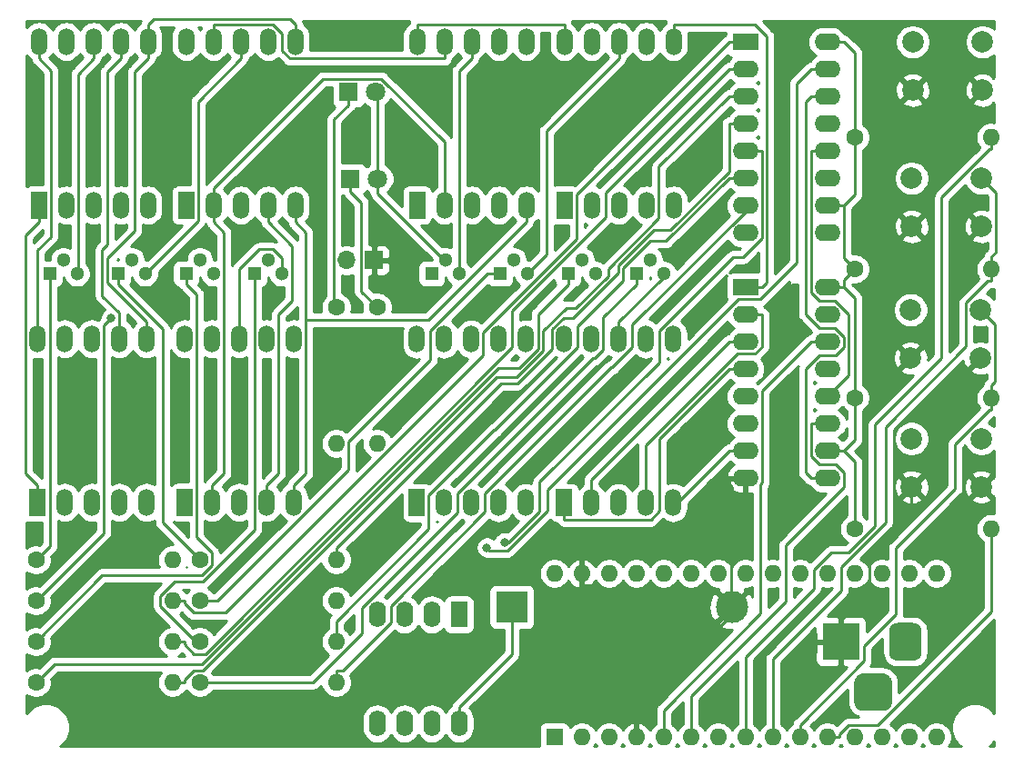
<source format=gbl>
G04 #@! TF.GenerationSoftware,KiCad,Pcbnew,(5.1.5)-3*
G04 #@! TF.CreationDate,2020-06-08T21:10:59+09:00*
G04 #@! TF.ProjectId,AlarmClock,416c6172-6d43-46c6-9f63-6b2e6b696361,rev?*
G04 #@! TF.SameCoordinates,Original*
G04 #@! TF.FileFunction,Copper,L2,Bot*
G04 #@! TF.FilePolarity,Positive*
%FSLAX46Y46*%
G04 Gerber Fmt 4.6, Leading zero omitted, Abs format (unit mm)*
G04 Created by KiCad (PCBNEW (5.1.5)-3) date 2020-06-08 21:10:59*
%MOMM*%
%LPD*%
G04 APERTURE LIST*
%ADD10R,1.600000X1.600000*%
%ADD11O,1.600000X1.600000*%
%ADD12R,1.524000X2.524000*%
%ADD13O,1.524000X2.524000*%
%ADD14C,3.000000*%
%ADD15R,3.000000X3.000000*%
%ADD16R,1.800000X1.800000*%
%ADD17C,1.800000*%
%ADD18R,3.500000X3.500000*%
%ADD19C,0.100000*%
%ADD20C,1.300000*%
%ADD21R,1.300000X1.300000*%
%ADD22C,2.000000*%
%ADD23O,2.400000X1.600000*%
%ADD24R,2.400000X1.600000*%
%ADD25R,1.600000X2.400000*%
%ADD26O,1.600000X2.400000*%
%ADD27C,1.600000*%
%ADD28R,1.700000X1.700000*%
%ADD29O,1.700000X1.700000*%
%ADD30C,0.800000*%
%ADD31C,0.250000*%
%ADD32C,0.254000*%
G04 APERTURE END LIST*
D10*
X133350000Y-121920000D03*
D11*
X166370000Y-106680000D03*
X135890000Y-121920000D03*
X163830000Y-106680000D03*
X138430000Y-121920000D03*
X161290000Y-106680000D03*
X140970000Y-121920000D03*
X158750000Y-106680000D03*
X143510000Y-121920000D03*
X156210000Y-106680000D03*
X146050000Y-121920000D03*
X153670000Y-106680000D03*
X148590000Y-121920000D03*
X151130000Y-106680000D03*
X151130000Y-121920000D03*
X148590000Y-106680000D03*
X153670000Y-121920000D03*
X146050000Y-106680000D03*
X156210000Y-121920000D03*
X143510000Y-106680000D03*
X158750000Y-121920000D03*
X140970000Y-106680000D03*
X161290000Y-121920000D03*
X138430000Y-106680000D03*
X163830000Y-121920000D03*
X135890000Y-106680000D03*
X166370000Y-121920000D03*
X133350000Y-106680000D03*
X168910000Y-121920000D03*
X168910000Y-106680000D03*
D12*
X85350000Y-72352000D03*
D13*
X87890000Y-72352000D03*
X90430000Y-72352000D03*
X92970000Y-72352000D03*
X95510000Y-72352000D03*
X95510000Y-57112000D03*
X92970000Y-57112000D03*
X90430000Y-57112000D03*
X87890000Y-57112000D03*
X85350000Y-57112000D03*
D12*
X99066000Y-72352000D03*
D13*
X101606000Y-72352000D03*
X104146000Y-72352000D03*
X106686000Y-72352000D03*
X109226000Y-72352000D03*
X109226000Y-57112000D03*
X106686000Y-57112000D03*
X104146000Y-57112000D03*
X101606000Y-57112000D03*
X99066000Y-57112000D03*
X120552000Y-57112000D03*
X123092000Y-57112000D03*
X125632000Y-57112000D03*
X128172000Y-57112000D03*
X130712000Y-57112000D03*
X130712000Y-72352000D03*
X128172000Y-72352000D03*
X125632000Y-72352000D03*
X123092000Y-72352000D03*
D12*
X120552000Y-72352000D03*
D13*
X134268000Y-57112000D03*
X136808000Y-57112000D03*
X139348000Y-57112000D03*
X141888000Y-57112000D03*
X144428000Y-57112000D03*
X144428000Y-72352000D03*
X141888000Y-72352000D03*
X139348000Y-72352000D03*
X136808000Y-72352000D03*
D12*
X134268000Y-72352000D03*
X85214000Y-100052000D03*
D13*
X87754000Y-100052000D03*
X90294000Y-100052000D03*
X92834000Y-100052000D03*
X95374000Y-100052000D03*
X95374000Y-84812000D03*
X92834000Y-84812000D03*
X90294000Y-84812000D03*
X87754000Y-84812000D03*
X85214000Y-84812000D03*
D12*
X98930000Y-100052000D03*
D13*
X101470000Y-100052000D03*
X104010000Y-100052000D03*
X106550000Y-100052000D03*
X109090000Y-100052000D03*
X109090000Y-84812000D03*
X106550000Y-84812000D03*
X104010000Y-84812000D03*
X101470000Y-84812000D03*
X98930000Y-84812000D03*
X120523000Y-84836000D03*
X123063000Y-84836000D03*
X125603000Y-84836000D03*
X128143000Y-84836000D03*
X130683000Y-84836000D03*
X130683000Y-100076000D03*
X128143000Y-100076000D03*
X125603000Y-100076000D03*
X123063000Y-100076000D03*
D12*
X120523000Y-100076000D03*
D13*
X134239000Y-84836000D03*
X136779000Y-84836000D03*
X139319000Y-84836000D03*
X141859000Y-84836000D03*
X144399000Y-84836000D03*
X144399000Y-100076000D03*
X141859000Y-100076000D03*
X139319000Y-100076000D03*
X136779000Y-100076000D03*
D12*
X134239000Y-100076000D03*
D14*
X149860000Y-109800000D03*
D15*
X129370000Y-109800000D03*
D16*
X114160000Y-61800000D03*
D17*
X116700000Y-61800000D03*
X116900000Y-69900000D03*
D16*
X114360000Y-69900000D03*
D18*
X160020000Y-113030000D03*
G04 #@! TA.AperFunction,ComponentPad*
D19*
G36*
X166843513Y-111283611D02*
G01*
X166916318Y-111294411D01*
X166987714Y-111312295D01*
X167057013Y-111337090D01*
X167123548Y-111368559D01*
X167186678Y-111406398D01*
X167245795Y-111450242D01*
X167300330Y-111499670D01*
X167349758Y-111554205D01*
X167393602Y-111613322D01*
X167431441Y-111676452D01*
X167462910Y-111742987D01*
X167487705Y-111812286D01*
X167505589Y-111883682D01*
X167516389Y-111956487D01*
X167520000Y-112030000D01*
X167520000Y-114030000D01*
X167516389Y-114103513D01*
X167505589Y-114176318D01*
X167487705Y-114247714D01*
X167462910Y-114317013D01*
X167431441Y-114383548D01*
X167393602Y-114446678D01*
X167349758Y-114505795D01*
X167300330Y-114560330D01*
X167245795Y-114609758D01*
X167186678Y-114653602D01*
X167123548Y-114691441D01*
X167057013Y-114722910D01*
X166987714Y-114747705D01*
X166916318Y-114765589D01*
X166843513Y-114776389D01*
X166770000Y-114780000D01*
X165270000Y-114780000D01*
X165196487Y-114776389D01*
X165123682Y-114765589D01*
X165052286Y-114747705D01*
X164982987Y-114722910D01*
X164916452Y-114691441D01*
X164853322Y-114653602D01*
X164794205Y-114609758D01*
X164739670Y-114560330D01*
X164690242Y-114505795D01*
X164646398Y-114446678D01*
X164608559Y-114383548D01*
X164577090Y-114317013D01*
X164552295Y-114247714D01*
X164534411Y-114176318D01*
X164523611Y-114103513D01*
X164520000Y-114030000D01*
X164520000Y-112030000D01*
X164523611Y-111956487D01*
X164534411Y-111883682D01*
X164552295Y-111812286D01*
X164577090Y-111742987D01*
X164608559Y-111676452D01*
X164646398Y-111613322D01*
X164690242Y-111554205D01*
X164739670Y-111499670D01*
X164794205Y-111450242D01*
X164853322Y-111406398D01*
X164916452Y-111368559D01*
X164982987Y-111337090D01*
X165052286Y-111312295D01*
X165123682Y-111294411D01*
X165196487Y-111283611D01*
X165270000Y-111280000D01*
X166770000Y-111280000D01*
X166843513Y-111283611D01*
G37*
G04 #@! TD.AperFunction*
G04 #@! TA.AperFunction,ComponentPad*
G36*
X163980765Y-115984213D02*
G01*
X164065704Y-115996813D01*
X164148999Y-116017677D01*
X164229848Y-116046605D01*
X164307472Y-116083319D01*
X164381124Y-116127464D01*
X164450094Y-116178616D01*
X164513718Y-116236282D01*
X164571384Y-116299906D01*
X164622536Y-116368876D01*
X164666681Y-116442528D01*
X164703395Y-116520152D01*
X164732323Y-116601001D01*
X164753187Y-116684296D01*
X164765787Y-116769235D01*
X164770000Y-116855000D01*
X164770000Y-118605000D01*
X164765787Y-118690765D01*
X164753187Y-118775704D01*
X164732323Y-118858999D01*
X164703395Y-118939848D01*
X164666681Y-119017472D01*
X164622536Y-119091124D01*
X164571384Y-119160094D01*
X164513718Y-119223718D01*
X164450094Y-119281384D01*
X164381124Y-119332536D01*
X164307472Y-119376681D01*
X164229848Y-119413395D01*
X164148999Y-119442323D01*
X164065704Y-119463187D01*
X163980765Y-119475787D01*
X163895000Y-119480000D01*
X162145000Y-119480000D01*
X162059235Y-119475787D01*
X161974296Y-119463187D01*
X161891001Y-119442323D01*
X161810152Y-119413395D01*
X161732528Y-119376681D01*
X161658876Y-119332536D01*
X161589906Y-119281384D01*
X161526282Y-119223718D01*
X161468616Y-119160094D01*
X161417464Y-119091124D01*
X161373319Y-119017472D01*
X161336605Y-118939848D01*
X161307677Y-118858999D01*
X161286813Y-118775704D01*
X161274213Y-118690765D01*
X161270000Y-118605000D01*
X161270000Y-116855000D01*
X161274213Y-116769235D01*
X161286813Y-116684296D01*
X161307677Y-116601001D01*
X161336605Y-116520152D01*
X161373319Y-116442528D01*
X161417464Y-116368876D01*
X161468616Y-116299906D01*
X161526282Y-116236282D01*
X161589906Y-116178616D01*
X161658876Y-116127464D01*
X161732528Y-116083319D01*
X161810152Y-116046605D01*
X161891001Y-116017677D01*
X161974296Y-115996813D01*
X162059235Y-115984213D01*
X162145000Y-115980000D01*
X163895000Y-115980000D01*
X163980765Y-115984213D01*
G37*
G04 #@! TD.AperFunction*
D20*
X87640000Y-77470000D03*
X88900000Y-78740000D03*
D21*
X86360000Y-78740000D03*
X92710000Y-78740000D03*
D20*
X95250000Y-78740000D03*
X93990000Y-77470000D03*
D21*
X121920000Y-78740000D03*
D20*
X124460000Y-78740000D03*
X123200000Y-77470000D03*
D21*
X128270000Y-78740000D03*
D20*
X130810000Y-78740000D03*
X129550000Y-77470000D03*
D21*
X99060000Y-78740000D03*
D20*
X101600000Y-78740000D03*
X100340000Y-77470000D03*
X106690000Y-77470000D03*
X107950000Y-78740000D03*
D21*
X105410000Y-78740000D03*
D20*
X135900000Y-77470000D03*
X137160000Y-78740000D03*
D21*
X134620000Y-78740000D03*
D20*
X142250000Y-77470000D03*
X143510000Y-78740000D03*
D21*
X140970000Y-78740000D03*
D22*
X173200000Y-57150000D03*
X173200000Y-61650000D03*
X166700000Y-57150000D03*
X166700000Y-61650000D03*
X166600000Y-74350000D03*
X166600000Y-69850000D03*
X173100000Y-74350000D03*
X173100000Y-69850000D03*
X173000000Y-82110000D03*
X173000000Y-86610000D03*
X166500000Y-82110000D03*
X166500000Y-86610000D03*
X166600000Y-98610000D03*
X166600000Y-94110000D03*
X173100000Y-98610000D03*
X173100000Y-94110000D03*
D23*
X158750000Y-80010000D03*
X151130000Y-97790000D03*
X158750000Y-82550000D03*
X151130000Y-95250000D03*
X158750000Y-85090000D03*
X151130000Y-92710000D03*
X158750000Y-87630000D03*
X151130000Y-90170000D03*
X158750000Y-90170000D03*
X151130000Y-87630000D03*
X158750000Y-92710000D03*
X151130000Y-85090000D03*
X158750000Y-95250000D03*
X151130000Y-82550000D03*
X158750000Y-97790000D03*
D24*
X151130000Y-80010000D03*
X151130000Y-57150000D03*
D23*
X158750000Y-74930000D03*
X151130000Y-59690000D03*
X158750000Y-72390000D03*
X151130000Y-62230000D03*
X158750000Y-69850000D03*
X151130000Y-64770000D03*
X158750000Y-67310000D03*
X151130000Y-67310000D03*
X158750000Y-64770000D03*
X151130000Y-69850000D03*
X158750000Y-62230000D03*
X151130000Y-72390000D03*
X158750000Y-59690000D03*
X151130000Y-74930000D03*
X158750000Y-57150000D03*
D25*
X124460000Y-110490000D03*
D26*
X116840000Y-120650000D03*
X121920000Y-110490000D03*
X119380000Y-120650000D03*
X119380000Y-110490000D03*
X121920000Y-120650000D03*
X116840000Y-110490000D03*
X124460000Y-120650000D03*
D11*
X97790000Y-105410000D03*
D27*
X85090000Y-105410000D03*
X85090000Y-109220000D03*
D11*
X97790000Y-109220000D03*
X97790000Y-113030000D03*
D27*
X85090000Y-113030000D03*
X85090000Y-116840000D03*
D11*
X97790000Y-116840000D03*
X113030000Y-105410000D03*
D27*
X100330000Y-105410000D03*
X100330000Y-109220000D03*
D11*
X113030000Y-109220000D03*
X113030000Y-113030000D03*
D27*
X100330000Y-113030000D03*
X100330000Y-116840000D03*
D11*
X113030000Y-116840000D03*
X173990000Y-66040000D03*
D27*
X161290000Y-66040000D03*
X161290000Y-78300000D03*
D11*
X173990000Y-78300000D03*
X113030000Y-94560000D03*
D27*
X113030000Y-81860000D03*
D11*
X173990000Y-90300000D03*
D27*
X161290000Y-90300000D03*
X116840000Y-81860000D03*
D11*
X116840000Y-94560000D03*
D27*
X161300000Y-102500000D03*
D11*
X174000000Y-102500000D03*
D28*
X116540000Y-77500000D03*
D29*
X114000000Y-77500000D03*
D30*
X92093400Y-82881500D03*
X127054000Y-104263700D03*
X128691700Y-103790500D03*
D31*
X160020000Y-113030000D02*
X160020000Y-110954700D01*
X166600000Y-98610000D02*
X166600000Y-100999600D01*
X166600000Y-100999600D02*
X162704600Y-104895000D01*
X162704600Y-104895000D02*
X162704600Y-108270100D01*
X162704600Y-108270100D02*
X160020000Y-110954700D01*
X135890000Y-106680000D02*
X135890000Y-107805300D01*
X140970000Y-111760000D02*
X140970000Y-121920000D01*
X135890000Y-107805300D02*
X137015300Y-107805300D01*
X137015300Y-107805300D02*
X140970000Y-111760000D01*
X148590000Y-111760000D02*
X140970000Y-111760000D01*
X149604700Y-97790000D02*
X149604700Y-98359500D01*
X149604700Y-98359500D02*
X149860000Y-98614800D01*
X151130000Y-97790000D02*
X149604700Y-97790000D01*
X149860000Y-109800000D02*
X149860000Y-108660000D01*
X149860000Y-98614800D02*
X149800000Y-108600000D01*
X149860000Y-108660000D02*
X149800000Y-108600000D01*
X149800000Y-108600000D02*
X149860000Y-110490000D01*
X149860000Y-109800000D02*
X149860000Y-110540000D01*
X149860000Y-110490000D02*
X149800000Y-110600000D01*
X149860000Y-110540000D02*
X149800000Y-110600000D01*
X149800000Y-110600000D02*
X148590000Y-111760000D01*
X158750000Y-85090000D02*
X157224700Y-85090000D01*
X157224700Y-85090000D02*
X152685000Y-89629700D01*
X152685000Y-89629700D02*
X152685000Y-98226600D01*
X152685000Y-98226600D02*
X152542600Y-98369000D01*
X152542600Y-98369000D02*
X152542600Y-110389000D01*
X152542600Y-110389000D02*
X143510000Y-119421600D01*
X143510000Y-119421600D02*
X143510000Y-121920000D01*
X158750000Y-92710000D02*
X157224700Y-92710000D01*
X157224700Y-92710000D02*
X157224700Y-95723600D01*
X157224700Y-95723600D02*
X158021100Y-96520000D01*
X158021100Y-96520000D02*
X159537500Y-96520000D01*
X159537500Y-96520000D02*
X160324100Y-97306600D01*
X160324100Y-97306600D02*
X160324100Y-98614200D01*
X160324100Y-98614200D02*
X154867000Y-104071300D01*
X154867000Y-104071300D02*
X154867000Y-109296300D01*
X154867000Y-109296300D02*
X146050000Y-118113300D01*
X146050000Y-118113300D02*
X146050000Y-121920000D01*
X157224700Y-67310000D02*
X157224700Y-80501500D01*
X157224700Y-80501500D02*
X158003200Y-81280000D01*
X158003200Y-81280000D02*
X159494400Y-81280000D01*
X159494400Y-81280000D02*
X160730800Y-82516400D01*
X160730800Y-82516400D02*
X160730800Y-88189200D01*
X160730800Y-88189200D02*
X158750000Y-90170000D01*
X158750000Y-67310000D02*
X157224700Y-67310000D01*
X151130000Y-121920000D02*
X151130000Y-114418900D01*
X151130000Y-114418900D02*
X157480000Y-108068900D01*
X157480000Y-108068900D02*
X157480000Y-106354000D01*
X157480000Y-106354000D02*
X159090900Y-104743100D01*
X159090900Y-104743100D02*
X160714500Y-104743100D01*
X160714500Y-104743100D02*
X163201500Y-102256100D01*
X163201500Y-102256100D02*
X163201500Y-92803700D01*
X163201500Y-92803700D02*
X169399500Y-86605700D01*
X169399500Y-86605700D02*
X169399500Y-71615100D01*
X169399500Y-71615100D02*
X173849300Y-67165300D01*
X173849300Y-67165300D02*
X173990000Y-67165300D01*
X173990000Y-66040000D02*
X173990000Y-67165300D01*
X173990000Y-79425300D02*
X173708700Y-79425300D01*
X173708700Y-79425300D02*
X171674600Y-81459400D01*
X171674600Y-81459400D02*
X171674600Y-85537600D01*
X171674600Y-85537600D02*
X164199300Y-93012900D01*
X164199300Y-93012900D02*
X164199300Y-101895200D01*
X164199300Y-101895200D02*
X160020000Y-106074500D01*
X160020000Y-106074500D02*
X160020000Y-108314300D01*
X160020000Y-108314300D02*
X153670000Y-114664300D01*
X153670000Y-114664300D02*
X153670000Y-121920000D01*
X173990000Y-78300000D02*
X173990000Y-79425300D01*
X173990000Y-77737300D02*
X173990000Y-78300000D01*
X173990000Y-77737300D02*
X173990000Y-77174700D01*
X173990000Y-77174700D02*
X174432700Y-76732000D01*
X174432700Y-76732000D02*
X174432700Y-71182700D01*
X174432700Y-71182700D02*
X173100000Y-69850000D01*
X173990000Y-90300000D02*
X173990000Y-89174700D01*
X173990000Y-89174700D02*
X174353300Y-88811400D01*
X174353300Y-88811400D02*
X174353300Y-83463300D01*
X174353300Y-83463300D02*
X173000000Y-82110000D01*
X173990000Y-90862600D02*
X173990000Y-90300000D01*
X173990000Y-90862600D02*
X173990000Y-91425300D01*
X156210000Y-121920000D02*
X156210000Y-120794700D01*
X173990000Y-91425300D02*
X173849300Y-91425300D01*
X173849300Y-91425300D02*
X170646600Y-94628000D01*
X170646600Y-94628000D02*
X170646600Y-98776300D01*
X170646600Y-98776300D02*
X165100000Y-104322900D01*
X165100000Y-104322900D02*
X165100000Y-110496900D01*
X165100000Y-110496900D02*
X162197000Y-113399900D01*
X162197000Y-113399900D02*
X162197000Y-114828800D01*
X162197000Y-114828800D02*
X156231100Y-120794700D01*
X156231100Y-120794700D02*
X156210000Y-120794700D01*
X159875300Y-121920000D02*
X159875300Y-121638600D01*
X159875300Y-121638600D02*
X160719200Y-120794700D01*
X160719200Y-120794700D02*
X163418500Y-120794700D01*
X163418500Y-120794700D02*
X174000000Y-110213200D01*
X174000000Y-110213200D02*
X174000000Y-102500000D01*
X158750000Y-121920000D02*
X159875300Y-121920000D01*
X161290000Y-90300000D02*
X161290000Y-94235300D01*
X161290000Y-94235300D02*
X160275300Y-95250000D01*
X160275300Y-80010000D02*
X161290000Y-81024700D01*
X161290000Y-81024700D02*
X161290000Y-90300000D01*
X158750000Y-95250000D02*
X160275300Y-95250000D01*
X161300000Y-102500000D02*
X161300000Y-96274700D01*
X161300000Y-96274700D02*
X160275300Y-95250000D01*
X116900000Y-69900000D02*
X116900000Y-62000000D01*
X116900000Y-62000000D02*
X116700000Y-61800000D01*
X123200000Y-77470000D02*
X123083900Y-77470000D01*
X123083900Y-77470000D02*
X116900000Y-71286100D01*
X116900000Y-71286100D02*
X116900000Y-69900000D01*
X160275300Y-57150000D02*
X161290000Y-58164700D01*
X161290000Y-58164700D02*
X161290000Y-66040000D01*
X161290000Y-78300000D02*
X160275300Y-79314700D01*
X160275300Y-79314700D02*
X160275300Y-80010000D01*
X161290000Y-78300000D02*
X160275300Y-77285300D01*
X160275300Y-77285300D02*
X160275300Y-72390000D01*
X158750000Y-80010000D02*
X160275300Y-80010000D01*
X160275300Y-72390000D02*
X161290000Y-71375300D01*
X161290000Y-71375300D02*
X161290000Y-66040000D01*
X158750000Y-72390000D02*
X160275300Y-72390000D01*
X158750000Y-57150000D02*
X160275300Y-57150000D01*
X134239000Y-101663300D02*
X142334200Y-101663300D01*
X142334200Y-101663300D02*
X143129000Y-100868500D01*
X143129000Y-100868500D02*
X143129000Y-94105700D01*
X143129000Y-94105700D02*
X149604700Y-87630000D01*
X134239000Y-100076000D02*
X134239000Y-101663300D01*
X151130000Y-87630000D02*
X149604700Y-87630000D01*
X85214000Y-100052000D02*
X85214000Y-98464700D01*
X85350000Y-72352000D02*
X85350000Y-73939300D01*
X85350000Y-73939300D02*
X84126700Y-75162600D01*
X84126700Y-75162600D02*
X84126700Y-97377400D01*
X84126700Y-97377400D02*
X85214000Y-98464700D01*
X151130000Y-85090000D02*
X149604700Y-85090000D01*
X149604700Y-85090000D02*
X136779000Y-97915700D01*
X136779000Y-97915700D02*
X136779000Y-100076000D01*
X101606000Y-73939300D02*
X102578800Y-74912100D01*
X102578800Y-74912100D02*
X102578800Y-97355900D01*
X102578800Y-97355900D02*
X101470000Y-98464700D01*
X101470000Y-100052000D02*
X101470000Y-98464700D01*
X101606000Y-72352000D02*
X101606000Y-73939300D01*
X123092000Y-72352000D02*
X123092000Y-66446600D01*
X123092000Y-66446600D02*
X117220000Y-60574600D01*
X117220000Y-60574600D02*
X111796100Y-60574600D01*
X111796100Y-60574600D02*
X101606000Y-70764700D01*
X101606000Y-72352000D02*
X101606000Y-70764700D01*
X151130000Y-82550000D02*
X152655300Y-82550000D01*
X152655300Y-82550000D02*
X152655300Y-85560400D01*
X152655300Y-85560400D02*
X152000300Y-86215400D01*
X152000300Y-86215400D02*
X150382400Y-86215400D01*
X150382400Y-86215400D02*
X141859000Y-94738800D01*
X141859000Y-94738800D02*
X141859000Y-100076000D01*
X106686000Y-72352000D02*
X106686000Y-73939300D01*
X106550000Y-100052000D02*
X106550000Y-98464700D01*
X106550000Y-98464700D02*
X107660700Y-97354000D01*
X107660700Y-97354000D02*
X107660700Y-82519200D01*
X107660700Y-82519200D02*
X108925700Y-81254200D01*
X108925700Y-81254200D02*
X108925700Y-76179000D01*
X108925700Y-76179000D02*
X106686000Y-73939300D01*
X110187900Y-83037100D02*
X110187900Y-74901200D01*
X110187900Y-74901200D02*
X109226000Y-73939300D01*
X109090000Y-98464700D02*
X110187900Y-97366800D01*
X110187900Y-97366800D02*
X110187900Y-83037100D01*
X110187900Y-83037100D02*
X121614200Y-83037100D01*
X121614200Y-83037100D02*
X130712000Y-73939300D01*
X130712000Y-72352000D02*
X130712000Y-73939300D01*
X109226000Y-72352000D02*
X109226000Y-73939300D01*
X109090000Y-100052000D02*
X109090000Y-98464700D01*
X151130000Y-95250000D02*
X149604700Y-95250000D01*
X149604700Y-95250000D02*
X144778700Y-100076000D01*
X144778700Y-100076000D02*
X144399000Y-100076000D01*
X95510000Y-57112000D02*
X95510000Y-55524700D01*
X109226000Y-57112000D02*
X109226000Y-55524700D01*
X109226000Y-55524700D02*
X108722000Y-55020700D01*
X108722000Y-55020700D02*
X96014000Y-55020700D01*
X96014000Y-55020700D02*
X95510000Y-55524700D01*
X95374000Y-84812000D02*
X95374000Y-83224700D01*
X95510000Y-57112000D02*
X95510000Y-58699300D01*
X95510000Y-58699300D02*
X94240000Y-59969300D01*
X94240000Y-59969300D02*
X94240000Y-74781900D01*
X94240000Y-74781900D02*
X91734600Y-77287300D01*
X91734600Y-77287300D02*
X91734600Y-79585300D01*
X91734600Y-79585300D02*
X95374000Y-83224700D01*
X144428000Y-57112000D02*
X144428000Y-55524700D01*
X151130000Y-80010000D02*
X152655300Y-80010000D01*
X152655300Y-80010000D02*
X153119600Y-79545700D01*
X153119600Y-79545700D02*
X153119600Y-56665400D01*
X153119600Y-56665400D02*
X151978900Y-55524700D01*
X151978900Y-55524700D02*
X144428000Y-55524700D01*
X92970000Y-58699300D02*
X91700100Y-59969200D01*
X91700100Y-59969200D02*
X91700100Y-76048000D01*
X91700100Y-76048000D02*
X91249800Y-76498300D01*
X91249800Y-76498300D02*
X91249800Y-80807900D01*
X91249800Y-80807900D02*
X92834000Y-82392100D01*
X92834000Y-82392100D02*
X92834000Y-83224700D01*
X92834000Y-84812000D02*
X92834000Y-83224700D01*
X92970000Y-57112000D02*
X92970000Y-58699300D01*
X90430000Y-57112000D02*
X90430000Y-58699300D01*
X88900000Y-78740000D02*
X88977400Y-78662600D01*
X88977400Y-78662600D02*
X88977400Y-60151900D01*
X88977400Y-60151900D02*
X90430000Y-58699300D01*
X101606000Y-57112000D02*
X101606000Y-55524700D01*
X123092000Y-57112000D02*
X123092000Y-58699300D01*
X101606000Y-55524700D02*
X107140100Y-55524700D01*
X107140100Y-55524700D02*
X107956000Y-56340600D01*
X107956000Y-56340600D02*
X107956000Y-57950800D01*
X107956000Y-57950800D02*
X108704500Y-58699300D01*
X108704500Y-58699300D02*
X123092000Y-58699300D01*
X85350000Y-57112000D02*
X85350000Y-58699300D01*
X85214000Y-84812000D02*
X85214000Y-76562700D01*
X85214000Y-76562700D02*
X86460300Y-75316400D01*
X86460300Y-75316400D02*
X86460300Y-59809600D01*
X86460300Y-59809600D02*
X85350000Y-58699300D01*
X120552000Y-57112000D02*
X120552000Y-55524700D01*
X134268000Y-57112000D02*
X134268000Y-55524700D01*
X134268000Y-55524700D02*
X120552000Y-55524700D01*
X104146000Y-57112000D02*
X104146000Y-58699300D01*
X95250000Y-78740000D02*
X100153400Y-73836600D01*
X100153400Y-73836600D02*
X100153400Y-62691900D01*
X100153400Y-62691900D02*
X104146000Y-58699300D01*
X125632000Y-57112000D02*
X125632000Y-58699300D01*
X124460000Y-78740000D02*
X124460000Y-59871300D01*
X124460000Y-59871300D02*
X125632000Y-58699300D01*
X139348000Y-58699300D02*
X132588300Y-65459000D01*
X132588300Y-65459000D02*
X132588300Y-76961700D01*
X132588300Y-76961700D02*
X130810000Y-78740000D01*
X139348000Y-57112000D02*
X139348000Y-58699300D01*
X107950000Y-78740000D02*
X107950000Y-77298800D01*
X107950000Y-77298800D02*
X107125100Y-76473900D01*
X107125100Y-76473900D02*
X105842100Y-76473900D01*
X105842100Y-76473900D02*
X104010000Y-78306000D01*
X104010000Y-78306000D02*
X104010000Y-84812000D01*
X139319000Y-84836000D02*
X139319000Y-83248700D01*
X139319000Y-83248700D02*
X143510000Y-79057700D01*
X143510000Y-79057700D02*
X143510000Y-78740000D01*
X124460000Y-120650000D02*
X124460000Y-119124700D01*
X124460000Y-119124700D02*
X129370000Y-114214700D01*
X129370000Y-110570000D02*
X129400000Y-110600000D01*
X129370000Y-109800000D02*
X129370000Y-110570000D01*
X129370000Y-114214700D02*
X129400000Y-110600000D01*
X129400000Y-110600000D02*
X129370000Y-110490000D01*
X114160000Y-61800000D02*
X114160000Y-63025300D01*
X113030000Y-81860000D02*
X112812400Y-81642400D01*
X112812400Y-81642400D02*
X112812400Y-64372900D01*
X112812400Y-64372900D02*
X114160000Y-63025300D01*
X114360000Y-69900000D02*
X114360000Y-71125300D01*
X116840000Y-81860000D02*
X115364600Y-80384600D01*
X115364600Y-80384600D02*
X115364600Y-72129900D01*
X115364600Y-72129900D02*
X114360000Y-71125300D01*
X85090000Y-105410000D02*
X86360000Y-104140000D01*
X86360000Y-104140000D02*
X86360000Y-78740000D01*
X92710000Y-78740000D02*
X92710000Y-79715300D01*
X100330000Y-105410000D02*
X96882800Y-101962800D01*
X96882800Y-101962800D02*
X96882800Y-83888100D01*
X96882800Y-83888100D02*
X92710000Y-79715300D01*
X85090000Y-109220000D02*
X91381400Y-102928600D01*
X91381400Y-102928600D02*
X91381400Y-83593500D01*
X91381400Y-83593500D02*
X92093400Y-82881500D01*
X128270000Y-78740000D02*
X127102300Y-78740000D01*
X127102300Y-78740000D02*
X121793000Y-84049300D01*
X121793000Y-84049300D02*
X121793000Y-86780500D01*
X121793000Y-86780500D02*
X114155400Y-94418100D01*
X114155400Y-94418100D02*
X114155400Y-97038800D01*
X114155400Y-97038800D02*
X101974200Y-109220000D01*
X101974200Y-109220000D02*
X100330000Y-109220000D01*
X99060000Y-79715300D02*
X100035300Y-80690600D01*
X100035300Y-80690600D02*
X100035300Y-103315100D01*
X100035300Y-103315100D02*
X101470100Y-104749900D01*
X101470100Y-104749900D02*
X101470100Y-105915100D01*
X101470100Y-105915100D02*
X100520500Y-106864700D01*
X100520500Y-106864700D02*
X91255300Y-106864700D01*
X91255300Y-106864700D02*
X85090000Y-113030000D01*
X99060000Y-78740000D02*
X99060000Y-79715300D01*
X105410000Y-78740000D02*
X105410000Y-102619700D01*
X105410000Y-102619700D02*
X100610500Y-107419200D01*
X100610500Y-107419200D02*
X97995700Y-107419200D01*
X97995700Y-107419200D02*
X96664600Y-108750300D01*
X96664600Y-108750300D02*
X96664600Y-109754000D01*
X96664600Y-109754000D02*
X99940600Y-113030000D01*
X99940600Y-113030000D02*
X100330000Y-113030000D01*
X134620000Y-78740000D02*
X134620000Y-79715300D01*
X85090000Y-116840000D02*
X86822300Y-115107700D01*
X86822300Y-115107700D02*
X100546000Y-115107700D01*
X100546000Y-115107700D02*
X128138800Y-87514900D01*
X128138800Y-87514900D02*
X130050600Y-87514900D01*
X130050600Y-87514900D02*
X131818900Y-85746600D01*
X131818900Y-85746600D02*
X131818900Y-82516400D01*
X131818900Y-82516400D02*
X134620000Y-79715300D01*
X100330000Y-116840000D02*
X110835700Y-116840000D01*
X110835700Y-116840000D02*
X115443800Y-112231900D01*
X115443800Y-112231900D02*
X115443800Y-109894700D01*
X115443800Y-109894700D02*
X124333000Y-101005500D01*
X124333000Y-101005500D02*
X124333000Y-99259100D01*
X124333000Y-99259100D02*
X136947800Y-86644300D01*
X136947800Y-86644300D02*
X137085600Y-86644300D01*
X137085600Y-86644300D02*
X137866400Y-85863500D01*
X137866400Y-85863500D02*
X137866400Y-82818900D01*
X137866400Y-82818900D02*
X140970000Y-79715300D01*
X140970000Y-78740000D02*
X140970000Y-79715300D01*
X157224700Y-59690000D02*
X155908200Y-61006500D01*
X155908200Y-61006500D02*
X155908200Y-77739000D01*
X155908200Y-77739000D02*
X152511800Y-81135400D01*
X152511800Y-81135400D02*
X150521400Y-81135400D01*
X150521400Y-81135400D02*
X132739200Y-98917600D01*
X132739200Y-98917600D02*
X132739200Y-100784700D01*
X132739200Y-100784700D02*
X128995900Y-104528000D01*
X128995900Y-104528000D02*
X127318300Y-104528000D01*
X127318300Y-104528000D02*
X127054000Y-104263700D01*
X158750000Y-59690000D02*
X157224700Y-59690000D01*
X151130000Y-57150000D02*
X149604700Y-57150000D01*
X97790000Y-109220000D02*
X98915300Y-109220000D01*
X98915300Y-109220000D02*
X98915300Y-109501300D01*
X98915300Y-109501300D02*
X99765200Y-110351200D01*
X99765200Y-110351200D02*
X102703900Y-110351200D01*
X102703900Y-110351200D02*
X126713700Y-86341400D01*
X126713700Y-86341400D02*
X126713700Y-84215900D01*
X126713700Y-84215900D02*
X135378700Y-75550900D01*
X135378700Y-75550900D02*
X135378700Y-71376000D01*
X135378700Y-71376000D02*
X149604700Y-57150000D01*
X151130000Y-59690000D02*
X149604700Y-59690000D01*
X97790000Y-113030000D02*
X98915300Y-113030000D01*
X98915300Y-113030000D02*
X98915300Y-113311300D01*
X98915300Y-113311300D02*
X99786200Y-114182200D01*
X99786200Y-114182200D02*
X100834600Y-114182200D01*
X100834600Y-114182200D02*
X129413000Y-85603800D01*
X129413000Y-85603800D02*
X129413000Y-82181600D01*
X129413000Y-82181600D02*
X138078000Y-73516600D01*
X138078000Y-73516600D02*
X138078000Y-71216700D01*
X138078000Y-71216700D02*
X149604700Y-59690000D01*
X151130000Y-62230000D02*
X149604700Y-62230000D01*
X97790000Y-116840000D02*
X98915300Y-116840000D01*
X98915300Y-116840000D02*
X98915300Y-116558600D01*
X98915300Y-116558600D02*
X99759200Y-115714700D01*
X99759200Y-115714700D02*
X100575900Y-115714700D01*
X100575900Y-115714700D02*
X127923600Y-88367000D01*
X127923600Y-88367000D02*
X129835600Y-88367000D01*
X129835600Y-88367000D02*
X132310800Y-85891800D01*
X132310800Y-85891800D02*
X132310800Y-84079100D01*
X132310800Y-84079100D02*
X134452800Y-81937100D01*
X134452800Y-81937100D02*
X135342400Y-81937100D01*
X135342400Y-81937100D02*
X138336200Y-78943300D01*
X138336200Y-78943300D02*
X138336200Y-78290200D01*
X138336200Y-78290200D02*
X143065500Y-73560900D01*
X143065500Y-73560900D02*
X143065500Y-68769200D01*
X143065500Y-68769200D02*
X149604700Y-62230000D01*
X113030000Y-104284700D02*
X128359600Y-88955100D01*
X128359600Y-88955100D02*
X129884500Y-88955100D01*
X129884500Y-88955100D02*
X133121300Y-85718300D01*
X133121300Y-85718300D02*
X133121300Y-83905500D01*
X133121300Y-83905500D02*
X134189100Y-82837700D01*
X134189100Y-82837700D02*
X135083700Y-82837700D01*
X135083700Y-82837700D02*
X139306100Y-78615300D01*
X139306100Y-78615300D02*
X139306100Y-77973400D01*
X139306100Y-77973400D02*
X142604400Y-74675100D01*
X142604400Y-74675100D02*
X144142700Y-74675100D01*
X144142700Y-74675100D02*
X149604700Y-69213100D01*
X149604700Y-69213100D02*
X149604700Y-64770000D01*
X151130000Y-64770000D02*
X149604700Y-64770000D01*
X113030000Y-105410000D02*
X113030000Y-104284700D01*
X152655300Y-67310000D02*
X152655300Y-75452500D01*
X152655300Y-75452500D02*
X150901400Y-77206400D01*
X150901400Y-77206400D02*
X149982500Y-77206400D01*
X149982500Y-77206400D02*
X143129000Y-84059900D01*
X143129000Y-84059900D02*
X143129000Y-86984400D01*
X143129000Y-86984400D02*
X131970200Y-98143200D01*
X131970200Y-98143200D02*
X131970200Y-100894600D01*
X131970200Y-100894600D02*
X129074300Y-103790500D01*
X129074300Y-103790500D02*
X128691700Y-103790500D01*
X151130000Y-67310000D02*
X152655300Y-67310000D01*
X151130000Y-69850000D02*
X149604700Y-69850000D01*
X113030000Y-113030000D02*
X113030000Y-111117000D01*
X113030000Y-111117000D02*
X121633700Y-102513300D01*
X121633700Y-102513300D02*
X121633700Y-99409600D01*
X121633700Y-99409600D02*
X127723400Y-93319900D01*
X127723400Y-93319900D02*
X127805500Y-93319900D01*
X127805500Y-93319900D02*
X135509000Y-85616400D01*
X135509000Y-85616400D02*
X135509000Y-83681200D01*
X135509000Y-83681200D02*
X139756400Y-79433800D01*
X139756400Y-79433800D02*
X139756400Y-78185700D01*
X139756400Y-78185700D02*
X142228400Y-75713700D01*
X142228400Y-75713700D02*
X143741000Y-75713700D01*
X143741000Y-75713700D02*
X149604700Y-69850000D01*
X113030000Y-116840000D02*
X113030000Y-115714700D01*
X113030000Y-115714700D02*
X113645400Y-115714700D01*
X113645400Y-115714700D02*
X118110000Y-111250100D01*
X118110000Y-111250100D02*
X118110000Y-109706100D01*
X118110000Y-109706100D02*
X126873000Y-100943100D01*
X126873000Y-100943100D02*
X126873000Y-99215900D01*
X126873000Y-99215900D02*
X138618000Y-87470900D01*
X138618000Y-87470900D02*
X138741300Y-87470900D01*
X138741300Y-87470900D02*
X140589000Y-85623200D01*
X140589000Y-85623200D02*
X140589000Y-83479500D01*
X140589000Y-83479500D02*
X151130000Y-72938500D01*
X151130000Y-72938500D02*
X151130000Y-72390000D01*
X158750000Y-97790000D02*
X157224700Y-97790000D01*
X158750000Y-62230000D02*
X157224700Y-62230000D01*
X157224700Y-62230000D02*
X156725800Y-62728900D01*
X156725800Y-62728900D02*
X156725800Y-82524700D01*
X156725800Y-82524700D02*
X158021100Y-83820000D01*
X158021100Y-83820000D02*
X159480900Y-83820000D01*
X159480900Y-83820000D02*
X160280400Y-84619500D01*
X160280400Y-84619500D02*
X160280400Y-85616900D01*
X160280400Y-85616900D02*
X159537300Y-86360000D01*
X159537300Y-86360000D02*
X158003400Y-86360000D01*
X158003400Y-86360000D02*
X156744200Y-87619200D01*
X156744200Y-87619200D02*
X156744200Y-97309500D01*
X156744200Y-97309500D02*
X157224700Y-97790000D01*
D32*
G36*
X149710392Y-96269608D02*
G01*
X149928899Y-96448932D01*
X150056741Y-96517265D01*
X149827161Y-96667399D01*
X149625500Y-96865105D01*
X149466285Y-97098354D01*
X149355633Y-97358182D01*
X149338096Y-97440961D01*
X149460085Y-97663000D01*
X151003000Y-97663000D01*
X151003000Y-97643000D01*
X151257000Y-97643000D01*
X151257000Y-97663000D01*
X151277000Y-97663000D01*
X151277000Y-97917000D01*
X151257000Y-97917000D01*
X151257000Y-99225000D01*
X151657000Y-99225000D01*
X151782600Y-99201307D01*
X151782601Y-105397084D01*
X151548574Y-105300147D01*
X151271335Y-105245000D01*
X150988665Y-105245000D01*
X150711426Y-105300147D01*
X150450273Y-105408320D01*
X150215241Y-105565363D01*
X150015363Y-105765241D01*
X149860000Y-105997759D01*
X149704637Y-105765241D01*
X149504759Y-105565363D01*
X149269727Y-105408320D01*
X149008574Y-105300147D01*
X148731335Y-105245000D01*
X148448665Y-105245000D01*
X148171426Y-105300147D01*
X147910273Y-105408320D01*
X147675241Y-105565363D01*
X147475363Y-105765241D01*
X147320000Y-105997759D01*
X147164637Y-105765241D01*
X146964759Y-105565363D01*
X146729727Y-105408320D01*
X146468574Y-105300147D01*
X146191335Y-105245000D01*
X145908665Y-105245000D01*
X145631426Y-105300147D01*
X145370273Y-105408320D01*
X145135241Y-105565363D01*
X144935363Y-105765241D01*
X144780000Y-105997759D01*
X144624637Y-105765241D01*
X144424759Y-105565363D01*
X144189727Y-105408320D01*
X143928574Y-105300147D01*
X143651335Y-105245000D01*
X143368665Y-105245000D01*
X143091426Y-105300147D01*
X142830273Y-105408320D01*
X142595241Y-105565363D01*
X142395363Y-105765241D01*
X142240000Y-105997759D01*
X142084637Y-105765241D01*
X141884759Y-105565363D01*
X141649727Y-105408320D01*
X141388574Y-105300147D01*
X141111335Y-105245000D01*
X140828665Y-105245000D01*
X140551426Y-105300147D01*
X140290273Y-105408320D01*
X140055241Y-105565363D01*
X139855363Y-105765241D01*
X139700000Y-105997759D01*
X139544637Y-105765241D01*
X139344759Y-105565363D01*
X139109727Y-105408320D01*
X138848574Y-105300147D01*
X138571335Y-105245000D01*
X138288665Y-105245000D01*
X138011426Y-105300147D01*
X137750273Y-105408320D01*
X137515241Y-105565363D01*
X137315363Y-105765241D01*
X137158320Y-106000273D01*
X137153933Y-106010865D01*
X137042385Y-105824869D01*
X136853414Y-105616481D01*
X136627420Y-105448963D01*
X136373087Y-105328754D01*
X136239039Y-105288096D01*
X136017000Y-105410085D01*
X136017000Y-106553000D01*
X136037000Y-106553000D01*
X136037000Y-106807000D01*
X136017000Y-106807000D01*
X136017000Y-107949915D01*
X136239039Y-108071904D01*
X136373087Y-108031246D01*
X136627420Y-107911037D01*
X136853414Y-107743519D01*
X137042385Y-107535131D01*
X137153933Y-107349135D01*
X137158320Y-107359727D01*
X137315363Y-107594759D01*
X137515241Y-107794637D01*
X137750273Y-107951680D01*
X138011426Y-108059853D01*
X138288665Y-108115000D01*
X138571335Y-108115000D01*
X138848574Y-108059853D01*
X139109727Y-107951680D01*
X139344759Y-107794637D01*
X139544637Y-107594759D01*
X139700000Y-107362241D01*
X139855363Y-107594759D01*
X140055241Y-107794637D01*
X140290273Y-107951680D01*
X140551426Y-108059853D01*
X140828665Y-108115000D01*
X141111335Y-108115000D01*
X141388574Y-108059853D01*
X141649727Y-107951680D01*
X141884759Y-107794637D01*
X142084637Y-107594759D01*
X142240000Y-107362241D01*
X142395363Y-107594759D01*
X142595241Y-107794637D01*
X142830273Y-107951680D01*
X143091426Y-108059853D01*
X143368665Y-108115000D01*
X143651335Y-108115000D01*
X143928574Y-108059853D01*
X144189727Y-107951680D01*
X144424759Y-107794637D01*
X144624637Y-107594759D01*
X144780000Y-107362241D01*
X144935363Y-107594759D01*
X145135241Y-107794637D01*
X145370273Y-107951680D01*
X145631426Y-108059853D01*
X145908665Y-108115000D01*
X146191335Y-108115000D01*
X146468574Y-108059853D01*
X146729727Y-107951680D01*
X146964759Y-107794637D01*
X147164637Y-107594759D01*
X147320000Y-107362241D01*
X147475363Y-107594759D01*
X147675241Y-107794637D01*
X147910273Y-107951680D01*
X148171426Y-108059853D01*
X148448665Y-108115000D01*
X148643541Y-108115000D01*
X148547952Y-108308347D01*
X149860000Y-109620395D01*
X151172048Y-108308347D01*
X151076459Y-108115000D01*
X151271335Y-108115000D01*
X151548574Y-108059853D01*
X151782601Y-107962916D01*
X151782601Y-108859838D01*
X151667214Y-108643962D01*
X151351653Y-108487952D01*
X150039605Y-109800000D01*
X150053748Y-109814143D01*
X149874143Y-109993748D01*
X149860000Y-109979605D01*
X148547952Y-111291653D01*
X148703962Y-111607214D01*
X149078745Y-111798020D01*
X149483551Y-111912044D01*
X149902824Y-111944902D01*
X149913117Y-111943680D01*
X142999003Y-118857796D01*
X142969999Y-118881599D01*
X142914871Y-118948774D01*
X142875026Y-118997324D01*
X142855788Y-119033316D01*
X142804454Y-119129354D01*
X142760997Y-119272615D01*
X142750000Y-119384268D01*
X142750000Y-119384278D01*
X142746324Y-119421600D01*
X142750000Y-119458923D01*
X142750001Y-120701956D01*
X142595241Y-120805363D01*
X142395363Y-121005241D01*
X142238320Y-121240273D01*
X142233933Y-121250865D01*
X142122385Y-121064869D01*
X141933414Y-120856481D01*
X141707420Y-120688963D01*
X141453087Y-120568754D01*
X141319039Y-120528096D01*
X141097000Y-120650085D01*
X141097000Y-121793000D01*
X141117000Y-121793000D01*
X141117000Y-122047000D01*
X141097000Y-122047000D01*
X141097000Y-122067000D01*
X140843000Y-122067000D01*
X140843000Y-122047000D01*
X140823000Y-122047000D01*
X140823000Y-121793000D01*
X140843000Y-121793000D01*
X140843000Y-120650085D01*
X140620961Y-120528096D01*
X140486913Y-120568754D01*
X140232580Y-120688963D01*
X140006586Y-120856481D01*
X139817615Y-121064869D01*
X139706067Y-121250865D01*
X139701680Y-121240273D01*
X139544637Y-121005241D01*
X139344759Y-120805363D01*
X139109727Y-120648320D01*
X138848574Y-120540147D01*
X138571335Y-120485000D01*
X138288665Y-120485000D01*
X138011426Y-120540147D01*
X137750273Y-120648320D01*
X137515241Y-120805363D01*
X137315363Y-121005241D01*
X137160000Y-121237759D01*
X137004637Y-121005241D01*
X136804759Y-120805363D01*
X136569727Y-120648320D01*
X136308574Y-120540147D01*
X136031335Y-120485000D01*
X135748665Y-120485000D01*
X135471426Y-120540147D01*
X135210273Y-120648320D01*
X134975241Y-120805363D01*
X134776643Y-121003961D01*
X134775812Y-120995518D01*
X134739502Y-120875820D01*
X134680537Y-120765506D01*
X134601185Y-120668815D01*
X134504494Y-120589463D01*
X134394180Y-120530498D01*
X134274482Y-120494188D01*
X134150000Y-120481928D01*
X132550000Y-120481928D01*
X132425518Y-120494188D01*
X132305820Y-120530498D01*
X132195506Y-120589463D01*
X132098815Y-120668815D01*
X132019463Y-120765506D01*
X131960498Y-120875820D01*
X131924188Y-120995518D01*
X131911928Y-121120000D01*
X131911928Y-122720000D01*
X131918822Y-122790000D01*
X87315641Y-122790000D01*
X87414697Y-122723813D01*
X87723813Y-122414697D01*
X87966684Y-122051215D01*
X88133977Y-121647335D01*
X88219262Y-121218578D01*
X88219262Y-120781422D01*
X88133977Y-120352665D01*
X88062253Y-120179508D01*
X115405000Y-120179508D01*
X115405000Y-121120491D01*
X115425764Y-121331308D01*
X115507818Y-121601807D01*
X115641068Y-121851100D01*
X115820392Y-122069607D01*
X116038899Y-122248932D01*
X116288192Y-122382182D01*
X116558691Y-122464236D01*
X116840000Y-122491943D01*
X117121308Y-122464236D01*
X117391807Y-122382182D01*
X117641100Y-122248932D01*
X117859607Y-122069608D01*
X118038932Y-121851101D01*
X118110000Y-121718142D01*
X118181068Y-121851100D01*
X118360392Y-122069607D01*
X118578899Y-122248932D01*
X118828192Y-122382182D01*
X119098691Y-122464236D01*
X119380000Y-122491943D01*
X119661308Y-122464236D01*
X119931807Y-122382182D01*
X120181100Y-122248932D01*
X120399607Y-122069608D01*
X120578932Y-121851101D01*
X120650000Y-121718142D01*
X120721068Y-121851100D01*
X120900392Y-122069607D01*
X121118899Y-122248932D01*
X121368192Y-122382182D01*
X121638691Y-122464236D01*
X121920000Y-122491943D01*
X122201308Y-122464236D01*
X122471807Y-122382182D01*
X122721100Y-122248932D01*
X122939607Y-122069608D01*
X123118932Y-121851101D01*
X123190000Y-121718142D01*
X123261068Y-121851100D01*
X123440392Y-122069607D01*
X123658899Y-122248932D01*
X123908192Y-122382182D01*
X124178691Y-122464236D01*
X124460000Y-122491943D01*
X124741308Y-122464236D01*
X125011807Y-122382182D01*
X125261100Y-122248932D01*
X125479607Y-122069608D01*
X125658932Y-121851101D01*
X125792182Y-121601808D01*
X125874236Y-121331309D01*
X125895000Y-121120492D01*
X125895000Y-120179509D01*
X125874236Y-119968691D01*
X125792182Y-119698192D01*
X125658932Y-119448899D01*
X125479608Y-119230392D01*
X125451872Y-119207629D01*
X129878774Y-114780728D01*
X129905500Y-114759163D01*
X129931555Y-114727947D01*
X129933799Y-114725703D01*
X129955566Y-114699180D01*
X130001430Y-114644231D01*
X130002952Y-114641440D01*
X130004974Y-114638976D01*
X130038810Y-114575675D01*
X130073096Y-114512792D01*
X130074044Y-114509756D01*
X130075546Y-114506947D01*
X130096385Y-114438249D01*
X130117740Y-114369896D01*
X130118078Y-114366736D01*
X130119003Y-114363686D01*
X130126042Y-114292220D01*
X130129663Y-114258339D01*
X130129689Y-114255189D01*
X130133677Y-114214700D01*
X130130309Y-114180504D01*
X130148920Y-111938072D01*
X130870000Y-111938072D01*
X130994482Y-111925812D01*
X131114180Y-111889502D01*
X131224494Y-111830537D01*
X131321185Y-111751185D01*
X131400537Y-111654494D01*
X131459502Y-111544180D01*
X131495812Y-111424482D01*
X131508072Y-111300000D01*
X131508072Y-109842824D01*
X147715098Y-109842824D01*
X147764666Y-110260451D01*
X147894757Y-110660383D01*
X148052786Y-110956038D01*
X148368347Y-111112048D01*
X149680395Y-109800000D01*
X148368347Y-108487952D01*
X148052786Y-108643962D01*
X147861980Y-109018745D01*
X147747956Y-109423551D01*
X147715098Y-109842824D01*
X131508072Y-109842824D01*
X131508072Y-108300000D01*
X131495812Y-108175518D01*
X131459502Y-108055820D01*
X131400537Y-107945506D01*
X131321185Y-107848815D01*
X131224494Y-107769463D01*
X131114180Y-107710498D01*
X130994482Y-107674188D01*
X130870000Y-107661928D01*
X127870000Y-107661928D01*
X127745518Y-107674188D01*
X127625820Y-107710498D01*
X127515506Y-107769463D01*
X127418815Y-107848815D01*
X127339463Y-107945506D01*
X127280498Y-108055820D01*
X127244188Y-108175518D01*
X127231928Y-108300000D01*
X127231928Y-111300000D01*
X127244188Y-111424482D01*
X127280498Y-111544180D01*
X127339463Y-111654494D01*
X127418815Y-111751185D01*
X127515506Y-111830537D01*
X127625820Y-111889502D01*
X127745518Y-111925812D01*
X127870000Y-111938072D01*
X128628869Y-111938072D01*
X128612609Y-113897289D01*
X123948998Y-118560901D01*
X123920000Y-118584699D01*
X123896202Y-118613697D01*
X123896201Y-118613698D01*
X123825026Y-118700424D01*
X123754454Y-118832454D01*
X123740949Y-118876976D01*
X123710998Y-118975714D01*
X123706059Y-119025861D01*
X123658900Y-119051068D01*
X123440393Y-119230392D01*
X123261068Y-119448899D01*
X123190000Y-119581858D01*
X123118932Y-119448899D01*
X122939608Y-119230392D01*
X122721101Y-119051068D01*
X122471808Y-118917818D01*
X122201309Y-118835764D01*
X121920000Y-118808057D01*
X121638692Y-118835764D01*
X121368193Y-118917818D01*
X121118900Y-119051068D01*
X120900393Y-119230392D01*
X120721068Y-119448899D01*
X120650000Y-119581858D01*
X120578932Y-119448899D01*
X120399608Y-119230392D01*
X120181101Y-119051068D01*
X119931808Y-118917818D01*
X119661309Y-118835764D01*
X119380000Y-118808057D01*
X119098692Y-118835764D01*
X118828193Y-118917818D01*
X118578900Y-119051068D01*
X118360393Y-119230392D01*
X118181068Y-119448899D01*
X118110000Y-119581858D01*
X118038932Y-119448899D01*
X117859608Y-119230392D01*
X117641101Y-119051068D01*
X117391808Y-118917818D01*
X117121309Y-118835764D01*
X116840000Y-118808057D01*
X116558692Y-118835764D01*
X116288193Y-118917818D01*
X116038900Y-119051068D01*
X115820393Y-119230392D01*
X115641068Y-119448899D01*
X115507818Y-119698192D01*
X115425764Y-119968691D01*
X115405000Y-120179508D01*
X88062253Y-120179508D01*
X87966684Y-119948785D01*
X87723813Y-119585303D01*
X87414697Y-119276187D01*
X87051215Y-119033316D01*
X86647335Y-118866023D01*
X86218578Y-118780738D01*
X85781422Y-118780738D01*
X85352665Y-118866023D01*
X84948785Y-119033316D01*
X84585303Y-119276187D01*
X84276187Y-119585303D01*
X84210000Y-119684359D01*
X84210000Y-117977862D01*
X84410273Y-118111680D01*
X84671426Y-118219853D01*
X84948665Y-118275000D01*
X85231335Y-118275000D01*
X85508574Y-118219853D01*
X85769727Y-118111680D01*
X86004759Y-117954637D01*
X86204637Y-117754759D01*
X86361680Y-117519727D01*
X86469853Y-117258574D01*
X86525000Y-116981335D01*
X86525000Y-116698665D01*
X86488688Y-116516114D01*
X87137102Y-115867700D01*
X96732904Y-115867700D01*
X96675363Y-115925241D01*
X96518320Y-116160273D01*
X96410147Y-116421426D01*
X96355000Y-116698665D01*
X96355000Y-116981335D01*
X96410147Y-117258574D01*
X96518320Y-117519727D01*
X96675363Y-117754759D01*
X96875241Y-117954637D01*
X97110273Y-118111680D01*
X97371426Y-118219853D01*
X97648665Y-118275000D01*
X97931335Y-118275000D01*
X98208574Y-118219853D01*
X98469727Y-118111680D01*
X98704759Y-117954637D01*
X98904637Y-117754759D01*
X99011947Y-117594158D01*
X99064286Y-117589003D01*
X99097813Y-117578833D01*
X99215363Y-117754759D01*
X99415241Y-117954637D01*
X99650273Y-118111680D01*
X99911426Y-118219853D01*
X100188665Y-118275000D01*
X100471335Y-118275000D01*
X100748574Y-118219853D01*
X101009727Y-118111680D01*
X101244759Y-117954637D01*
X101444637Y-117754759D01*
X101548043Y-117600000D01*
X110798378Y-117600000D01*
X110835700Y-117603676D01*
X110873022Y-117600000D01*
X110873033Y-117600000D01*
X110984686Y-117589003D01*
X111127947Y-117545546D01*
X111259976Y-117474974D01*
X111375701Y-117380001D01*
X111399504Y-117350997D01*
X111623896Y-117126605D01*
X111650147Y-117258574D01*
X111758320Y-117519727D01*
X111915363Y-117754759D01*
X112115241Y-117954637D01*
X112350273Y-118111680D01*
X112611426Y-118219853D01*
X112888665Y-118275000D01*
X113171335Y-118275000D01*
X113448574Y-118219853D01*
X113709727Y-118111680D01*
X113944759Y-117954637D01*
X114144637Y-117754759D01*
X114301680Y-117519727D01*
X114409853Y-117258574D01*
X114465000Y-116981335D01*
X114465000Y-116698665D01*
X114409853Y-116421426D01*
X114301680Y-116160273D01*
X114290845Y-116144057D01*
X118450964Y-111983938D01*
X118578899Y-112088932D01*
X118828192Y-112222182D01*
X119098691Y-112304236D01*
X119380000Y-112331943D01*
X119661308Y-112304236D01*
X119931807Y-112222182D01*
X120181100Y-112088932D01*
X120399607Y-111909608D01*
X120578932Y-111691101D01*
X120650000Y-111558142D01*
X120721068Y-111691100D01*
X120900392Y-111909607D01*
X121118899Y-112088932D01*
X121368192Y-112222182D01*
X121638691Y-112304236D01*
X121920000Y-112331943D01*
X122201308Y-112304236D01*
X122471807Y-112222182D01*
X122721100Y-112088932D01*
X122939607Y-111909608D01*
X123032419Y-111796517D01*
X123034188Y-111814482D01*
X123070498Y-111934180D01*
X123129463Y-112044494D01*
X123208815Y-112141185D01*
X123305506Y-112220537D01*
X123415820Y-112279502D01*
X123535518Y-112315812D01*
X123660000Y-112328072D01*
X125260000Y-112328072D01*
X125384482Y-112315812D01*
X125504180Y-112279502D01*
X125614494Y-112220537D01*
X125711185Y-112141185D01*
X125790537Y-112044494D01*
X125849502Y-111934180D01*
X125885812Y-111814482D01*
X125898072Y-111690000D01*
X125898072Y-109290000D01*
X125885812Y-109165518D01*
X125849502Y-109045820D01*
X125790537Y-108935506D01*
X125711185Y-108838815D01*
X125614494Y-108759463D01*
X125504180Y-108700498D01*
X125384482Y-108664188D01*
X125260000Y-108651928D01*
X123660000Y-108651928D01*
X123535518Y-108664188D01*
X123415820Y-108700498D01*
X123305506Y-108759463D01*
X123208815Y-108838815D01*
X123129463Y-108935506D01*
X123070498Y-109045820D01*
X123034188Y-109165518D01*
X123032419Y-109183482D01*
X122939608Y-109070392D01*
X122721101Y-108891068D01*
X122471808Y-108757818D01*
X122201309Y-108675764D01*
X121920000Y-108648057D01*
X121638692Y-108675764D01*
X121368193Y-108757818D01*
X121118900Y-108891068D01*
X120900393Y-109070392D01*
X120721068Y-109288899D01*
X120650000Y-109421858D01*
X120578932Y-109288899D01*
X120399608Y-109070392D01*
X120181101Y-108891068D01*
X120062974Y-108827928D01*
X122352237Y-106538665D01*
X131915000Y-106538665D01*
X131915000Y-106821335D01*
X131970147Y-107098574D01*
X132078320Y-107359727D01*
X132235363Y-107594759D01*
X132435241Y-107794637D01*
X132670273Y-107951680D01*
X132931426Y-108059853D01*
X133208665Y-108115000D01*
X133491335Y-108115000D01*
X133768574Y-108059853D01*
X134029727Y-107951680D01*
X134264759Y-107794637D01*
X134464637Y-107594759D01*
X134621680Y-107359727D01*
X134626067Y-107349135D01*
X134737615Y-107535131D01*
X134926586Y-107743519D01*
X135152580Y-107911037D01*
X135406913Y-108031246D01*
X135540961Y-108071904D01*
X135763000Y-107949915D01*
X135763000Y-106807000D01*
X135743000Y-106807000D01*
X135743000Y-106553000D01*
X135763000Y-106553000D01*
X135763000Y-105410085D01*
X135540961Y-105288096D01*
X135406913Y-105328754D01*
X135152580Y-105448963D01*
X134926586Y-105616481D01*
X134737615Y-105824869D01*
X134626067Y-106010865D01*
X134621680Y-106000273D01*
X134464637Y-105765241D01*
X134264759Y-105565363D01*
X134029727Y-105408320D01*
X133768574Y-105300147D01*
X133491335Y-105245000D01*
X133208665Y-105245000D01*
X132931426Y-105300147D01*
X132670273Y-105408320D01*
X132435241Y-105565363D01*
X132235363Y-105765241D01*
X132078320Y-106000273D01*
X131970147Y-106261426D01*
X131915000Y-106538665D01*
X122352237Y-106538665D01*
X127244810Y-101646093D01*
X127363114Y-101743183D01*
X127605806Y-101872904D01*
X127869141Y-101952786D01*
X128143000Y-101979759D01*
X128416860Y-101952786D01*
X128680195Y-101872904D01*
X128922887Y-101743183D01*
X129135608Y-101568608D01*
X129310183Y-101355887D01*
X129413000Y-101163529D01*
X129515817Y-101355887D01*
X129690393Y-101568608D01*
X129903114Y-101743183D01*
X129996761Y-101793238D01*
X128994395Y-102795604D01*
X128993598Y-102795274D01*
X128793639Y-102755500D01*
X128589761Y-102755500D01*
X128389802Y-102795274D01*
X128201444Y-102873295D01*
X128031926Y-102986563D01*
X127887763Y-103130726D01*
X127774495Y-103300244D01*
X127709580Y-103456961D01*
X127544256Y-103346495D01*
X127355898Y-103268474D01*
X127155939Y-103228700D01*
X126952061Y-103228700D01*
X126752102Y-103268474D01*
X126563744Y-103346495D01*
X126394226Y-103459763D01*
X126250063Y-103603926D01*
X126136795Y-103773444D01*
X126058774Y-103961802D01*
X126019000Y-104161761D01*
X126019000Y-104365639D01*
X126058774Y-104565598D01*
X126136795Y-104753956D01*
X126250063Y-104923474D01*
X126394226Y-105067637D01*
X126563744Y-105180905D01*
X126752102Y-105258926D01*
X126952061Y-105298700D01*
X127155939Y-105298700D01*
X127233323Y-105283307D01*
X127280967Y-105288000D01*
X127280975Y-105288000D01*
X127318300Y-105291676D01*
X127355625Y-105288000D01*
X128958578Y-105288000D01*
X128995900Y-105291676D01*
X129033222Y-105288000D01*
X129033233Y-105288000D01*
X129144886Y-105277003D01*
X129288147Y-105233546D01*
X129420176Y-105162974D01*
X129535901Y-105068001D01*
X129559704Y-105038997D01*
X132932441Y-101666261D01*
X132946463Y-101692494D01*
X133025815Y-101789185D01*
X133122506Y-101868537D01*
X133232820Y-101927502D01*
X133352518Y-101963812D01*
X133477000Y-101976072D01*
X133544425Y-101976072D01*
X133604026Y-102087576D01*
X133698999Y-102203301D01*
X133814724Y-102298274D01*
X133946753Y-102368846D01*
X134090014Y-102412303D01*
X134201667Y-102423300D01*
X134239000Y-102426977D01*
X134276333Y-102423300D01*
X142296878Y-102423300D01*
X142334200Y-102426976D01*
X142371522Y-102423300D01*
X142371533Y-102423300D01*
X142483186Y-102412303D01*
X142626447Y-102368846D01*
X142758476Y-102298274D01*
X142874201Y-102203301D01*
X142898003Y-102174298D01*
X143459835Y-101612467D01*
X143619114Y-101743183D01*
X143861806Y-101872904D01*
X144125141Y-101952786D01*
X144399000Y-101979759D01*
X144672860Y-101952786D01*
X144936195Y-101872904D01*
X145178887Y-101743183D01*
X145391608Y-101568608D01*
X145566183Y-101355887D01*
X145695904Y-101113195D01*
X145775786Y-100849860D01*
X145796000Y-100644625D01*
X145796000Y-100133501D01*
X147790462Y-98139039D01*
X149338096Y-98139039D01*
X149355633Y-98221818D01*
X149466285Y-98481646D01*
X149625500Y-98714895D01*
X149827161Y-98912601D01*
X150063517Y-99067166D01*
X150325486Y-99172650D01*
X150603000Y-99225000D01*
X151003000Y-99225000D01*
X151003000Y-97917000D01*
X149460085Y-97917000D01*
X149338096Y-98139039D01*
X147790462Y-98139039D01*
X149687630Y-96241872D01*
X149710392Y-96269608D01*
G37*
X149710392Y-96269608D02*
X149928899Y-96448932D01*
X150056741Y-96517265D01*
X149827161Y-96667399D01*
X149625500Y-96865105D01*
X149466285Y-97098354D01*
X149355633Y-97358182D01*
X149338096Y-97440961D01*
X149460085Y-97663000D01*
X151003000Y-97663000D01*
X151003000Y-97643000D01*
X151257000Y-97643000D01*
X151257000Y-97663000D01*
X151277000Y-97663000D01*
X151277000Y-97917000D01*
X151257000Y-97917000D01*
X151257000Y-99225000D01*
X151657000Y-99225000D01*
X151782600Y-99201307D01*
X151782601Y-105397084D01*
X151548574Y-105300147D01*
X151271335Y-105245000D01*
X150988665Y-105245000D01*
X150711426Y-105300147D01*
X150450273Y-105408320D01*
X150215241Y-105565363D01*
X150015363Y-105765241D01*
X149860000Y-105997759D01*
X149704637Y-105765241D01*
X149504759Y-105565363D01*
X149269727Y-105408320D01*
X149008574Y-105300147D01*
X148731335Y-105245000D01*
X148448665Y-105245000D01*
X148171426Y-105300147D01*
X147910273Y-105408320D01*
X147675241Y-105565363D01*
X147475363Y-105765241D01*
X147320000Y-105997759D01*
X147164637Y-105765241D01*
X146964759Y-105565363D01*
X146729727Y-105408320D01*
X146468574Y-105300147D01*
X146191335Y-105245000D01*
X145908665Y-105245000D01*
X145631426Y-105300147D01*
X145370273Y-105408320D01*
X145135241Y-105565363D01*
X144935363Y-105765241D01*
X144780000Y-105997759D01*
X144624637Y-105765241D01*
X144424759Y-105565363D01*
X144189727Y-105408320D01*
X143928574Y-105300147D01*
X143651335Y-105245000D01*
X143368665Y-105245000D01*
X143091426Y-105300147D01*
X142830273Y-105408320D01*
X142595241Y-105565363D01*
X142395363Y-105765241D01*
X142240000Y-105997759D01*
X142084637Y-105765241D01*
X141884759Y-105565363D01*
X141649727Y-105408320D01*
X141388574Y-105300147D01*
X141111335Y-105245000D01*
X140828665Y-105245000D01*
X140551426Y-105300147D01*
X140290273Y-105408320D01*
X140055241Y-105565363D01*
X139855363Y-105765241D01*
X139700000Y-105997759D01*
X139544637Y-105765241D01*
X139344759Y-105565363D01*
X139109727Y-105408320D01*
X138848574Y-105300147D01*
X138571335Y-105245000D01*
X138288665Y-105245000D01*
X138011426Y-105300147D01*
X137750273Y-105408320D01*
X137515241Y-105565363D01*
X137315363Y-105765241D01*
X137158320Y-106000273D01*
X137153933Y-106010865D01*
X137042385Y-105824869D01*
X136853414Y-105616481D01*
X136627420Y-105448963D01*
X136373087Y-105328754D01*
X136239039Y-105288096D01*
X136017000Y-105410085D01*
X136017000Y-106553000D01*
X136037000Y-106553000D01*
X136037000Y-106807000D01*
X136017000Y-106807000D01*
X136017000Y-107949915D01*
X136239039Y-108071904D01*
X136373087Y-108031246D01*
X136627420Y-107911037D01*
X136853414Y-107743519D01*
X137042385Y-107535131D01*
X137153933Y-107349135D01*
X137158320Y-107359727D01*
X137315363Y-107594759D01*
X137515241Y-107794637D01*
X137750273Y-107951680D01*
X138011426Y-108059853D01*
X138288665Y-108115000D01*
X138571335Y-108115000D01*
X138848574Y-108059853D01*
X139109727Y-107951680D01*
X139344759Y-107794637D01*
X139544637Y-107594759D01*
X139700000Y-107362241D01*
X139855363Y-107594759D01*
X140055241Y-107794637D01*
X140290273Y-107951680D01*
X140551426Y-108059853D01*
X140828665Y-108115000D01*
X141111335Y-108115000D01*
X141388574Y-108059853D01*
X141649727Y-107951680D01*
X141884759Y-107794637D01*
X142084637Y-107594759D01*
X142240000Y-107362241D01*
X142395363Y-107594759D01*
X142595241Y-107794637D01*
X142830273Y-107951680D01*
X143091426Y-108059853D01*
X143368665Y-108115000D01*
X143651335Y-108115000D01*
X143928574Y-108059853D01*
X144189727Y-107951680D01*
X144424759Y-107794637D01*
X144624637Y-107594759D01*
X144780000Y-107362241D01*
X144935363Y-107594759D01*
X145135241Y-107794637D01*
X145370273Y-107951680D01*
X145631426Y-108059853D01*
X145908665Y-108115000D01*
X146191335Y-108115000D01*
X146468574Y-108059853D01*
X146729727Y-107951680D01*
X146964759Y-107794637D01*
X147164637Y-107594759D01*
X147320000Y-107362241D01*
X147475363Y-107594759D01*
X147675241Y-107794637D01*
X147910273Y-107951680D01*
X148171426Y-108059853D01*
X148448665Y-108115000D01*
X148643541Y-108115000D01*
X148547952Y-108308347D01*
X149860000Y-109620395D01*
X151172048Y-108308347D01*
X151076459Y-108115000D01*
X151271335Y-108115000D01*
X151548574Y-108059853D01*
X151782601Y-107962916D01*
X151782601Y-108859838D01*
X151667214Y-108643962D01*
X151351653Y-108487952D01*
X150039605Y-109800000D01*
X150053748Y-109814143D01*
X149874143Y-109993748D01*
X149860000Y-109979605D01*
X148547952Y-111291653D01*
X148703962Y-111607214D01*
X149078745Y-111798020D01*
X149483551Y-111912044D01*
X149902824Y-111944902D01*
X149913117Y-111943680D01*
X142999003Y-118857796D01*
X142969999Y-118881599D01*
X142914871Y-118948774D01*
X142875026Y-118997324D01*
X142855788Y-119033316D01*
X142804454Y-119129354D01*
X142760997Y-119272615D01*
X142750000Y-119384268D01*
X142750000Y-119384278D01*
X142746324Y-119421600D01*
X142750000Y-119458923D01*
X142750001Y-120701956D01*
X142595241Y-120805363D01*
X142395363Y-121005241D01*
X142238320Y-121240273D01*
X142233933Y-121250865D01*
X142122385Y-121064869D01*
X141933414Y-120856481D01*
X141707420Y-120688963D01*
X141453087Y-120568754D01*
X141319039Y-120528096D01*
X141097000Y-120650085D01*
X141097000Y-121793000D01*
X141117000Y-121793000D01*
X141117000Y-122047000D01*
X141097000Y-122047000D01*
X141097000Y-122067000D01*
X140843000Y-122067000D01*
X140843000Y-122047000D01*
X140823000Y-122047000D01*
X140823000Y-121793000D01*
X140843000Y-121793000D01*
X140843000Y-120650085D01*
X140620961Y-120528096D01*
X140486913Y-120568754D01*
X140232580Y-120688963D01*
X140006586Y-120856481D01*
X139817615Y-121064869D01*
X139706067Y-121250865D01*
X139701680Y-121240273D01*
X139544637Y-121005241D01*
X139344759Y-120805363D01*
X139109727Y-120648320D01*
X138848574Y-120540147D01*
X138571335Y-120485000D01*
X138288665Y-120485000D01*
X138011426Y-120540147D01*
X137750273Y-120648320D01*
X137515241Y-120805363D01*
X137315363Y-121005241D01*
X137160000Y-121237759D01*
X137004637Y-121005241D01*
X136804759Y-120805363D01*
X136569727Y-120648320D01*
X136308574Y-120540147D01*
X136031335Y-120485000D01*
X135748665Y-120485000D01*
X135471426Y-120540147D01*
X135210273Y-120648320D01*
X134975241Y-120805363D01*
X134776643Y-121003961D01*
X134775812Y-120995518D01*
X134739502Y-120875820D01*
X134680537Y-120765506D01*
X134601185Y-120668815D01*
X134504494Y-120589463D01*
X134394180Y-120530498D01*
X134274482Y-120494188D01*
X134150000Y-120481928D01*
X132550000Y-120481928D01*
X132425518Y-120494188D01*
X132305820Y-120530498D01*
X132195506Y-120589463D01*
X132098815Y-120668815D01*
X132019463Y-120765506D01*
X131960498Y-120875820D01*
X131924188Y-120995518D01*
X131911928Y-121120000D01*
X131911928Y-122720000D01*
X131918822Y-122790000D01*
X87315641Y-122790000D01*
X87414697Y-122723813D01*
X87723813Y-122414697D01*
X87966684Y-122051215D01*
X88133977Y-121647335D01*
X88219262Y-121218578D01*
X88219262Y-120781422D01*
X88133977Y-120352665D01*
X88062253Y-120179508D01*
X115405000Y-120179508D01*
X115405000Y-121120491D01*
X115425764Y-121331308D01*
X115507818Y-121601807D01*
X115641068Y-121851100D01*
X115820392Y-122069607D01*
X116038899Y-122248932D01*
X116288192Y-122382182D01*
X116558691Y-122464236D01*
X116840000Y-122491943D01*
X117121308Y-122464236D01*
X117391807Y-122382182D01*
X117641100Y-122248932D01*
X117859607Y-122069608D01*
X118038932Y-121851101D01*
X118110000Y-121718142D01*
X118181068Y-121851100D01*
X118360392Y-122069607D01*
X118578899Y-122248932D01*
X118828192Y-122382182D01*
X119098691Y-122464236D01*
X119380000Y-122491943D01*
X119661308Y-122464236D01*
X119931807Y-122382182D01*
X120181100Y-122248932D01*
X120399607Y-122069608D01*
X120578932Y-121851101D01*
X120650000Y-121718142D01*
X120721068Y-121851100D01*
X120900392Y-122069607D01*
X121118899Y-122248932D01*
X121368192Y-122382182D01*
X121638691Y-122464236D01*
X121920000Y-122491943D01*
X122201308Y-122464236D01*
X122471807Y-122382182D01*
X122721100Y-122248932D01*
X122939607Y-122069608D01*
X123118932Y-121851101D01*
X123190000Y-121718142D01*
X123261068Y-121851100D01*
X123440392Y-122069607D01*
X123658899Y-122248932D01*
X123908192Y-122382182D01*
X124178691Y-122464236D01*
X124460000Y-122491943D01*
X124741308Y-122464236D01*
X125011807Y-122382182D01*
X125261100Y-122248932D01*
X125479607Y-122069608D01*
X125658932Y-121851101D01*
X125792182Y-121601808D01*
X125874236Y-121331309D01*
X125895000Y-121120492D01*
X125895000Y-120179509D01*
X125874236Y-119968691D01*
X125792182Y-119698192D01*
X125658932Y-119448899D01*
X125479608Y-119230392D01*
X125451872Y-119207629D01*
X129878774Y-114780728D01*
X129905500Y-114759163D01*
X129931555Y-114727947D01*
X129933799Y-114725703D01*
X129955566Y-114699180D01*
X130001430Y-114644231D01*
X130002952Y-114641440D01*
X130004974Y-114638976D01*
X130038810Y-114575675D01*
X130073096Y-114512792D01*
X130074044Y-114509756D01*
X130075546Y-114506947D01*
X130096385Y-114438249D01*
X130117740Y-114369896D01*
X130118078Y-114366736D01*
X130119003Y-114363686D01*
X130126042Y-114292220D01*
X130129663Y-114258339D01*
X130129689Y-114255189D01*
X130133677Y-114214700D01*
X130130309Y-114180504D01*
X130148920Y-111938072D01*
X130870000Y-111938072D01*
X130994482Y-111925812D01*
X131114180Y-111889502D01*
X131224494Y-111830537D01*
X131321185Y-111751185D01*
X131400537Y-111654494D01*
X131459502Y-111544180D01*
X131495812Y-111424482D01*
X131508072Y-111300000D01*
X131508072Y-109842824D01*
X147715098Y-109842824D01*
X147764666Y-110260451D01*
X147894757Y-110660383D01*
X148052786Y-110956038D01*
X148368347Y-111112048D01*
X149680395Y-109800000D01*
X148368347Y-108487952D01*
X148052786Y-108643962D01*
X147861980Y-109018745D01*
X147747956Y-109423551D01*
X147715098Y-109842824D01*
X131508072Y-109842824D01*
X131508072Y-108300000D01*
X131495812Y-108175518D01*
X131459502Y-108055820D01*
X131400537Y-107945506D01*
X131321185Y-107848815D01*
X131224494Y-107769463D01*
X131114180Y-107710498D01*
X130994482Y-107674188D01*
X130870000Y-107661928D01*
X127870000Y-107661928D01*
X127745518Y-107674188D01*
X127625820Y-107710498D01*
X127515506Y-107769463D01*
X127418815Y-107848815D01*
X127339463Y-107945506D01*
X127280498Y-108055820D01*
X127244188Y-108175518D01*
X127231928Y-108300000D01*
X127231928Y-111300000D01*
X127244188Y-111424482D01*
X127280498Y-111544180D01*
X127339463Y-111654494D01*
X127418815Y-111751185D01*
X127515506Y-111830537D01*
X127625820Y-111889502D01*
X127745518Y-111925812D01*
X127870000Y-111938072D01*
X128628869Y-111938072D01*
X128612609Y-113897289D01*
X123948998Y-118560901D01*
X123920000Y-118584699D01*
X123896202Y-118613697D01*
X123896201Y-118613698D01*
X123825026Y-118700424D01*
X123754454Y-118832454D01*
X123740949Y-118876976D01*
X123710998Y-118975714D01*
X123706059Y-119025861D01*
X123658900Y-119051068D01*
X123440393Y-119230392D01*
X123261068Y-119448899D01*
X123190000Y-119581858D01*
X123118932Y-119448899D01*
X122939608Y-119230392D01*
X122721101Y-119051068D01*
X122471808Y-118917818D01*
X122201309Y-118835764D01*
X121920000Y-118808057D01*
X121638692Y-118835764D01*
X121368193Y-118917818D01*
X121118900Y-119051068D01*
X120900393Y-119230392D01*
X120721068Y-119448899D01*
X120650000Y-119581858D01*
X120578932Y-119448899D01*
X120399608Y-119230392D01*
X120181101Y-119051068D01*
X119931808Y-118917818D01*
X119661309Y-118835764D01*
X119380000Y-118808057D01*
X119098692Y-118835764D01*
X118828193Y-118917818D01*
X118578900Y-119051068D01*
X118360393Y-119230392D01*
X118181068Y-119448899D01*
X118110000Y-119581858D01*
X118038932Y-119448899D01*
X117859608Y-119230392D01*
X117641101Y-119051068D01*
X117391808Y-118917818D01*
X117121309Y-118835764D01*
X116840000Y-118808057D01*
X116558692Y-118835764D01*
X116288193Y-118917818D01*
X116038900Y-119051068D01*
X115820393Y-119230392D01*
X115641068Y-119448899D01*
X115507818Y-119698192D01*
X115425764Y-119968691D01*
X115405000Y-120179508D01*
X88062253Y-120179508D01*
X87966684Y-119948785D01*
X87723813Y-119585303D01*
X87414697Y-119276187D01*
X87051215Y-119033316D01*
X86647335Y-118866023D01*
X86218578Y-118780738D01*
X85781422Y-118780738D01*
X85352665Y-118866023D01*
X84948785Y-119033316D01*
X84585303Y-119276187D01*
X84276187Y-119585303D01*
X84210000Y-119684359D01*
X84210000Y-117977862D01*
X84410273Y-118111680D01*
X84671426Y-118219853D01*
X84948665Y-118275000D01*
X85231335Y-118275000D01*
X85508574Y-118219853D01*
X85769727Y-118111680D01*
X86004759Y-117954637D01*
X86204637Y-117754759D01*
X86361680Y-117519727D01*
X86469853Y-117258574D01*
X86525000Y-116981335D01*
X86525000Y-116698665D01*
X86488688Y-116516114D01*
X87137102Y-115867700D01*
X96732904Y-115867700D01*
X96675363Y-115925241D01*
X96518320Y-116160273D01*
X96410147Y-116421426D01*
X96355000Y-116698665D01*
X96355000Y-116981335D01*
X96410147Y-117258574D01*
X96518320Y-117519727D01*
X96675363Y-117754759D01*
X96875241Y-117954637D01*
X97110273Y-118111680D01*
X97371426Y-118219853D01*
X97648665Y-118275000D01*
X97931335Y-118275000D01*
X98208574Y-118219853D01*
X98469727Y-118111680D01*
X98704759Y-117954637D01*
X98904637Y-117754759D01*
X99011947Y-117594158D01*
X99064286Y-117589003D01*
X99097813Y-117578833D01*
X99215363Y-117754759D01*
X99415241Y-117954637D01*
X99650273Y-118111680D01*
X99911426Y-118219853D01*
X100188665Y-118275000D01*
X100471335Y-118275000D01*
X100748574Y-118219853D01*
X101009727Y-118111680D01*
X101244759Y-117954637D01*
X101444637Y-117754759D01*
X101548043Y-117600000D01*
X110798378Y-117600000D01*
X110835700Y-117603676D01*
X110873022Y-117600000D01*
X110873033Y-117600000D01*
X110984686Y-117589003D01*
X111127947Y-117545546D01*
X111259976Y-117474974D01*
X111375701Y-117380001D01*
X111399504Y-117350997D01*
X111623896Y-117126605D01*
X111650147Y-117258574D01*
X111758320Y-117519727D01*
X111915363Y-117754759D01*
X112115241Y-117954637D01*
X112350273Y-118111680D01*
X112611426Y-118219853D01*
X112888665Y-118275000D01*
X113171335Y-118275000D01*
X113448574Y-118219853D01*
X113709727Y-118111680D01*
X113944759Y-117954637D01*
X114144637Y-117754759D01*
X114301680Y-117519727D01*
X114409853Y-117258574D01*
X114465000Y-116981335D01*
X114465000Y-116698665D01*
X114409853Y-116421426D01*
X114301680Y-116160273D01*
X114290845Y-116144057D01*
X118450964Y-111983938D01*
X118578899Y-112088932D01*
X118828192Y-112222182D01*
X119098691Y-112304236D01*
X119380000Y-112331943D01*
X119661308Y-112304236D01*
X119931807Y-112222182D01*
X120181100Y-112088932D01*
X120399607Y-111909608D01*
X120578932Y-111691101D01*
X120650000Y-111558142D01*
X120721068Y-111691100D01*
X120900392Y-111909607D01*
X121118899Y-112088932D01*
X121368192Y-112222182D01*
X121638691Y-112304236D01*
X121920000Y-112331943D01*
X122201308Y-112304236D01*
X122471807Y-112222182D01*
X122721100Y-112088932D01*
X122939607Y-111909608D01*
X123032419Y-111796517D01*
X123034188Y-111814482D01*
X123070498Y-111934180D01*
X123129463Y-112044494D01*
X123208815Y-112141185D01*
X123305506Y-112220537D01*
X123415820Y-112279502D01*
X123535518Y-112315812D01*
X123660000Y-112328072D01*
X125260000Y-112328072D01*
X125384482Y-112315812D01*
X125504180Y-112279502D01*
X125614494Y-112220537D01*
X125711185Y-112141185D01*
X125790537Y-112044494D01*
X125849502Y-111934180D01*
X125885812Y-111814482D01*
X125898072Y-111690000D01*
X125898072Y-109290000D01*
X125885812Y-109165518D01*
X125849502Y-109045820D01*
X125790537Y-108935506D01*
X125711185Y-108838815D01*
X125614494Y-108759463D01*
X125504180Y-108700498D01*
X125384482Y-108664188D01*
X125260000Y-108651928D01*
X123660000Y-108651928D01*
X123535518Y-108664188D01*
X123415820Y-108700498D01*
X123305506Y-108759463D01*
X123208815Y-108838815D01*
X123129463Y-108935506D01*
X123070498Y-109045820D01*
X123034188Y-109165518D01*
X123032419Y-109183482D01*
X122939608Y-109070392D01*
X122721101Y-108891068D01*
X122471808Y-108757818D01*
X122201309Y-108675764D01*
X121920000Y-108648057D01*
X121638692Y-108675764D01*
X121368193Y-108757818D01*
X121118900Y-108891068D01*
X120900393Y-109070392D01*
X120721068Y-109288899D01*
X120650000Y-109421858D01*
X120578932Y-109288899D01*
X120399608Y-109070392D01*
X120181101Y-108891068D01*
X120062974Y-108827928D01*
X122352237Y-106538665D01*
X131915000Y-106538665D01*
X131915000Y-106821335D01*
X131970147Y-107098574D01*
X132078320Y-107359727D01*
X132235363Y-107594759D01*
X132435241Y-107794637D01*
X132670273Y-107951680D01*
X132931426Y-108059853D01*
X133208665Y-108115000D01*
X133491335Y-108115000D01*
X133768574Y-108059853D01*
X134029727Y-107951680D01*
X134264759Y-107794637D01*
X134464637Y-107594759D01*
X134621680Y-107359727D01*
X134626067Y-107349135D01*
X134737615Y-107535131D01*
X134926586Y-107743519D01*
X135152580Y-107911037D01*
X135406913Y-108031246D01*
X135540961Y-108071904D01*
X135763000Y-107949915D01*
X135763000Y-106807000D01*
X135743000Y-106807000D01*
X135743000Y-106553000D01*
X135763000Y-106553000D01*
X135763000Y-105410085D01*
X135540961Y-105288096D01*
X135406913Y-105328754D01*
X135152580Y-105448963D01*
X134926586Y-105616481D01*
X134737615Y-105824869D01*
X134626067Y-106010865D01*
X134621680Y-106000273D01*
X134464637Y-105765241D01*
X134264759Y-105565363D01*
X134029727Y-105408320D01*
X133768574Y-105300147D01*
X133491335Y-105245000D01*
X133208665Y-105245000D01*
X132931426Y-105300147D01*
X132670273Y-105408320D01*
X132435241Y-105565363D01*
X132235363Y-105765241D01*
X132078320Y-106000273D01*
X131970147Y-106261426D01*
X131915000Y-106538665D01*
X122352237Y-106538665D01*
X127244810Y-101646093D01*
X127363114Y-101743183D01*
X127605806Y-101872904D01*
X127869141Y-101952786D01*
X128143000Y-101979759D01*
X128416860Y-101952786D01*
X128680195Y-101872904D01*
X128922887Y-101743183D01*
X129135608Y-101568608D01*
X129310183Y-101355887D01*
X129413000Y-101163529D01*
X129515817Y-101355887D01*
X129690393Y-101568608D01*
X129903114Y-101743183D01*
X129996761Y-101793238D01*
X128994395Y-102795604D01*
X128993598Y-102795274D01*
X128793639Y-102755500D01*
X128589761Y-102755500D01*
X128389802Y-102795274D01*
X128201444Y-102873295D01*
X128031926Y-102986563D01*
X127887763Y-103130726D01*
X127774495Y-103300244D01*
X127709580Y-103456961D01*
X127544256Y-103346495D01*
X127355898Y-103268474D01*
X127155939Y-103228700D01*
X126952061Y-103228700D01*
X126752102Y-103268474D01*
X126563744Y-103346495D01*
X126394226Y-103459763D01*
X126250063Y-103603926D01*
X126136795Y-103773444D01*
X126058774Y-103961802D01*
X126019000Y-104161761D01*
X126019000Y-104365639D01*
X126058774Y-104565598D01*
X126136795Y-104753956D01*
X126250063Y-104923474D01*
X126394226Y-105067637D01*
X126563744Y-105180905D01*
X126752102Y-105258926D01*
X126952061Y-105298700D01*
X127155939Y-105298700D01*
X127233323Y-105283307D01*
X127280967Y-105288000D01*
X127280975Y-105288000D01*
X127318300Y-105291676D01*
X127355625Y-105288000D01*
X128958578Y-105288000D01*
X128995900Y-105291676D01*
X129033222Y-105288000D01*
X129033233Y-105288000D01*
X129144886Y-105277003D01*
X129288147Y-105233546D01*
X129420176Y-105162974D01*
X129535901Y-105068001D01*
X129559704Y-105038997D01*
X132932441Y-101666261D01*
X132946463Y-101692494D01*
X133025815Y-101789185D01*
X133122506Y-101868537D01*
X133232820Y-101927502D01*
X133352518Y-101963812D01*
X133477000Y-101976072D01*
X133544425Y-101976072D01*
X133604026Y-102087576D01*
X133698999Y-102203301D01*
X133814724Y-102298274D01*
X133946753Y-102368846D01*
X134090014Y-102412303D01*
X134201667Y-102423300D01*
X134239000Y-102426977D01*
X134276333Y-102423300D01*
X142296878Y-102423300D01*
X142334200Y-102426976D01*
X142371522Y-102423300D01*
X142371533Y-102423300D01*
X142483186Y-102412303D01*
X142626447Y-102368846D01*
X142758476Y-102298274D01*
X142874201Y-102203301D01*
X142898003Y-102174298D01*
X143459835Y-101612467D01*
X143619114Y-101743183D01*
X143861806Y-101872904D01*
X144125141Y-101952786D01*
X144399000Y-101979759D01*
X144672860Y-101952786D01*
X144936195Y-101872904D01*
X145178887Y-101743183D01*
X145391608Y-101568608D01*
X145566183Y-101355887D01*
X145695904Y-101113195D01*
X145775786Y-100849860D01*
X145796000Y-100644625D01*
X145796000Y-100133501D01*
X147790462Y-98139039D01*
X149338096Y-98139039D01*
X149355633Y-98221818D01*
X149466285Y-98481646D01*
X149625500Y-98714895D01*
X149827161Y-98912601D01*
X150063517Y-99067166D01*
X150325486Y-99172650D01*
X150603000Y-99225000D01*
X151003000Y-99225000D01*
X151003000Y-97917000D01*
X149460085Y-97917000D01*
X149338096Y-98139039D01*
X147790462Y-98139039D01*
X149687630Y-96241872D01*
X149710392Y-96269608D01*
G36*
X162715363Y-107594759D02*
G01*
X162915241Y-107794637D01*
X163150273Y-107951680D01*
X163411426Y-108059853D01*
X163688665Y-108115000D01*
X163971335Y-108115000D01*
X164248574Y-108059853D01*
X164340001Y-108021983D01*
X164340001Y-110182097D01*
X162406319Y-112115780D01*
X162408072Y-111280000D01*
X162395812Y-111155518D01*
X162359502Y-111035820D01*
X162300537Y-110925506D01*
X162221185Y-110828815D01*
X162124494Y-110749463D01*
X162014180Y-110690498D01*
X161894482Y-110654188D01*
X161770000Y-110641928D01*
X160305750Y-110645000D01*
X160147000Y-110803750D01*
X160147000Y-112903000D01*
X160167000Y-112903000D01*
X160167000Y-113157000D01*
X160147000Y-113157000D01*
X160147000Y-115256250D01*
X160305750Y-115415000D01*
X160535516Y-115415482D01*
X155797645Y-120153354D01*
X155785724Y-120159726D01*
X155669999Y-120254699D01*
X155575026Y-120370424D01*
X155504454Y-120502453D01*
X155460997Y-120645714D01*
X155455842Y-120698053D01*
X155295241Y-120805363D01*
X155095363Y-121005241D01*
X154940000Y-121237759D01*
X154784637Y-121005241D01*
X154584759Y-120805363D01*
X154430000Y-120701957D01*
X154430000Y-114979101D01*
X154629101Y-114780000D01*
X157631928Y-114780000D01*
X157644188Y-114904482D01*
X157680498Y-115024180D01*
X157739463Y-115134494D01*
X157818815Y-115231185D01*
X157915506Y-115310537D01*
X158025820Y-115369502D01*
X158145518Y-115405812D01*
X158270000Y-115418072D01*
X159734250Y-115415000D01*
X159893000Y-115256250D01*
X159893000Y-113157000D01*
X157793750Y-113157000D01*
X157635000Y-113315750D01*
X157631928Y-114780000D01*
X154629101Y-114780000D01*
X157632969Y-111776133D01*
X157635000Y-112744250D01*
X157793750Y-112903000D01*
X159893000Y-112903000D01*
X159893000Y-110803750D01*
X159734250Y-110645000D01*
X158766133Y-110642969D01*
X160531003Y-108878099D01*
X160560001Y-108854301D01*
X160589872Y-108817903D01*
X160654974Y-108738577D01*
X160725546Y-108606547D01*
X160733628Y-108579903D01*
X160769003Y-108463286D01*
X160780000Y-108351633D01*
X160780000Y-108351624D01*
X160783676Y-108314301D01*
X160780000Y-108276978D01*
X160780000Y-108021983D01*
X160871426Y-108059853D01*
X161148665Y-108115000D01*
X161431335Y-108115000D01*
X161708574Y-108059853D01*
X161969727Y-107951680D01*
X162204759Y-107794637D01*
X162404637Y-107594759D01*
X162560000Y-107362241D01*
X162715363Y-107594759D01*
G37*
X162715363Y-107594759D02*
X162915241Y-107794637D01*
X163150273Y-107951680D01*
X163411426Y-108059853D01*
X163688665Y-108115000D01*
X163971335Y-108115000D01*
X164248574Y-108059853D01*
X164340001Y-108021983D01*
X164340001Y-110182097D01*
X162406319Y-112115780D01*
X162408072Y-111280000D01*
X162395812Y-111155518D01*
X162359502Y-111035820D01*
X162300537Y-110925506D01*
X162221185Y-110828815D01*
X162124494Y-110749463D01*
X162014180Y-110690498D01*
X161894482Y-110654188D01*
X161770000Y-110641928D01*
X160305750Y-110645000D01*
X160147000Y-110803750D01*
X160147000Y-112903000D01*
X160167000Y-112903000D01*
X160167000Y-113157000D01*
X160147000Y-113157000D01*
X160147000Y-115256250D01*
X160305750Y-115415000D01*
X160535516Y-115415482D01*
X155797645Y-120153354D01*
X155785724Y-120159726D01*
X155669999Y-120254699D01*
X155575026Y-120370424D01*
X155504454Y-120502453D01*
X155460997Y-120645714D01*
X155455842Y-120698053D01*
X155295241Y-120805363D01*
X155095363Y-121005241D01*
X154940000Y-121237759D01*
X154784637Y-121005241D01*
X154584759Y-120805363D01*
X154430000Y-120701957D01*
X154430000Y-114979101D01*
X154629101Y-114780000D01*
X157631928Y-114780000D01*
X157644188Y-114904482D01*
X157680498Y-115024180D01*
X157739463Y-115134494D01*
X157818815Y-115231185D01*
X157915506Y-115310537D01*
X158025820Y-115369502D01*
X158145518Y-115405812D01*
X158270000Y-115418072D01*
X159734250Y-115415000D01*
X159893000Y-115256250D01*
X159893000Y-113157000D01*
X157793750Y-113157000D01*
X157635000Y-113315750D01*
X157631928Y-114780000D01*
X154629101Y-114780000D01*
X157632969Y-111776133D01*
X157635000Y-112744250D01*
X157793750Y-112903000D01*
X159893000Y-112903000D01*
X159893000Y-110803750D01*
X159734250Y-110645000D01*
X158766133Y-110642969D01*
X160531003Y-108878099D01*
X160560001Y-108854301D01*
X160589872Y-108817903D01*
X160654974Y-108738577D01*
X160725546Y-108606547D01*
X160733628Y-108579903D01*
X160769003Y-108463286D01*
X160780000Y-108351633D01*
X160780000Y-108351624D01*
X160783676Y-108314301D01*
X160780000Y-108276978D01*
X160780000Y-108021983D01*
X160871426Y-108059853D01*
X161148665Y-108115000D01*
X161431335Y-108115000D01*
X161708574Y-108059853D01*
X161969727Y-107951680D01*
X162204759Y-107794637D01*
X162404637Y-107594759D01*
X162560000Y-107362241D01*
X162715363Y-107594759D01*
G36*
X171651082Y-94884463D02*
G01*
X171830013Y-95152252D01*
X172057748Y-95379987D01*
X172325537Y-95558918D01*
X172623088Y-95682168D01*
X172938967Y-95745000D01*
X173261033Y-95745000D01*
X173576912Y-95682168D01*
X173874463Y-95558918D01*
X174142252Y-95379987D01*
X174290001Y-95232238D01*
X174290001Y-97673963D01*
X174235413Y-97654192D01*
X173279605Y-98610000D01*
X174235413Y-99565808D01*
X174290001Y-99546037D01*
X174290001Y-101094572D01*
X174141335Y-101065000D01*
X173858665Y-101065000D01*
X173581426Y-101120147D01*
X173320273Y-101228320D01*
X173085241Y-101385363D01*
X172885363Y-101585241D01*
X172728320Y-101820273D01*
X172620147Y-102081426D01*
X172565000Y-102358665D01*
X172565000Y-102641335D01*
X172620147Y-102918574D01*
X172728320Y-103179727D01*
X172885363Y-103414759D01*
X173085241Y-103614637D01*
X173240001Y-103718044D01*
X173240000Y-109898398D01*
X165408072Y-117730327D01*
X165408072Y-116855000D01*
X165378999Y-116559814D01*
X165292896Y-116275972D01*
X165153073Y-116014382D01*
X164964903Y-115785097D01*
X164735618Y-115596927D01*
X164474028Y-115457104D01*
X164190186Y-115371001D01*
X163895000Y-115341928D01*
X162759055Y-115341928D01*
X162831974Y-115253076D01*
X162902546Y-115121047D01*
X162946003Y-114977786D01*
X162957000Y-114866133D01*
X162957000Y-114866125D01*
X162960676Y-114828800D01*
X162957000Y-114791475D01*
X162957000Y-113714701D01*
X163881928Y-112789773D01*
X163881928Y-114030000D01*
X163908599Y-114300799D01*
X163987589Y-114561192D01*
X164115860Y-114801171D01*
X164288485Y-115011515D01*
X164498829Y-115184140D01*
X164738808Y-115312411D01*
X164999201Y-115391401D01*
X165270000Y-115418072D01*
X166770000Y-115418072D01*
X167040799Y-115391401D01*
X167301192Y-115312411D01*
X167541171Y-115184140D01*
X167751515Y-115011515D01*
X167924140Y-114801171D01*
X168052411Y-114561192D01*
X168131401Y-114300799D01*
X168158072Y-114030000D01*
X168158072Y-112030000D01*
X168131401Y-111759201D01*
X168052411Y-111498808D01*
X167924140Y-111258829D01*
X167751515Y-111048485D01*
X167541171Y-110875860D01*
X167301192Y-110747589D01*
X167040799Y-110668599D01*
X166770000Y-110641928D01*
X165849393Y-110641928D01*
X165860000Y-110534233D01*
X165860000Y-110534223D01*
X165863676Y-110496900D01*
X165860000Y-110459577D01*
X165860000Y-108021983D01*
X165951426Y-108059853D01*
X166228665Y-108115000D01*
X166511335Y-108115000D01*
X166788574Y-108059853D01*
X167049727Y-107951680D01*
X167284759Y-107794637D01*
X167484637Y-107594759D01*
X167640000Y-107362241D01*
X167795363Y-107594759D01*
X167995241Y-107794637D01*
X168230273Y-107951680D01*
X168491426Y-108059853D01*
X168768665Y-108115000D01*
X169051335Y-108115000D01*
X169328574Y-108059853D01*
X169589727Y-107951680D01*
X169824759Y-107794637D01*
X170024637Y-107594759D01*
X170181680Y-107359727D01*
X170289853Y-107098574D01*
X170345000Y-106821335D01*
X170345000Y-106538665D01*
X170289853Y-106261426D01*
X170181680Y-106000273D01*
X170024637Y-105765241D01*
X169824759Y-105565363D01*
X169589727Y-105408320D01*
X169328574Y-105300147D01*
X169051335Y-105245000D01*
X168768665Y-105245000D01*
X168491426Y-105300147D01*
X168230273Y-105408320D01*
X167995241Y-105565363D01*
X167795363Y-105765241D01*
X167640000Y-105997759D01*
X167484637Y-105765241D01*
X167284759Y-105565363D01*
X167049727Y-105408320D01*
X166788574Y-105300147D01*
X166511335Y-105245000D01*
X166228665Y-105245000D01*
X165951426Y-105300147D01*
X165860000Y-105338017D01*
X165860000Y-104637701D01*
X170752288Y-99745413D01*
X172144192Y-99745413D01*
X172239956Y-100009814D01*
X172529571Y-100150704D01*
X172841108Y-100232384D01*
X173162595Y-100251718D01*
X173481675Y-100207961D01*
X173786088Y-100102795D01*
X173960044Y-100009814D01*
X174055808Y-99745413D01*
X173100000Y-98789605D01*
X172144192Y-99745413D01*
X170752288Y-99745413D01*
X171157603Y-99340099D01*
X171186601Y-99316301D01*
X171217919Y-99278140D01*
X171281574Y-99200577D01*
X171352146Y-99068547D01*
X171352741Y-99066585D01*
X171395603Y-98925286D01*
X171406600Y-98813633D01*
X171406600Y-98813623D01*
X171410276Y-98776300D01*
X171406600Y-98738977D01*
X171406600Y-98672595D01*
X171458282Y-98672595D01*
X171502039Y-98991675D01*
X171607205Y-99296088D01*
X171700186Y-99470044D01*
X171964587Y-99565808D01*
X172920395Y-98610000D01*
X171964587Y-97654192D01*
X171700186Y-97749956D01*
X171559296Y-98039571D01*
X171477616Y-98351108D01*
X171458282Y-98672595D01*
X171406600Y-98672595D01*
X171406600Y-97474587D01*
X172144192Y-97474587D01*
X173100000Y-98430395D01*
X174055808Y-97474587D01*
X173960044Y-97210186D01*
X173670429Y-97069296D01*
X173358892Y-96987616D01*
X173037405Y-96968282D01*
X172718325Y-97012039D01*
X172413912Y-97117205D01*
X172239956Y-97210186D01*
X172144192Y-97474587D01*
X171406600Y-97474587D01*
X171406600Y-94942801D01*
X171596562Y-94752840D01*
X171651082Y-94884463D01*
G37*
X171651082Y-94884463D02*
X171830013Y-95152252D01*
X172057748Y-95379987D01*
X172325537Y-95558918D01*
X172623088Y-95682168D01*
X172938967Y-95745000D01*
X173261033Y-95745000D01*
X173576912Y-95682168D01*
X173874463Y-95558918D01*
X174142252Y-95379987D01*
X174290001Y-95232238D01*
X174290001Y-97673963D01*
X174235413Y-97654192D01*
X173279605Y-98610000D01*
X174235413Y-99565808D01*
X174290001Y-99546037D01*
X174290001Y-101094572D01*
X174141335Y-101065000D01*
X173858665Y-101065000D01*
X173581426Y-101120147D01*
X173320273Y-101228320D01*
X173085241Y-101385363D01*
X172885363Y-101585241D01*
X172728320Y-101820273D01*
X172620147Y-102081426D01*
X172565000Y-102358665D01*
X172565000Y-102641335D01*
X172620147Y-102918574D01*
X172728320Y-103179727D01*
X172885363Y-103414759D01*
X173085241Y-103614637D01*
X173240001Y-103718044D01*
X173240000Y-109898398D01*
X165408072Y-117730327D01*
X165408072Y-116855000D01*
X165378999Y-116559814D01*
X165292896Y-116275972D01*
X165153073Y-116014382D01*
X164964903Y-115785097D01*
X164735618Y-115596927D01*
X164474028Y-115457104D01*
X164190186Y-115371001D01*
X163895000Y-115341928D01*
X162759055Y-115341928D01*
X162831974Y-115253076D01*
X162902546Y-115121047D01*
X162946003Y-114977786D01*
X162957000Y-114866133D01*
X162957000Y-114866125D01*
X162960676Y-114828800D01*
X162957000Y-114791475D01*
X162957000Y-113714701D01*
X163881928Y-112789773D01*
X163881928Y-114030000D01*
X163908599Y-114300799D01*
X163987589Y-114561192D01*
X164115860Y-114801171D01*
X164288485Y-115011515D01*
X164498829Y-115184140D01*
X164738808Y-115312411D01*
X164999201Y-115391401D01*
X165270000Y-115418072D01*
X166770000Y-115418072D01*
X167040799Y-115391401D01*
X167301192Y-115312411D01*
X167541171Y-115184140D01*
X167751515Y-115011515D01*
X167924140Y-114801171D01*
X168052411Y-114561192D01*
X168131401Y-114300799D01*
X168158072Y-114030000D01*
X168158072Y-112030000D01*
X168131401Y-111759201D01*
X168052411Y-111498808D01*
X167924140Y-111258829D01*
X167751515Y-111048485D01*
X167541171Y-110875860D01*
X167301192Y-110747589D01*
X167040799Y-110668599D01*
X166770000Y-110641928D01*
X165849393Y-110641928D01*
X165860000Y-110534233D01*
X165860000Y-110534223D01*
X165863676Y-110496900D01*
X165860000Y-110459577D01*
X165860000Y-108021983D01*
X165951426Y-108059853D01*
X166228665Y-108115000D01*
X166511335Y-108115000D01*
X166788574Y-108059853D01*
X167049727Y-107951680D01*
X167284759Y-107794637D01*
X167484637Y-107594759D01*
X167640000Y-107362241D01*
X167795363Y-107594759D01*
X167995241Y-107794637D01*
X168230273Y-107951680D01*
X168491426Y-108059853D01*
X168768665Y-108115000D01*
X169051335Y-108115000D01*
X169328574Y-108059853D01*
X169589727Y-107951680D01*
X169824759Y-107794637D01*
X170024637Y-107594759D01*
X170181680Y-107359727D01*
X170289853Y-107098574D01*
X170345000Y-106821335D01*
X170345000Y-106538665D01*
X170289853Y-106261426D01*
X170181680Y-106000273D01*
X170024637Y-105765241D01*
X169824759Y-105565363D01*
X169589727Y-105408320D01*
X169328574Y-105300147D01*
X169051335Y-105245000D01*
X168768665Y-105245000D01*
X168491426Y-105300147D01*
X168230273Y-105408320D01*
X167995241Y-105565363D01*
X167795363Y-105765241D01*
X167640000Y-105997759D01*
X167484637Y-105765241D01*
X167284759Y-105565363D01*
X167049727Y-105408320D01*
X166788574Y-105300147D01*
X166511335Y-105245000D01*
X166228665Y-105245000D01*
X165951426Y-105300147D01*
X165860000Y-105338017D01*
X165860000Y-104637701D01*
X170752288Y-99745413D01*
X172144192Y-99745413D01*
X172239956Y-100009814D01*
X172529571Y-100150704D01*
X172841108Y-100232384D01*
X173162595Y-100251718D01*
X173481675Y-100207961D01*
X173786088Y-100102795D01*
X173960044Y-100009814D01*
X174055808Y-99745413D01*
X173100000Y-98789605D01*
X172144192Y-99745413D01*
X170752288Y-99745413D01*
X171157603Y-99340099D01*
X171186601Y-99316301D01*
X171217919Y-99278140D01*
X171281574Y-99200577D01*
X171352146Y-99068547D01*
X171352741Y-99066585D01*
X171395603Y-98925286D01*
X171406600Y-98813633D01*
X171406600Y-98813623D01*
X171410276Y-98776300D01*
X171406600Y-98738977D01*
X171406600Y-98672595D01*
X171458282Y-98672595D01*
X171502039Y-98991675D01*
X171607205Y-99296088D01*
X171700186Y-99470044D01*
X171964587Y-99565808D01*
X172920395Y-98610000D01*
X171964587Y-97654192D01*
X171700186Y-97749956D01*
X171559296Y-98039571D01*
X171477616Y-98351108D01*
X171458282Y-98672595D01*
X171406600Y-98672595D01*
X171406600Y-97474587D01*
X172144192Y-97474587D01*
X173100000Y-98430395D01*
X174055808Y-97474587D01*
X173960044Y-97210186D01*
X173670429Y-97069296D01*
X173358892Y-96987616D01*
X173037405Y-96968282D01*
X172718325Y-97012039D01*
X172413912Y-97117205D01*
X172239956Y-97210186D01*
X172144192Y-97474587D01*
X171406600Y-97474587D01*
X171406600Y-94942801D01*
X171596562Y-94752840D01*
X171651082Y-94884463D01*
G36*
X116967000Y-110363000D02*
G01*
X116987000Y-110363000D01*
X116987000Y-110617000D01*
X116967000Y-110617000D01*
X116967000Y-110637000D01*
X116713000Y-110637000D01*
X116713000Y-110617000D01*
X116693000Y-110617000D01*
X116693000Y-110363000D01*
X116713000Y-110363000D01*
X116713000Y-110343000D01*
X116967000Y-110343000D01*
X116967000Y-110363000D01*
G37*
X116967000Y-110363000D02*
X116987000Y-110363000D01*
X116987000Y-110617000D01*
X116967000Y-110617000D01*
X116967000Y-110637000D01*
X116713000Y-110637000D01*
X116713000Y-110617000D01*
X116693000Y-110617000D01*
X116693000Y-110363000D01*
X116713000Y-110363000D01*
X116713000Y-110343000D01*
X116967000Y-110343000D01*
X116967000Y-110363000D01*
G36*
X173193748Y-86595858D02*
G01*
X173179605Y-86610000D01*
X173193748Y-86624143D01*
X173014143Y-86803748D01*
X173000000Y-86789605D01*
X172044192Y-87745413D01*
X172139956Y-88009814D01*
X172429571Y-88150704D01*
X172741108Y-88232384D01*
X173062595Y-88251718D01*
X173381675Y-88207961D01*
X173593300Y-88134851D01*
X173593300Y-88496599D01*
X173478998Y-88610901D01*
X173450000Y-88634699D01*
X173426202Y-88663697D01*
X173426201Y-88663698D01*
X173355026Y-88750424D01*
X173284454Y-88882454D01*
X173240998Y-89025715D01*
X173235843Y-89078052D01*
X173075241Y-89185363D01*
X172875363Y-89385241D01*
X172718320Y-89620273D01*
X172610147Y-89881426D01*
X172555000Y-90158665D01*
X172555000Y-90441335D01*
X172610147Y-90718574D01*
X172718320Y-90979727D01*
X172875363Y-91214759D01*
X172930201Y-91269597D01*
X170135603Y-94064196D01*
X170106599Y-94087999D01*
X170062753Y-94141426D01*
X170011626Y-94203724D01*
X169974793Y-94272633D01*
X169941054Y-94335754D01*
X169897597Y-94479015D01*
X169886600Y-94590668D01*
X169886600Y-94590678D01*
X169882924Y-94628000D01*
X169886600Y-94665323D01*
X169886601Y-98461497D01*
X164589003Y-103759096D01*
X164559999Y-103782899D01*
X164524544Y-103826102D01*
X164465026Y-103898624D01*
X164413994Y-103994097D01*
X164394454Y-104030654D01*
X164350997Y-104173915D01*
X164340000Y-104285568D01*
X164340000Y-104285578D01*
X164336324Y-104322900D01*
X164340000Y-104360223D01*
X164340000Y-105338017D01*
X164248574Y-105300147D01*
X163971335Y-105245000D01*
X163688665Y-105245000D01*
X163411426Y-105300147D01*
X163150273Y-105408320D01*
X162915241Y-105565363D01*
X162715363Y-105765241D01*
X162560000Y-105997759D01*
X162404637Y-105765241D01*
X162204759Y-105565363D01*
X161969727Y-105408320D01*
X161822121Y-105347180D01*
X164710303Y-102458999D01*
X164739301Y-102435201D01*
X164834274Y-102319476D01*
X164904846Y-102187447D01*
X164948303Y-102044186D01*
X164959300Y-101932533D01*
X164959300Y-101932525D01*
X164962976Y-101895200D01*
X164959300Y-101857875D01*
X164959300Y-99745413D01*
X165644192Y-99745413D01*
X165739956Y-100009814D01*
X166029571Y-100150704D01*
X166341108Y-100232384D01*
X166662595Y-100251718D01*
X166981675Y-100207961D01*
X167286088Y-100102795D01*
X167460044Y-100009814D01*
X167555808Y-99745413D01*
X166600000Y-98789605D01*
X165644192Y-99745413D01*
X164959300Y-99745413D01*
X164959300Y-98680018D01*
X165002039Y-98991675D01*
X165107205Y-99296088D01*
X165200186Y-99470044D01*
X165464587Y-99565808D01*
X166420395Y-98610000D01*
X166779605Y-98610000D01*
X167735413Y-99565808D01*
X167999814Y-99470044D01*
X168140704Y-99180429D01*
X168222384Y-98868892D01*
X168241718Y-98547405D01*
X168197961Y-98228325D01*
X168092795Y-97923912D01*
X167999814Y-97749956D01*
X167735413Y-97654192D01*
X166779605Y-98610000D01*
X166420395Y-98610000D01*
X165464587Y-97654192D01*
X165200186Y-97749956D01*
X165059296Y-98039571D01*
X164977616Y-98351108D01*
X164959300Y-98655668D01*
X164959300Y-97474587D01*
X165644192Y-97474587D01*
X166600000Y-98430395D01*
X167555808Y-97474587D01*
X167460044Y-97210186D01*
X167170429Y-97069296D01*
X166858892Y-96987616D01*
X166537405Y-96968282D01*
X166218325Y-97012039D01*
X165913912Y-97117205D01*
X165739956Y-97210186D01*
X165644192Y-97474587D01*
X164959300Y-97474587D01*
X164959300Y-93948967D01*
X164965000Y-93948967D01*
X164965000Y-94271033D01*
X165027832Y-94586912D01*
X165151082Y-94884463D01*
X165330013Y-95152252D01*
X165557748Y-95379987D01*
X165825537Y-95558918D01*
X166123088Y-95682168D01*
X166438967Y-95745000D01*
X166761033Y-95745000D01*
X167076912Y-95682168D01*
X167374463Y-95558918D01*
X167642252Y-95379987D01*
X167869987Y-95152252D01*
X168048918Y-94884463D01*
X168172168Y-94586912D01*
X168235000Y-94271033D01*
X168235000Y-93948967D01*
X168172168Y-93633088D01*
X168048918Y-93335537D01*
X167869987Y-93067748D01*
X167642252Y-92840013D01*
X167374463Y-92661082D01*
X167076912Y-92537832D01*
X166761033Y-92475000D01*
X166438967Y-92475000D01*
X166123088Y-92537832D01*
X165825537Y-92661082D01*
X165557748Y-92840013D01*
X165330013Y-93067748D01*
X165151082Y-93335537D01*
X165027832Y-93633088D01*
X164965000Y-93948967D01*
X164959300Y-93948967D01*
X164959300Y-93327701D01*
X171389170Y-86897832D01*
X171402039Y-86991675D01*
X171507205Y-87296088D01*
X171600186Y-87470044D01*
X171864587Y-87565808D01*
X172820395Y-86610000D01*
X172806253Y-86595858D01*
X172985858Y-86416253D01*
X173000000Y-86430395D01*
X173014143Y-86416253D01*
X173193748Y-86595858D01*
G37*
X173193748Y-86595858D02*
X173179605Y-86610000D01*
X173193748Y-86624143D01*
X173014143Y-86803748D01*
X173000000Y-86789605D01*
X172044192Y-87745413D01*
X172139956Y-88009814D01*
X172429571Y-88150704D01*
X172741108Y-88232384D01*
X173062595Y-88251718D01*
X173381675Y-88207961D01*
X173593300Y-88134851D01*
X173593300Y-88496599D01*
X173478998Y-88610901D01*
X173450000Y-88634699D01*
X173426202Y-88663697D01*
X173426201Y-88663698D01*
X173355026Y-88750424D01*
X173284454Y-88882454D01*
X173240998Y-89025715D01*
X173235843Y-89078052D01*
X173075241Y-89185363D01*
X172875363Y-89385241D01*
X172718320Y-89620273D01*
X172610147Y-89881426D01*
X172555000Y-90158665D01*
X172555000Y-90441335D01*
X172610147Y-90718574D01*
X172718320Y-90979727D01*
X172875363Y-91214759D01*
X172930201Y-91269597D01*
X170135603Y-94064196D01*
X170106599Y-94087999D01*
X170062753Y-94141426D01*
X170011626Y-94203724D01*
X169974793Y-94272633D01*
X169941054Y-94335754D01*
X169897597Y-94479015D01*
X169886600Y-94590668D01*
X169886600Y-94590678D01*
X169882924Y-94628000D01*
X169886600Y-94665323D01*
X169886601Y-98461497D01*
X164589003Y-103759096D01*
X164559999Y-103782899D01*
X164524544Y-103826102D01*
X164465026Y-103898624D01*
X164413994Y-103994097D01*
X164394454Y-104030654D01*
X164350997Y-104173915D01*
X164340000Y-104285568D01*
X164340000Y-104285578D01*
X164336324Y-104322900D01*
X164340000Y-104360223D01*
X164340000Y-105338017D01*
X164248574Y-105300147D01*
X163971335Y-105245000D01*
X163688665Y-105245000D01*
X163411426Y-105300147D01*
X163150273Y-105408320D01*
X162915241Y-105565363D01*
X162715363Y-105765241D01*
X162560000Y-105997759D01*
X162404637Y-105765241D01*
X162204759Y-105565363D01*
X161969727Y-105408320D01*
X161822121Y-105347180D01*
X164710303Y-102458999D01*
X164739301Y-102435201D01*
X164834274Y-102319476D01*
X164904846Y-102187447D01*
X164948303Y-102044186D01*
X164959300Y-101932533D01*
X164959300Y-101932525D01*
X164962976Y-101895200D01*
X164959300Y-101857875D01*
X164959300Y-99745413D01*
X165644192Y-99745413D01*
X165739956Y-100009814D01*
X166029571Y-100150704D01*
X166341108Y-100232384D01*
X166662595Y-100251718D01*
X166981675Y-100207961D01*
X167286088Y-100102795D01*
X167460044Y-100009814D01*
X167555808Y-99745413D01*
X166600000Y-98789605D01*
X165644192Y-99745413D01*
X164959300Y-99745413D01*
X164959300Y-98680018D01*
X165002039Y-98991675D01*
X165107205Y-99296088D01*
X165200186Y-99470044D01*
X165464587Y-99565808D01*
X166420395Y-98610000D01*
X166779605Y-98610000D01*
X167735413Y-99565808D01*
X167999814Y-99470044D01*
X168140704Y-99180429D01*
X168222384Y-98868892D01*
X168241718Y-98547405D01*
X168197961Y-98228325D01*
X168092795Y-97923912D01*
X167999814Y-97749956D01*
X167735413Y-97654192D01*
X166779605Y-98610000D01*
X166420395Y-98610000D01*
X165464587Y-97654192D01*
X165200186Y-97749956D01*
X165059296Y-98039571D01*
X164977616Y-98351108D01*
X164959300Y-98655668D01*
X164959300Y-97474587D01*
X165644192Y-97474587D01*
X166600000Y-98430395D01*
X167555808Y-97474587D01*
X167460044Y-97210186D01*
X167170429Y-97069296D01*
X166858892Y-96987616D01*
X166537405Y-96968282D01*
X166218325Y-97012039D01*
X165913912Y-97117205D01*
X165739956Y-97210186D01*
X165644192Y-97474587D01*
X164959300Y-97474587D01*
X164959300Y-93948967D01*
X164965000Y-93948967D01*
X164965000Y-94271033D01*
X165027832Y-94586912D01*
X165151082Y-94884463D01*
X165330013Y-95152252D01*
X165557748Y-95379987D01*
X165825537Y-95558918D01*
X166123088Y-95682168D01*
X166438967Y-95745000D01*
X166761033Y-95745000D01*
X167076912Y-95682168D01*
X167374463Y-95558918D01*
X167642252Y-95379987D01*
X167869987Y-95152252D01*
X168048918Y-94884463D01*
X168172168Y-94586912D01*
X168235000Y-94271033D01*
X168235000Y-93948967D01*
X168172168Y-93633088D01*
X168048918Y-93335537D01*
X167869987Y-93067748D01*
X167642252Y-92840013D01*
X167374463Y-92661082D01*
X167076912Y-92537832D01*
X166761033Y-92475000D01*
X166438967Y-92475000D01*
X166123088Y-92537832D01*
X165825537Y-92661082D01*
X165557748Y-92840013D01*
X165330013Y-93067748D01*
X165151082Y-93335537D01*
X165027832Y-93633088D01*
X164965000Y-93948967D01*
X164959300Y-93948967D01*
X164959300Y-93327701D01*
X171389170Y-86897832D01*
X171402039Y-86991675D01*
X171507205Y-87296088D01*
X171600186Y-87470044D01*
X171864587Y-87565808D01*
X172820395Y-86610000D01*
X172806253Y-86595858D01*
X172985858Y-86416253D01*
X173000000Y-86430395D01*
X173014143Y-86416253D01*
X173193748Y-86595858D01*
G36*
X174290000Y-55927761D02*
G01*
X174242252Y-55880013D01*
X173974463Y-55701082D01*
X173676912Y-55577832D01*
X173361033Y-55515000D01*
X173038967Y-55515000D01*
X172723088Y-55577832D01*
X172425537Y-55701082D01*
X172157748Y-55880013D01*
X171930013Y-56107748D01*
X171751082Y-56375537D01*
X171627832Y-56673088D01*
X171565000Y-56988967D01*
X171565000Y-57311033D01*
X171627832Y-57626912D01*
X171751082Y-57924463D01*
X171930013Y-58192252D01*
X172157748Y-58419987D01*
X172425537Y-58598918D01*
X172723088Y-58722168D01*
X173038967Y-58785000D01*
X173361033Y-58785000D01*
X173676912Y-58722168D01*
X173974463Y-58598918D01*
X174242252Y-58419987D01*
X174290000Y-58372239D01*
X174290000Y-60417442D01*
X174271475Y-60398917D01*
X174155807Y-60514585D01*
X174060044Y-60250186D01*
X173770429Y-60109296D01*
X173458892Y-60027616D01*
X173137405Y-60008282D01*
X172818325Y-60052039D01*
X172513912Y-60157205D01*
X172339956Y-60250186D01*
X172244192Y-60514587D01*
X173200000Y-61470395D01*
X173214143Y-61456253D01*
X173393748Y-61635858D01*
X173379605Y-61650000D01*
X173393748Y-61664143D01*
X173214143Y-61843748D01*
X173200000Y-61829605D01*
X172244192Y-62785413D01*
X172339956Y-63049814D01*
X172629571Y-63190704D01*
X172941108Y-63272384D01*
X173262595Y-63291718D01*
X173581675Y-63247961D01*
X173886088Y-63142795D01*
X174060044Y-63049814D01*
X174155807Y-62785415D01*
X174271475Y-62901083D01*
X174290000Y-62882558D01*
X174290000Y-64636561D01*
X174131335Y-64605000D01*
X173848665Y-64605000D01*
X173571426Y-64660147D01*
X173310273Y-64768320D01*
X173075241Y-64925363D01*
X172875363Y-65125241D01*
X172718320Y-65360273D01*
X172610147Y-65621426D01*
X172555000Y-65898665D01*
X172555000Y-66181335D01*
X172610147Y-66458574D01*
X172718320Y-66719727D01*
X172875363Y-66954759D01*
X172930201Y-67009597D01*
X168888498Y-71051301D01*
X168859500Y-71075099D01*
X168835702Y-71104097D01*
X168835701Y-71104098D01*
X168764526Y-71190824D01*
X168693954Y-71322854D01*
X168670652Y-71399674D01*
X168650498Y-71466114D01*
X168644700Y-71524985D01*
X168635824Y-71615100D01*
X168639501Y-71652433D01*
X168639500Y-86290898D01*
X168126279Y-86804119D01*
X168141718Y-86547405D01*
X168097961Y-86228325D01*
X167992795Y-85923912D01*
X167899814Y-85749956D01*
X167635413Y-85654192D01*
X166679605Y-86610000D01*
X166693748Y-86624143D01*
X166514143Y-86803748D01*
X166500000Y-86789605D01*
X165544192Y-87745413D01*
X165639956Y-88009814D01*
X165929571Y-88150704D01*
X166241108Y-88232384D01*
X166562595Y-88251718D01*
X166697130Y-88233269D01*
X162690498Y-92239901D01*
X162661500Y-92263699D01*
X162637702Y-92292697D01*
X162637701Y-92292698D01*
X162566526Y-92379424D01*
X162495954Y-92511454D01*
X162465680Y-92611258D01*
X162452498Y-92654714D01*
X162446003Y-92720654D01*
X162437824Y-92803700D01*
X162441501Y-92841032D01*
X162441500Y-101625445D01*
X162414637Y-101585241D01*
X162214759Y-101385363D01*
X162060000Y-101281957D01*
X162060000Y-96312025D01*
X162063676Y-96274700D01*
X162060000Y-96237375D01*
X162060000Y-96237367D01*
X162049003Y-96125714D01*
X162005546Y-95982453D01*
X161934974Y-95850424D01*
X161840001Y-95734699D01*
X161811003Y-95710901D01*
X161350102Y-95250000D01*
X161801003Y-94799099D01*
X161830001Y-94775301D01*
X161924974Y-94659576D01*
X161995546Y-94527547D01*
X162039003Y-94384286D01*
X162050000Y-94272633D01*
X162053677Y-94235300D01*
X162050000Y-94197967D01*
X162050000Y-91518043D01*
X162204759Y-91414637D01*
X162404637Y-91214759D01*
X162561680Y-90979727D01*
X162669853Y-90718574D01*
X162725000Y-90441335D01*
X162725000Y-90158665D01*
X162669853Y-89881426D01*
X162561680Y-89620273D01*
X162404637Y-89385241D01*
X162204759Y-89185363D01*
X162050000Y-89081957D01*
X162050000Y-86672595D01*
X164858282Y-86672595D01*
X164902039Y-86991675D01*
X165007205Y-87296088D01*
X165100186Y-87470044D01*
X165364587Y-87565808D01*
X166320395Y-86610000D01*
X165364587Y-85654192D01*
X165100186Y-85749956D01*
X164959296Y-86039571D01*
X164877616Y-86351108D01*
X164858282Y-86672595D01*
X162050000Y-86672595D01*
X162050000Y-85474587D01*
X165544192Y-85474587D01*
X166500000Y-86430395D01*
X167455808Y-85474587D01*
X167360044Y-85210186D01*
X167070429Y-85069296D01*
X166758892Y-84987616D01*
X166437405Y-84968282D01*
X166118325Y-85012039D01*
X165813912Y-85117205D01*
X165639956Y-85210186D01*
X165544192Y-85474587D01*
X162050000Y-85474587D01*
X162050000Y-81948967D01*
X164865000Y-81948967D01*
X164865000Y-82271033D01*
X164927832Y-82586912D01*
X165051082Y-82884463D01*
X165230013Y-83152252D01*
X165457748Y-83379987D01*
X165725537Y-83558918D01*
X166023088Y-83682168D01*
X166338967Y-83745000D01*
X166661033Y-83745000D01*
X166976912Y-83682168D01*
X167274463Y-83558918D01*
X167542252Y-83379987D01*
X167769987Y-83152252D01*
X167948918Y-82884463D01*
X168072168Y-82586912D01*
X168135000Y-82271033D01*
X168135000Y-81948967D01*
X168072168Y-81633088D01*
X167948918Y-81335537D01*
X167769987Y-81067748D01*
X167542252Y-80840013D01*
X167274463Y-80661082D01*
X166976912Y-80537832D01*
X166661033Y-80475000D01*
X166338967Y-80475000D01*
X166023088Y-80537832D01*
X165725537Y-80661082D01*
X165457748Y-80840013D01*
X165230013Y-81067748D01*
X165051082Y-81335537D01*
X164927832Y-81633088D01*
X164865000Y-81948967D01*
X162050000Y-81948967D01*
X162050000Y-81062033D01*
X162053677Y-81024700D01*
X162039003Y-80875714D01*
X161995546Y-80732453D01*
X161924974Y-80600424D01*
X161873606Y-80537832D01*
X161830001Y-80484699D01*
X161801004Y-80460902D01*
X161056835Y-79716734D01*
X161148665Y-79735000D01*
X161431335Y-79735000D01*
X161708574Y-79679853D01*
X161969727Y-79571680D01*
X162204759Y-79414637D01*
X162404637Y-79214759D01*
X162561680Y-78979727D01*
X162669853Y-78718574D01*
X162725000Y-78441335D01*
X162725000Y-78158665D01*
X162669853Y-77881426D01*
X162561680Y-77620273D01*
X162404637Y-77385241D01*
X162204759Y-77185363D01*
X161969727Y-77028320D01*
X161708574Y-76920147D01*
X161431335Y-76865000D01*
X161148665Y-76865000D01*
X161035300Y-76887550D01*
X161035300Y-75485413D01*
X165644192Y-75485413D01*
X165739956Y-75749814D01*
X166029571Y-75890704D01*
X166341108Y-75972384D01*
X166662595Y-75991718D01*
X166981675Y-75947961D01*
X167286088Y-75842795D01*
X167460044Y-75749814D01*
X167555808Y-75485413D01*
X166600000Y-74529605D01*
X165644192Y-75485413D01*
X161035300Y-75485413D01*
X161035300Y-74412595D01*
X164958282Y-74412595D01*
X165002039Y-74731675D01*
X165107205Y-75036088D01*
X165200186Y-75210044D01*
X165464587Y-75305808D01*
X166420395Y-74350000D01*
X166779605Y-74350000D01*
X167735413Y-75305808D01*
X167999814Y-75210044D01*
X168140704Y-74920429D01*
X168222384Y-74608892D01*
X168241718Y-74287405D01*
X168197961Y-73968325D01*
X168092795Y-73663912D01*
X167999814Y-73489956D01*
X167735413Y-73394192D01*
X166779605Y-74350000D01*
X166420395Y-74350000D01*
X165464587Y-73394192D01*
X165200186Y-73489956D01*
X165059296Y-73779571D01*
X164977616Y-74091108D01*
X164958282Y-74412595D01*
X161035300Y-74412595D01*
X161035300Y-73214587D01*
X165644192Y-73214587D01*
X166600000Y-74170395D01*
X167555808Y-73214587D01*
X167460044Y-72950186D01*
X167170429Y-72809296D01*
X166858892Y-72727616D01*
X166537405Y-72708282D01*
X166218325Y-72752039D01*
X165913912Y-72857205D01*
X165739956Y-72950186D01*
X165644192Y-73214587D01*
X161035300Y-73214587D01*
X161035300Y-72704801D01*
X161801004Y-71939098D01*
X161830001Y-71915301D01*
X161924974Y-71799576D01*
X161995546Y-71667547D01*
X162039003Y-71524286D01*
X162050000Y-71412633D01*
X162050000Y-71412632D01*
X162053677Y-71375300D01*
X162050000Y-71337967D01*
X162050000Y-69688967D01*
X164965000Y-69688967D01*
X164965000Y-70011033D01*
X165027832Y-70326912D01*
X165151082Y-70624463D01*
X165330013Y-70892252D01*
X165557748Y-71119987D01*
X165825537Y-71298918D01*
X166123088Y-71422168D01*
X166438967Y-71485000D01*
X166761033Y-71485000D01*
X167076912Y-71422168D01*
X167374463Y-71298918D01*
X167642252Y-71119987D01*
X167869987Y-70892252D01*
X168048918Y-70624463D01*
X168172168Y-70326912D01*
X168235000Y-70011033D01*
X168235000Y-69688967D01*
X168172168Y-69373088D01*
X168048918Y-69075537D01*
X167869987Y-68807748D01*
X167642252Y-68580013D01*
X167374463Y-68401082D01*
X167076912Y-68277832D01*
X166761033Y-68215000D01*
X166438967Y-68215000D01*
X166123088Y-68277832D01*
X165825537Y-68401082D01*
X165557748Y-68580013D01*
X165330013Y-68807748D01*
X165151082Y-69075537D01*
X165027832Y-69373088D01*
X164965000Y-69688967D01*
X162050000Y-69688967D01*
X162050000Y-67258043D01*
X162204759Y-67154637D01*
X162404637Y-66954759D01*
X162561680Y-66719727D01*
X162669853Y-66458574D01*
X162725000Y-66181335D01*
X162725000Y-65898665D01*
X162669853Y-65621426D01*
X162561680Y-65360273D01*
X162404637Y-65125241D01*
X162204759Y-64925363D01*
X162050000Y-64821957D01*
X162050000Y-62785413D01*
X165744192Y-62785413D01*
X165839956Y-63049814D01*
X166129571Y-63190704D01*
X166441108Y-63272384D01*
X166762595Y-63291718D01*
X167081675Y-63247961D01*
X167386088Y-63142795D01*
X167560044Y-63049814D01*
X167655808Y-62785413D01*
X166700000Y-61829605D01*
X165744192Y-62785413D01*
X162050000Y-62785413D01*
X162050000Y-61712595D01*
X165058282Y-61712595D01*
X165102039Y-62031675D01*
X165207205Y-62336088D01*
X165300186Y-62510044D01*
X165564587Y-62605808D01*
X166520395Y-61650000D01*
X166879605Y-61650000D01*
X167835413Y-62605808D01*
X168099814Y-62510044D01*
X168240704Y-62220429D01*
X168322384Y-61908892D01*
X168334189Y-61712595D01*
X171558282Y-61712595D01*
X171602039Y-62031675D01*
X171707205Y-62336088D01*
X171800186Y-62510044D01*
X172064587Y-62605808D01*
X173020395Y-61650000D01*
X172064587Y-60694192D01*
X171800186Y-60789956D01*
X171659296Y-61079571D01*
X171577616Y-61391108D01*
X171558282Y-61712595D01*
X168334189Y-61712595D01*
X168341718Y-61587405D01*
X168297961Y-61268325D01*
X168192795Y-60963912D01*
X168099814Y-60789956D01*
X167835413Y-60694192D01*
X166879605Y-61650000D01*
X166520395Y-61650000D01*
X165564587Y-60694192D01*
X165300186Y-60789956D01*
X165159296Y-61079571D01*
X165077616Y-61391108D01*
X165058282Y-61712595D01*
X162050000Y-61712595D01*
X162050000Y-60514587D01*
X165744192Y-60514587D01*
X166700000Y-61470395D01*
X167655808Y-60514587D01*
X167560044Y-60250186D01*
X167270429Y-60109296D01*
X166958892Y-60027616D01*
X166637405Y-60008282D01*
X166318325Y-60052039D01*
X166013912Y-60157205D01*
X165839956Y-60250186D01*
X165744192Y-60514587D01*
X162050000Y-60514587D01*
X162050000Y-58202033D01*
X162053677Y-58164700D01*
X162039003Y-58015714D01*
X161995546Y-57872453D01*
X161924974Y-57740424D01*
X161853799Y-57653697D01*
X161830001Y-57624699D01*
X161801004Y-57600902D01*
X161189069Y-56988967D01*
X165065000Y-56988967D01*
X165065000Y-57311033D01*
X165127832Y-57626912D01*
X165251082Y-57924463D01*
X165430013Y-58192252D01*
X165657748Y-58419987D01*
X165925537Y-58598918D01*
X166223088Y-58722168D01*
X166538967Y-58785000D01*
X166861033Y-58785000D01*
X167176912Y-58722168D01*
X167474463Y-58598918D01*
X167742252Y-58419987D01*
X167969987Y-58192252D01*
X168148918Y-57924463D01*
X168272168Y-57626912D01*
X168335000Y-57311033D01*
X168335000Y-56988967D01*
X168272168Y-56673088D01*
X168148918Y-56375537D01*
X167969987Y-56107748D01*
X167742252Y-55880013D01*
X167474463Y-55701082D01*
X167176912Y-55577832D01*
X166861033Y-55515000D01*
X166538967Y-55515000D01*
X166223088Y-55577832D01*
X165925537Y-55701082D01*
X165657748Y-55880013D01*
X165430013Y-56107748D01*
X165251082Y-56375537D01*
X165127832Y-56673088D01*
X165065000Y-56988967D01*
X161189069Y-56988967D01*
X160839104Y-56639002D01*
X160815301Y-56609999D01*
X160699576Y-56515026D01*
X160567547Y-56444454D01*
X160424286Y-56400997D01*
X160374139Y-56396058D01*
X160348932Y-56348899D01*
X160169608Y-56130392D01*
X159951101Y-55951068D01*
X159701808Y-55817818D01*
X159431309Y-55735764D01*
X159220492Y-55715000D01*
X158279508Y-55715000D01*
X158068691Y-55735764D01*
X157798192Y-55817818D01*
X157548899Y-55951068D01*
X157330392Y-56130392D01*
X157151068Y-56348899D01*
X157017818Y-56598192D01*
X156935764Y-56868691D01*
X156908057Y-57150000D01*
X156935764Y-57431309D01*
X157017818Y-57701808D01*
X157151068Y-57951101D01*
X157330392Y-58169608D01*
X157548899Y-58348932D01*
X157681858Y-58420000D01*
X157548899Y-58491068D01*
X157330392Y-58670392D01*
X157151068Y-58888899D01*
X157125861Y-58936058D01*
X157075714Y-58940997D01*
X156932453Y-58984454D01*
X156800423Y-59055026D01*
X156740683Y-59104054D01*
X156684699Y-59149999D01*
X156660901Y-59178997D01*
X155397203Y-60442696D01*
X155368199Y-60466499D01*
X155335557Y-60506274D01*
X155273226Y-60582224D01*
X155205137Y-60709608D01*
X155202654Y-60714254D01*
X155159197Y-60857515D01*
X155148200Y-60969168D01*
X155148200Y-60969178D01*
X155144524Y-61006500D01*
X155148200Y-61043822D01*
X155148201Y-77424197D01*
X153879600Y-78692798D01*
X153879600Y-56702722D01*
X153883276Y-56665399D01*
X153879600Y-56628076D01*
X153879600Y-56628067D01*
X153868603Y-56516414D01*
X153825146Y-56373153D01*
X153754574Y-56241124D01*
X153713943Y-56191615D01*
X153683399Y-56154396D01*
X153683395Y-56154392D01*
X153659601Y-56125399D01*
X153630608Y-56101605D01*
X152739001Y-55210000D01*
X174290000Y-55210000D01*
X174290000Y-55927761D01*
G37*
X174290000Y-55927761D02*
X174242252Y-55880013D01*
X173974463Y-55701082D01*
X173676912Y-55577832D01*
X173361033Y-55515000D01*
X173038967Y-55515000D01*
X172723088Y-55577832D01*
X172425537Y-55701082D01*
X172157748Y-55880013D01*
X171930013Y-56107748D01*
X171751082Y-56375537D01*
X171627832Y-56673088D01*
X171565000Y-56988967D01*
X171565000Y-57311033D01*
X171627832Y-57626912D01*
X171751082Y-57924463D01*
X171930013Y-58192252D01*
X172157748Y-58419987D01*
X172425537Y-58598918D01*
X172723088Y-58722168D01*
X173038967Y-58785000D01*
X173361033Y-58785000D01*
X173676912Y-58722168D01*
X173974463Y-58598918D01*
X174242252Y-58419987D01*
X174290000Y-58372239D01*
X174290000Y-60417442D01*
X174271475Y-60398917D01*
X174155807Y-60514585D01*
X174060044Y-60250186D01*
X173770429Y-60109296D01*
X173458892Y-60027616D01*
X173137405Y-60008282D01*
X172818325Y-60052039D01*
X172513912Y-60157205D01*
X172339956Y-60250186D01*
X172244192Y-60514587D01*
X173200000Y-61470395D01*
X173214143Y-61456253D01*
X173393748Y-61635858D01*
X173379605Y-61650000D01*
X173393748Y-61664143D01*
X173214143Y-61843748D01*
X173200000Y-61829605D01*
X172244192Y-62785413D01*
X172339956Y-63049814D01*
X172629571Y-63190704D01*
X172941108Y-63272384D01*
X173262595Y-63291718D01*
X173581675Y-63247961D01*
X173886088Y-63142795D01*
X174060044Y-63049814D01*
X174155807Y-62785415D01*
X174271475Y-62901083D01*
X174290000Y-62882558D01*
X174290000Y-64636561D01*
X174131335Y-64605000D01*
X173848665Y-64605000D01*
X173571426Y-64660147D01*
X173310273Y-64768320D01*
X173075241Y-64925363D01*
X172875363Y-65125241D01*
X172718320Y-65360273D01*
X172610147Y-65621426D01*
X172555000Y-65898665D01*
X172555000Y-66181335D01*
X172610147Y-66458574D01*
X172718320Y-66719727D01*
X172875363Y-66954759D01*
X172930201Y-67009597D01*
X168888498Y-71051301D01*
X168859500Y-71075099D01*
X168835702Y-71104097D01*
X168835701Y-71104098D01*
X168764526Y-71190824D01*
X168693954Y-71322854D01*
X168670652Y-71399674D01*
X168650498Y-71466114D01*
X168644700Y-71524985D01*
X168635824Y-71615100D01*
X168639501Y-71652433D01*
X168639500Y-86290898D01*
X168126279Y-86804119D01*
X168141718Y-86547405D01*
X168097961Y-86228325D01*
X167992795Y-85923912D01*
X167899814Y-85749956D01*
X167635413Y-85654192D01*
X166679605Y-86610000D01*
X166693748Y-86624143D01*
X166514143Y-86803748D01*
X166500000Y-86789605D01*
X165544192Y-87745413D01*
X165639956Y-88009814D01*
X165929571Y-88150704D01*
X166241108Y-88232384D01*
X166562595Y-88251718D01*
X166697130Y-88233269D01*
X162690498Y-92239901D01*
X162661500Y-92263699D01*
X162637702Y-92292697D01*
X162637701Y-92292698D01*
X162566526Y-92379424D01*
X162495954Y-92511454D01*
X162465680Y-92611258D01*
X162452498Y-92654714D01*
X162446003Y-92720654D01*
X162437824Y-92803700D01*
X162441501Y-92841032D01*
X162441500Y-101625445D01*
X162414637Y-101585241D01*
X162214759Y-101385363D01*
X162060000Y-101281957D01*
X162060000Y-96312025D01*
X162063676Y-96274700D01*
X162060000Y-96237375D01*
X162060000Y-96237367D01*
X162049003Y-96125714D01*
X162005546Y-95982453D01*
X161934974Y-95850424D01*
X161840001Y-95734699D01*
X161811003Y-95710901D01*
X161350102Y-95250000D01*
X161801003Y-94799099D01*
X161830001Y-94775301D01*
X161924974Y-94659576D01*
X161995546Y-94527547D01*
X162039003Y-94384286D01*
X162050000Y-94272633D01*
X162053677Y-94235300D01*
X162050000Y-94197967D01*
X162050000Y-91518043D01*
X162204759Y-91414637D01*
X162404637Y-91214759D01*
X162561680Y-90979727D01*
X162669853Y-90718574D01*
X162725000Y-90441335D01*
X162725000Y-90158665D01*
X162669853Y-89881426D01*
X162561680Y-89620273D01*
X162404637Y-89385241D01*
X162204759Y-89185363D01*
X162050000Y-89081957D01*
X162050000Y-86672595D01*
X164858282Y-86672595D01*
X164902039Y-86991675D01*
X165007205Y-87296088D01*
X165100186Y-87470044D01*
X165364587Y-87565808D01*
X166320395Y-86610000D01*
X165364587Y-85654192D01*
X165100186Y-85749956D01*
X164959296Y-86039571D01*
X164877616Y-86351108D01*
X164858282Y-86672595D01*
X162050000Y-86672595D01*
X162050000Y-85474587D01*
X165544192Y-85474587D01*
X166500000Y-86430395D01*
X167455808Y-85474587D01*
X167360044Y-85210186D01*
X167070429Y-85069296D01*
X166758892Y-84987616D01*
X166437405Y-84968282D01*
X166118325Y-85012039D01*
X165813912Y-85117205D01*
X165639956Y-85210186D01*
X165544192Y-85474587D01*
X162050000Y-85474587D01*
X162050000Y-81948967D01*
X164865000Y-81948967D01*
X164865000Y-82271033D01*
X164927832Y-82586912D01*
X165051082Y-82884463D01*
X165230013Y-83152252D01*
X165457748Y-83379987D01*
X165725537Y-83558918D01*
X166023088Y-83682168D01*
X166338967Y-83745000D01*
X166661033Y-83745000D01*
X166976912Y-83682168D01*
X167274463Y-83558918D01*
X167542252Y-83379987D01*
X167769987Y-83152252D01*
X167948918Y-82884463D01*
X168072168Y-82586912D01*
X168135000Y-82271033D01*
X168135000Y-81948967D01*
X168072168Y-81633088D01*
X167948918Y-81335537D01*
X167769987Y-81067748D01*
X167542252Y-80840013D01*
X167274463Y-80661082D01*
X166976912Y-80537832D01*
X166661033Y-80475000D01*
X166338967Y-80475000D01*
X166023088Y-80537832D01*
X165725537Y-80661082D01*
X165457748Y-80840013D01*
X165230013Y-81067748D01*
X165051082Y-81335537D01*
X164927832Y-81633088D01*
X164865000Y-81948967D01*
X162050000Y-81948967D01*
X162050000Y-81062033D01*
X162053677Y-81024700D01*
X162039003Y-80875714D01*
X161995546Y-80732453D01*
X161924974Y-80600424D01*
X161873606Y-80537832D01*
X161830001Y-80484699D01*
X161801004Y-80460902D01*
X161056835Y-79716734D01*
X161148665Y-79735000D01*
X161431335Y-79735000D01*
X161708574Y-79679853D01*
X161969727Y-79571680D01*
X162204759Y-79414637D01*
X162404637Y-79214759D01*
X162561680Y-78979727D01*
X162669853Y-78718574D01*
X162725000Y-78441335D01*
X162725000Y-78158665D01*
X162669853Y-77881426D01*
X162561680Y-77620273D01*
X162404637Y-77385241D01*
X162204759Y-77185363D01*
X161969727Y-77028320D01*
X161708574Y-76920147D01*
X161431335Y-76865000D01*
X161148665Y-76865000D01*
X161035300Y-76887550D01*
X161035300Y-75485413D01*
X165644192Y-75485413D01*
X165739956Y-75749814D01*
X166029571Y-75890704D01*
X166341108Y-75972384D01*
X166662595Y-75991718D01*
X166981675Y-75947961D01*
X167286088Y-75842795D01*
X167460044Y-75749814D01*
X167555808Y-75485413D01*
X166600000Y-74529605D01*
X165644192Y-75485413D01*
X161035300Y-75485413D01*
X161035300Y-74412595D01*
X164958282Y-74412595D01*
X165002039Y-74731675D01*
X165107205Y-75036088D01*
X165200186Y-75210044D01*
X165464587Y-75305808D01*
X166420395Y-74350000D01*
X166779605Y-74350000D01*
X167735413Y-75305808D01*
X167999814Y-75210044D01*
X168140704Y-74920429D01*
X168222384Y-74608892D01*
X168241718Y-74287405D01*
X168197961Y-73968325D01*
X168092795Y-73663912D01*
X167999814Y-73489956D01*
X167735413Y-73394192D01*
X166779605Y-74350000D01*
X166420395Y-74350000D01*
X165464587Y-73394192D01*
X165200186Y-73489956D01*
X165059296Y-73779571D01*
X164977616Y-74091108D01*
X164958282Y-74412595D01*
X161035300Y-74412595D01*
X161035300Y-73214587D01*
X165644192Y-73214587D01*
X166600000Y-74170395D01*
X167555808Y-73214587D01*
X167460044Y-72950186D01*
X167170429Y-72809296D01*
X166858892Y-72727616D01*
X166537405Y-72708282D01*
X166218325Y-72752039D01*
X165913912Y-72857205D01*
X165739956Y-72950186D01*
X165644192Y-73214587D01*
X161035300Y-73214587D01*
X161035300Y-72704801D01*
X161801004Y-71939098D01*
X161830001Y-71915301D01*
X161924974Y-71799576D01*
X161995546Y-71667547D01*
X162039003Y-71524286D01*
X162050000Y-71412633D01*
X162050000Y-71412632D01*
X162053677Y-71375300D01*
X162050000Y-71337967D01*
X162050000Y-69688967D01*
X164965000Y-69688967D01*
X164965000Y-70011033D01*
X165027832Y-70326912D01*
X165151082Y-70624463D01*
X165330013Y-70892252D01*
X165557748Y-71119987D01*
X165825537Y-71298918D01*
X166123088Y-71422168D01*
X166438967Y-71485000D01*
X166761033Y-71485000D01*
X167076912Y-71422168D01*
X167374463Y-71298918D01*
X167642252Y-71119987D01*
X167869987Y-70892252D01*
X168048918Y-70624463D01*
X168172168Y-70326912D01*
X168235000Y-70011033D01*
X168235000Y-69688967D01*
X168172168Y-69373088D01*
X168048918Y-69075537D01*
X167869987Y-68807748D01*
X167642252Y-68580013D01*
X167374463Y-68401082D01*
X167076912Y-68277832D01*
X166761033Y-68215000D01*
X166438967Y-68215000D01*
X166123088Y-68277832D01*
X165825537Y-68401082D01*
X165557748Y-68580013D01*
X165330013Y-68807748D01*
X165151082Y-69075537D01*
X165027832Y-69373088D01*
X164965000Y-69688967D01*
X162050000Y-69688967D01*
X162050000Y-67258043D01*
X162204759Y-67154637D01*
X162404637Y-66954759D01*
X162561680Y-66719727D01*
X162669853Y-66458574D01*
X162725000Y-66181335D01*
X162725000Y-65898665D01*
X162669853Y-65621426D01*
X162561680Y-65360273D01*
X162404637Y-65125241D01*
X162204759Y-64925363D01*
X162050000Y-64821957D01*
X162050000Y-62785413D01*
X165744192Y-62785413D01*
X165839956Y-63049814D01*
X166129571Y-63190704D01*
X166441108Y-63272384D01*
X166762595Y-63291718D01*
X167081675Y-63247961D01*
X167386088Y-63142795D01*
X167560044Y-63049814D01*
X167655808Y-62785413D01*
X166700000Y-61829605D01*
X165744192Y-62785413D01*
X162050000Y-62785413D01*
X162050000Y-61712595D01*
X165058282Y-61712595D01*
X165102039Y-62031675D01*
X165207205Y-62336088D01*
X165300186Y-62510044D01*
X165564587Y-62605808D01*
X166520395Y-61650000D01*
X166879605Y-61650000D01*
X167835413Y-62605808D01*
X168099814Y-62510044D01*
X168240704Y-62220429D01*
X168322384Y-61908892D01*
X168334189Y-61712595D01*
X171558282Y-61712595D01*
X171602039Y-62031675D01*
X171707205Y-62336088D01*
X171800186Y-62510044D01*
X172064587Y-62605808D01*
X173020395Y-61650000D01*
X172064587Y-60694192D01*
X171800186Y-60789956D01*
X171659296Y-61079571D01*
X171577616Y-61391108D01*
X171558282Y-61712595D01*
X168334189Y-61712595D01*
X168341718Y-61587405D01*
X168297961Y-61268325D01*
X168192795Y-60963912D01*
X168099814Y-60789956D01*
X167835413Y-60694192D01*
X166879605Y-61650000D01*
X166520395Y-61650000D01*
X165564587Y-60694192D01*
X165300186Y-60789956D01*
X165159296Y-61079571D01*
X165077616Y-61391108D01*
X165058282Y-61712595D01*
X162050000Y-61712595D01*
X162050000Y-60514587D01*
X165744192Y-60514587D01*
X166700000Y-61470395D01*
X167655808Y-60514587D01*
X167560044Y-60250186D01*
X167270429Y-60109296D01*
X166958892Y-60027616D01*
X166637405Y-60008282D01*
X166318325Y-60052039D01*
X166013912Y-60157205D01*
X165839956Y-60250186D01*
X165744192Y-60514587D01*
X162050000Y-60514587D01*
X162050000Y-58202033D01*
X162053677Y-58164700D01*
X162039003Y-58015714D01*
X161995546Y-57872453D01*
X161924974Y-57740424D01*
X161853799Y-57653697D01*
X161830001Y-57624699D01*
X161801004Y-57600902D01*
X161189069Y-56988967D01*
X165065000Y-56988967D01*
X165065000Y-57311033D01*
X165127832Y-57626912D01*
X165251082Y-57924463D01*
X165430013Y-58192252D01*
X165657748Y-58419987D01*
X165925537Y-58598918D01*
X166223088Y-58722168D01*
X166538967Y-58785000D01*
X166861033Y-58785000D01*
X167176912Y-58722168D01*
X167474463Y-58598918D01*
X167742252Y-58419987D01*
X167969987Y-58192252D01*
X168148918Y-57924463D01*
X168272168Y-57626912D01*
X168335000Y-57311033D01*
X168335000Y-56988967D01*
X168272168Y-56673088D01*
X168148918Y-56375537D01*
X167969987Y-56107748D01*
X167742252Y-55880013D01*
X167474463Y-55701082D01*
X167176912Y-55577832D01*
X166861033Y-55515000D01*
X166538967Y-55515000D01*
X166223088Y-55577832D01*
X165925537Y-55701082D01*
X165657748Y-55880013D01*
X165430013Y-56107748D01*
X165251082Y-56375537D01*
X165127832Y-56673088D01*
X165065000Y-56988967D01*
X161189069Y-56988967D01*
X160839104Y-56639002D01*
X160815301Y-56609999D01*
X160699576Y-56515026D01*
X160567547Y-56444454D01*
X160424286Y-56400997D01*
X160374139Y-56396058D01*
X160348932Y-56348899D01*
X160169608Y-56130392D01*
X159951101Y-55951068D01*
X159701808Y-55817818D01*
X159431309Y-55735764D01*
X159220492Y-55715000D01*
X158279508Y-55715000D01*
X158068691Y-55735764D01*
X157798192Y-55817818D01*
X157548899Y-55951068D01*
X157330392Y-56130392D01*
X157151068Y-56348899D01*
X157017818Y-56598192D01*
X156935764Y-56868691D01*
X156908057Y-57150000D01*
X156935764Y-57431309D01*
X157017818Y-57701808D01*
X157151068Y-57951101D01*
X157330392Y-58169608D01*
X157548899Y-58348932D01*
X157681858Y-58420000D01*
X157548899Y-58491068D01*
X157330392Y-58670392D01*
X157151068Y-58888899D01*
X157125861Y-58936058D01*
X157075714Y-58940997D01*
X156932453Y-58984454D01*
X156800423Y-59055026D01*
X156740683Y-59104054D01*
X156684699Y-59149999D01*
X156660901Y-59178997D01*
X155397203Y-60442696D01*
X155368199Y-60466499D01*
X155335557Y-60506274D01*
X155273226Y-60582224D01*
X155205137Y-60709608D01*
X155202654Y-60714254D01*
X155159197Y-60857515D01*
X155148200Y-60969168D01*
X155148200Y-60969178D01*
X155144524Y-61006500D01*
X155148200Y-61043822D01*
X155148201Y-77424197D01*
X153879600Y-78692798D01*
X153879600Y-56702722D01*
X153883276Y-56665399D01*
X153879600Y-56628076D01*
X153879600Y-56628067D01*
X153868603Y-56516414D01*
X153825146Y-56373153D01*
X153754574Y-56241124D01*
X153713943Y-56191615D01*
X153683399Y-56154396D01*
X153683395Y-56154392D01*
X153659601Y-56125399D01*
X153630608Y-56101605D01*
X152739001Y-55210000D01*
X174290000Y-55210000D01*
X174290000Y-55927761D01*
G36*
X158877000Y-87503000D02*
G01*
X158897000Y-87503000D01*
X158897000Y-87757000D01*
X158877000Y-87757000D01*
X158877000Y-87777000D01*
X158623000Y-87777000D01*
X158623000Y-87757000D01*
X158603000Y-87757000D01*
X158603000Y-87503000D01*
X158623000Y-87503000D01*
X158623000Y-87483000D01*
X158877000Y-87483000D01*
X158877000Y-87503000D01*
G37*
X158877000Y-87503000D02*
X158897000Y-87503000D01*
X158897000Y-87757000D01*
X158877000Y-87757000D01*
X158877000Y-87777000D01*
X158623000Y-87777000D01*
X158623000Y-87757000D01*
X158603000Y-87757000D01*
X158603000Y-87503000D01*
X158623000Y-87503000D01*
X158623000Y-87483000D01*
X158877000Y-87483000D01*
X158877000Y-87503000D01*
G36*
X171651082Y-70624463D02*
G01*
X171830013Y-70892252D01*
X172057748Y-71119987D01*
X172325537Y-71298918D01*
X172623088Y-71422168D01*
X172938967Y-71485000D01*
X173261033Y-71485000D01*
X173576912Y-71422168D01*
X173591375Y-71416177D01*
X173672701Y-71497504D01*
X173672701Y-72810401D01*
X173670429Y-72809296D01*
X173358892Y-72727616D01*
X173037405Y-72708282D01*
X172718325Y-72752039D01*
X172413912Y-72857205D01*
X172239956Y-72950186D01*
X172144192Y-73214587D01*
X173100000Y-74170395D01*
X173114143Y-74156253D01*
X173293748Y-74335858D01*
X173279605Y-74350000D01*
X173293748Y-74364143D01*
X173114143Y-74543748D01*
X173100000Y-74529605D01*
X172144192Y-75485413D01*
X172239956Y-75749814D01*
X172529571Y-75890704D01*
X172841108Y-75972384D01*
X173162595Y-75991718D01*
X173481675Y-75947961D01*
X173672700Y-75881967D01*
X173672700Y-76417199D01*
X173478998Y-76610901D01*
X173450000Y-76634699D01*
X173426202Y-76663697D01*
X173426201Y-76663698D01*
X173355026Y-76750424D01*
X173321731Y-76812714D01*
X173284454Y-76882453D01*
X173240997Y-77025714D01*
X173235842Y-77078053D01*
X173075241Y-77185363D01*
X172875363Y-77385241D01*
X172718320Y-77620273D01*
X172610147Y-77881426D01*
X172555000Y-78158665D01*
X172555000Y-78441335D01*
X172610147Y-78718574D01*
X172718320Y-78979727D01*
X172862977Y-79196221D01*
X171163603Y-80895596D01*
X171134599Y-80919399D01*
X171082530Y-80982846D01*
X171039626Y-81035124D01*
X170985453Y-81136474D01*
X170969054Y-81167154D01*
X170925597Y-81310415D01*
X170914600Y-81422068D01*
X170914600Y-81422078D01*
X170910924Y-81459400D01*
X170914600Y-81496723D01*
X170914601Y-85222797D01*
X170159500Y-85977898D01*
X170159500Y-74412595D01*
X171458282Y-74412595D01*
X171502039Y-74731675D01*
X171607205Y-75036088D01*
X171700186Y-75210044D01*
X171964587Y-75305808D01*
X172920395Y-74350000D01*
X171964587Y-73394192D01*
X171700186Y-73489956D01*
X171559296Y-73779571D01*
X171477616Y-74091108D01*
X171458282Y-74412595D01*
X170159500Y-74412595D01*
X170159500Y-71929901D01*
X171596562Y-70492840D01*
X171651082Y-70624463D01*
G37*
X171651082Y-70624463D02*
X171830013Y-70892252D01*
X172057748Y-71119987D01*
X172325537Y-71298918D01*
X172623088Y-71422168D01*
X172938967Y-71485000D01*
X173261033Y-71485000D01*
X173576912Y-71422168D01*
X173591375Y-71416177D01*
X173672701Y-71497504D01*
X173672701Y-72810401D01*
X173670429Y-72809296D01*
X173358892Y-72727616D01*
X173037405Y-72708282D01*
X172718325Y-72752039D01*
X172413912Y-72857205D01*
X172239956Y-72950186D01*
X172144192Y-73214587D01*
X173100000Y-74170395D01*
X173114143Y-74156253D01*
X173293748Y-74335858D01*
X173279605Y-74350000D01*
X173293748Y-74364143D01*
X173114143Y-74543748D01*
X173100000Y-74529605D01*
X172144192Y-75485413D01*
X172239956Y-75749814D01*
X172529571Y-75890704D01*
X172841108Y-75972384D01*
X173162595Y-75991718D01*
X173481675Y-75947961D01*
X173672700Y-75881967D01*
X173672700Y-76417199D01*
X173478998Y-76610901D01*
X173450000Y-76634699D01*
X173426202Y-76663697D01*
X173426201Y-76663698D01*
X173355026Y-76750424D01*
X173321731Y-76812714D01*
X173284454Y-76882453D01*
X173240997Y-77025714D01*
X173235842Y-77078053D01*
X173075241Y-77185363D01*
X172875363Y-77385241D01*
X172718320Y-77620273D01*
X172610147Y-77881426D01*
X172555000Y-78158665D01*
X172555000Y-78441335D01*
X172610147Y-78718574D01*
X172718320Y-78979727D01*
X172862977Y-79196221D01*
X171163603Y-80895596D01*
X171134599Y-80919399D01*
X171082530Y-80982846D01*
X171039626Y-81035124D01*
X170985453Y-81136474D01*
X170969054Y-81167154D01*
X170925597Y-81310415D01*
X170914600Y-81422068D01*
X170914600Y-81422078D01*
X170910924Y-81459400D01*
X170914600Y-81496723D01*
X170914601Y-85222797D01*
X170159500Y-85977898D01*
X170159500Y-74412595D01*
X171458282Y-74412595D01*
X171502039Y-74731675D01*
X171607205Y-75036088D01*
X171700186Y-75210044D01*
X171964587Y-75305808D01*
X172920395Y-74350000D01*
X171964587Y-73394192D01*
X171700186Y-73489956D01*
X171559296Y-73779571D01*
X171477616Y-74091108D01*
X171458282Y-74412595D01*
X170159500Y-74412595D01*
X170159500Y-71929901D01*
X171596562Y-70492840D01*
X171651082Y-70624463D01*
G36*
X115921495Y-71092312D02*
G01*
X116140000Y-71238313D01*
X116140000Y-71248777D01*
X116136324Y-71286100D01*
X116140000Y-71323422D01*
X116140000Y-71323432D01*
X116150997Y-71435085D01*
X116179296Y-71528376D01*
X116194454Y-71578346D01*
X116265026Y-71710376D01*
X116294672Y-71746499D01*
X116359999Y-71826101D01*
X116389003Y-71849904D01*
X121915000Y-77375902D01*
X121915000Y-77451928D01*
X121270000Y-77451928D01*
X121145518Y-77464188D01*
X121025820Y-77500498D01*
X120915506Y-77559463D01*
X120818815Y-77638815D01*
X120739463Y-77735506D01*
X120680498Y-77845820D01*
X120644188Y-77965518D01*
X120631928Y-78090000D01*
X120631928Y-79390000D01*
X120644188Y-79514482D01*
X120680498Y-79634180D01*
X120739463Y-79744494D01*
X120818815Y-79841185D01*
X120915506Y-79920537D01*
X121025820Y-79979502D01*
X121145518Y-80015812D01*
X121270000Y-80028072D01*
X122570000Y-80028072D01*
X122694482Y-80015812D01*
X122814180Y-79979502D01*
X122924494Y-79920537D01*
X123021185Y-79841185D01*
X123100537Y-79744494D01*
X123159502Y-79634180D01*
X123195812Y-79514482D01*
X123208072Y-79390000D01*
X123208072Y-79032828D01*
X123224381Y-79114821D01*
X123321247Y-79348676D01*
X123461875Y-79559140D01*
X123640860Y-79738125D01*
X123759261Y-79817238D01*
X121299399Y-82277100D01*
X118220146Y-82277100D01*
X118275000Y-82001335D01*
X118275000Y-81718665D01*
X118219853Y-81441426D01*
X118111680Y-81180273D01*
X117954637Y-80945241D01*
X117754759Y-80745363D01*
X117519727Y-80588320D01*
X117258574Y-80480147D01*
X116981335Y-80425000D01*
X116698665Y-80425000D01*
X116516114Y-80461312D01*
X116124600Y-80069799D01*
X116124600Y-78985706D01*
X116254250Y-78985000D01*
X116413000Y-78826250D01*
X116413000Y-77627000D01*
X116667000Y-77627000D01*
X116667000Y-78826250D01*
X116825750Y-78985000D01*
X117390000Y-78988072D01*
X117514482Y-78975812D01*
X117634180Y-78939502D01*
X117744494Y-78880537D01*
X117841185Y-78801185D01*
X117920537Y-78704494D01*
X117979502Y-78594180D01*
X118015812Y-78474482D01*
X118028072Y-78350000D01*
X118025000Y-77785750D01*
X117866250Y-77627000D01*
X116667000Y-77627000D01*
X116413000Y-77627000D01*
X116393000Y-77627000D01*
X116393000Y-77373000D01*
X116413000Y-77373000D01*
X116413000Y-76173750D01*
X116667000Y-76173750D01*
X116667000Y-77373000D01*
X117866250Y-77373000D01*
X118025000Y-77214250D01*
X118028072Y-76650000D01*
X118015812Y-76525518D01*
X117979502Y-76405820D01*
X117920537Y-76295506D01*
X117841185Y-76198815D01*
X117744494Y-76119463D01*
X117634180Y-76060498D01*
X117514482Y-76024188D01*
X117390000Y-76011928D01*
X116825750Y-76015000D01*
X116667000Y-76173750D01*
X116413000Y-76173750D01*
X116254250Y-76015000D01*
X116124600Y-76014294D01*
X116124600Y-72167223D01*
X116128276Y-72129900D01*
X116124600Y-72092577D01*
X116124600Y-72092567D01*
X116113603Y-71980914D01*
X116070146Y-71837653D01*
X116059466Y-71817673D01*
X115999574Y-71705623D01*
X115928399Y-71618897D01*
X115904601Y-71589899D01*
X115875603Y-71566101D01*
X115628524Y-71319023D01*
X115711185Y-71251185D01*
X115790537Y-71154494D01*
X115849502Y-71044180D01*
X115855056Y-71025873D01*
X115921495Y-71092312D01*
G37*
X115921495Y-71092312D02*
X116140000Y-71238313D01*
X116140000Y-71248777D01*
X116136324Y-71286100D01*
X116140000Y-71323422D01*
X116140000Y-71323432D01*
X116150997Y-71435085D01*
X116179296Y-71528376D01*
X116194454Y-71578346D01*
X116265026Y-71710376D01*
X116294672Y-71746499D01*
X116359999Y-71826101D01*
X116389003Y-71849904D01*
X121915000Y-77375902D01*
X121915000Y-77451928D01*
X121270000Y-77451928D01*
X121145518Y-77464188D01*
X121025820Y-77500498D01*
X120915506Y-77559463D01*
X120818815Y-77638815D01*
X120739463Y-77735506D01*
X120680498Y-77845820D01*
X120644188Y-77965518D01*
X120631928Y-78090000D01*
X120631928Y-79390000D01*
X120644188Y-79514482D01*
X120680498Y-79634180D01*
X120739463Y-79744494D01*
X120818815Y-79841185D01*
X120915506Y-79920537D01*
X121025820Y-79979502D01*
X121145518Y-80015812D01*
X121270000Y-80028072D01*
X122570000Y-80028072D01*
X122694482Y-80015812D01*
X122814180Y-79979502D01*
X122924494Y-79920537D01*
X123021185Y-79841185D01*
X123100537Y-79744494D01*
X123159502Y-79634180D01*
X123195812Y-79514482D01*
X123208072Y-79390000D01*
X123208072Y-79032828D01*
X123224381Y-79114821D01*
X123321247Y-79348676D01*
X123461875Y-79559140D01*
X123640860Y-79738125D01*
X123759261Y-79817238D01*
X121299399Y-82277100D01*
X118220146Y-82277100D01*
X118275000Y-82001335D01*
X118275000Y-81718665D01*
X118219853Y-81441426D01*
X118111680Y-81180273D01*
X117954637Y-80945241D01*
X117754759Y-80745363D01*
X117519727Y-80588320D01*
X117258574Y-80480147D01*
X116981335Y-80425000D01*
X116698665Y-80425000D01*
X116516114Y-80461312D01*
X116124600Y-80069799D01*
X116124600Y-78985706D01*
X116254250Y-78985000D01*
X116413000Y-78826250D01*
X116413000Y-77627000D01*
X116667000Y-77627000D01*
X116667000Y-78826250D01*
X116825750Y-78985000D01*
X117390000Y-78988072D01*
X117514482Y-78975812D01*
X117634180Y-78939502D01*
X117744494Y-78880537D01*
X117841185Y-78801185D01*
X117920537Y-78704494D01*
X117979502Y-78594180D01*
X118015812Y-78474482D01*
X118028072Y-78350000D01*
X118025000Y-77785750D01*
X117866250Y-77627000D01*
X116667000Y-77627000D01*
X116413000Y-77627000D01*
X116393000Y-77627000D01*
X116393000Y-77373000D01*
X116413000Y-77373000D01*
X116413000Y-76173750D01*
X116667000Y-76173750D01*
X116667000Y-77373000D01*
X117866250Y-77373000D01*
X118025000Y-77214250D01*
X118028072Y-76650000D01*
X118015812Y-76525518D01*
X117979502Y-76405820D01*
X117920537Y-76295506D01*
X117841185Y-76198815D01*
X117744494Y-76119463D01*
X117634180Y-76060498D01*
X117514482Y-76024188D01*
X117390000Y-76011928D01*
X116825750Y-76015000D01*
X116667000Y-76173750D01*
X116413000Y-76173750D01*
X116254250Y-76015000D01*
X116124600Y-76014294D01*
X116124600Y-72167223D01*
X116128276Y-72129900D01*
X116124600Y-72092577D01*
X116124600Y-72092567D01*
X116113603Y-71980914D01*
X116070146Y-71837653D01*
X116059466Y-71817673D01*
X115999574Y-71705623D01*
X115928399Y-71618897D01*
X115904601Y-71589899D01*
X115875603Y-71566101D01*
X115628524Y-71319023D01*
X115711185Y-71251185D01*
X115790537Y-71154494D01*
X115849502Y-71044180D01*
X115855056Y-71025873D01*
X115921495Y-71092312D01*
G36*
X151257000Y-74803000D02*
G01*
X151277000Y-74803000D01*
X151277000Y-75057000D01*
X151257000Y-75057000D01*
X151257000Y-75077000D01*
X151003000Y-75077000D01*
X151003000Y-75057000D01*
X150983000Y-75057000D01*
X150983000Y-74803000D01*
X151003000Y-74803000D01*
X151003000Y-74783000D01*
X151257000Y-74783000D01*
X151257000Y-74803000D01*
G37*
X151257000Y-74803000D02*
X151277000Y-74803000D01*
X151277000Y-75057000D01*
X151257000Y-75057000D01*
X151257000Y-75077000D01*
X151003000Y-75077000D01*
X151003000Y-75057000D01*
X150983000Y-75057000D01*
X150983000Y-74803000D01*
X151003000Y-74803000D01*
X151003000Y-74783000D01*
X151257000Y-74783000D01*
X151257000Y-74803000D01*
G36*
X158877000Y-64643000D02*
G01*
X158897000Y-64643000D01*
X158897000Y-64897000D01*
X158877000Y-64897000D01*
X158877000Y-64917000D01*
X158623000Y-64917000D01*
X158623000Y-64897000D01*
X158603000Y-64897000D01*
X158603000Y-64643000D01*
X158623000Y-64643000D01*
X158623000Y-64623000D01*
X158877000Y-64623000D01*
X158877000Y-64643000D01*
G37*
X158877000Y-64643000D02*
X158897000Y-64643000D01*
X158897000Y-64897000D01*
X158877000Y-64897000D01*
X158877000Y-64917000D01*
X158623000Y-64917000D01*
X158623000Y-64897000D01*
X158603000Y-64897000D01*
X158603000Y-64643000D01*
X158623000Y-64643000D01*
X158623000Y-64623000D01*
X158877000Y-64623000D01*
X158877000Y-64643000D01*
G36*
X129515817Y-101355887D02*
G01*
X129690393Y-101568608D01*
X129903114Y-101743183D01*
X129996761Y-101793238D01*
X128994395Y-102795604D01*
X128993598Y-102795274D01*
X128793639Y-102755500D01*
X128589761Y-102755500D01*
X128389802Y-102795274D01*
X128201444Y-102873295D01*
X128031926Y-102986563D01*
X127887763Y-103130726D01*
X127774495Y-103300244D01*
X127709580Y-103456961D01*
X127544256Y-103346495D01*
X127355898Y-103268474D01*
X127155939Y-103228700D01*
X126952061Y-103228700D01*
X126752102Y-103268474D01*
X126563744Y-103346495D01*
X126394226Y-103459763D01*
X126250063Y-103603926D01*
X126136795Y-103773444D01*
X126058774Y-103961802D01*
X126019000Y-104161761D01*
X126019000Y-104365639D01*
X126058774Y-104565598D01*
X126136795Y-104753956D01*
X126250063Y-104923474D01*
X126394226Y-105067637D01*
X126563744Y-105180905D01*
X126752102Y-105258926D01*
X126952061Y-105298700D01*
X127155939Y-105298700D01*
X127233323Y-105283307D01*
X127280967Y-105288000D01*
X127280975Y-105288000D01*
X127318300Y-105291676D01*
X127355625Y-105288000D01*
X128958578Y-105288000D01*
X128995900Y-105291676D01*
X129033222Y-105288000D01*
X129033233Y-105288000D01*
X129144886Y-105277003D01*
X129288147Y-105233546D01*
X129420176Y-105162974D01*
X129535901Y-105068001D01*
X129559704Y-105038997D01*
X132932441Y-101666261D01*
X132946463Y-101692494D01*
X133025815Y-101789185D01*
X133122506Y-101868537D01*
X133232820Y-101927502D01*
X133352518Y-101963812D01*
X133477000Y-101976072D01*
X133544425Y-101976072D01*
X133604026Y-102087576D01*
X133698999Y-102203301D01*
X133814724Y-102298274D01*
X133946753Y-102368846D01*
X134090014Y-102412303D01*
X134201667Y-102423300D01*
X134239000Y-102426977D01*
X134276333Y-102423300D01*
X142296878Y-102423300D01*
X142334200Y-102426976D01*
X142371522Y-102423300D01*
X142371533Y-102423300D01*
X142483186Y-102412303D01*
X142626447Y-102368846D01*
X142758476Y-102298274D01*
X142874201Y-102203301D01*
X142898003Y-102174298D01*
X143459835Y-101612467D01*
X143619114Y-101743183D01*
X143861806Y-101872904D01*
X144049598Y-101929870D01*
X138088622Y-105284792D01*
X138011426Y-105300147D01*
X137750273Y-105408320D01*
X137515241Y-105565363D01*
X137418862Y-105661742D01*
X137067583Y-105859447D01*
X137004637Y-105765241D01*
X136804759Y-105565363D01*
X136569727Y-105408320D01*
X136308574Y-105300147D01*
X136031335Y-105245000D01*
X135748665Y-105245000D01*
X135471426Y-105300147D01*
X135210273Y-105408320D01*
X134975241Y-105565363D01*
X134775363Y-105765241D01*
X134620000Y-105997759D01*
X134464637Y-105765241D01*
X134264759Y-105565363D01*
X134029727Y-105408320D01*
X133768574Y-105300147D01*
X133491335Y-105245000D01*
X133208665Y-105245000D01*
X132931426Y-105300147D01*
X132670273Y-105408320D01*
X132435241Y-105565363D01*
X132235363Y-105765241D01*
X132078320Y-106000273D01*
X131970147Y-106261426D01*
X131915000Y-106538665D01*
X131915000Y-106821335D01*
X131970147Y-107098574D01*
X132078320Y-107359727D01*
X132235363Y-107594759D01*
X132435241Y-107794637D01*
X132670273Y-107951680D01*
X132931426Y-108059853D01*
X133098783Y-108093143D01*
X131508072Y-108988418D01*
X131508072Y-108300000D01*
X131495812Y-108175518D01*
X131459502Y-108055820D01*
X131400537Y-107945506D01*
X131321185Y-107848815D01*
X131224494Y-107769463D01*
X131114180Y-107710498D01*
X130994482Y-107674188D01*
X130870000Y-107661928D01*
X127870000Y-107661928D01*
X127745518Y-107674188D01*
X127625820Y-107710498D01*
X127515506Y-107769463D01*
X127418815Y-107848815D01*
X127339463Y-107945506D01*
X127280498Y-108055820D01*
X127244188Y-108175518D01*
X127231928Y-108300000D01*
X127231928Y-111300000D01*
X127240802Y-111390098D01*
X115367841Y-118072367D01*
X113812754Y-118042840D01*
X113944759Y-117954637D01*
X114144637Y-117754759D01*
X114301680Y-117519727D01*
X114409853Y-117258574D01*
X114465000Y-116981335D01*
X114465000Y-116698665D01*
X114409853Y-116421426D01*
X114301680Y-116160273D01*
X114290845Y-116144057D01*
X118450964Y-111983938D01*
X118578899Y-112088932D01*
X118828192Y-112222182D01*
X119098691Y-112304236D01*
X119380000Y-112331943D01*
X119661308Y-112304236D01*
X119931807Y-112222182D01*
X120181100Y-112088932D01*
X120399607Y-111909608D01*
X120578932Y-111691101D01*
X120650000Y-111558142D01*
X120721068Y-111691100D01*
X120900392Y-111909607D01*
X121118899Y-112088932D01*
X121368192Y-112222182D01*
X121638691Y-112304236D01*
X121920000Y-112331943D01*
X122201308Y-112304236D01*
X122471807Y-112222182D01*
X122721100Y-112088932D01*
X122939607Y-111909608D01*
X123032419Y-111796517D01*
X123034188Y-111814482D01*
X123070498Y-111934180D01*
X123129463Y-112044494D01*
X123208815Y-112141185D01*
X123305506Y-112220537D01*
X123415820Y-112279502D01*
X123535518Y-112315812D01*
X123660000Y-112328072D01*
X125260000Y-112328072D01*
X125384482Y-112315812D01*
X125504180Y-112279502D01*
X125614494Y-112220537D01*
X125711185Y-112141185D01*
X125790537Y-112044494D01*
X125849502Y-111934180D01*
X125885812Y-111814482D01*
X125898072Y-111690000D01*
X125898072Y-109290000D01*
X125885812Y-109165518D01*
X125849502Y-109045820D01*
X125790537Y-108935506D01*
X125711185Y-108838815D01*
X125614494Y-108759463D01*
X125504180Y-108700498D01*
X125384482Y-108664188D01*
X125260000Y-108651928D01*
X123660000Y-108651928D01*
X123535518Y-108664188D01*
X123415820Y-108700498D01*
X123305506Y-108759463D01*
X123208815Y-108838815D01*
X123129463Y-108935506D01*
X123070498Y-109045820D01*
X123034188Y-109165518D01*
X123032419Y-109183482D01*
X122939608Y-109070392D01*
X122721101Y-108891068D01*
X122471808Y-108757818D01*
X122201309Y-108675764D01*
X121920000Y-108648057D01*
X121638692Y-108675764D01*
X121368193Y-108757818D01*
X121118900Y-108891068D01*
X120900393Y-109070392D01*
X120721068Y-109288899D01*
X120650000Y-109421858D01*
X120578932Y-109288899D01*
X120399608Y-109070392D01*
X120181101Y-108891068D01*
X120062974Y-108827928D01*
X127244810Y-101646093D01*
X127363114Y-101743183D01*
X127605806Y-101872904D01*
X127869141Y-101952786D01*
X128143000Y-101979759D01*
X128416860Y-101952786D01*
X128680195Y-101872904D01*
X128922887Y-101743183D01*
X129135608Y-101568608D01*
X129310183Y-101355887D01*
X129413000Y-101163529D01*
X129515817Y-101355887D01*
G37*
X129515817Y-101355887D02*
X129690393Y-101568608D01*
X129903114Y-101743183D01*
X129996761Y-101793238D01*
X128994395Y-102795604D01*
X128993598Y-102795274D01*
X128793639Y-102755500D01*
X128589761Y-102755500D01*
X128389802Y-102795274D01*
X128201444Y-102873295D01*
X128031926Y-102986563D01*
X127887763Y-103130726D01*
X127774495Y-103300244D01*
X127709580Y-103456961D01*
X127544256Y-103346495D01*
X127355898Y-103268474D01*
X127155939Y-103228700D01*
X126952061Y-103228700D01*
X126752102Y-103268474D01*
X126563744Y-103346495D01*
X126394226Y-103459763D01*
X126250063Y-103603926D01*
X126136795Y-103773444D01*
X126058774Y-103961802D01*
X126019000Y-104161761D01*
X126019000Y-104365639D01*
X126058774Y-104565598D01*
X126136795Y-104753956D01*
X126250063Y-104923474D01*
X126394226Y-105067637D01*
X126563744Y-105180905D01*
X126752102Y-105258926D01*
X126952061Y-105298700D01*
X127155939Y-105298700D01*
X127233323Y-105283307D01*
X127280967Y-105288000D01*
X127280975Y-105288000D01*
X127318300Y-105291676D01*
X127355625Y-105288000D01*
X128958578Y-105288000D01*
X128995900Y-105291676D01*
X129033222Y-105288000D01*
X129033233Y-105288000D01*
X129144886Y-105277003D01*
X129288147Y-105233546D01*
X129420176Y-105162974D01*
X129535901Y-105068001D01*
X129559704Y-105038997D01*
X132932441Y-101666261D01*
X132946463Y-101692494D01*
X133025815Y-101789185D01*
X133122506Y-101868537D01*
X133232820Y-101927502D01*
X133352518Y-101963812D01*
X133477000Y-101976072D01*
X133544425Y-101976072D01*
X133604026Y-102087576D01*
X133698999Y-102203301D01*
X133814724Y-102298274D01*
X133946753Y-102368846D01*
X134090014Y-102412303D01*
X134201667Y-102423300D01*
X134239000Y-102426977D01*
X134276333Y-102423300D01*
X142296878Y-102423300D01*
X142334200Y-102426976D01*
X142371522Y-102423300D01*
X142371533Y-102423300D01*
X142483186Y-102412303D01*
X142626447Y-102368846D01*
X142758476Y-102298274D01*
X142874201Y-102203301D01*
X142898003Y-102174298D01*
X143459835Y-101612467D01*
X143619114Y-101743183D01*
X143861806Y-101872904D01*
X144049598Y-101929870D01*
X138088622Y-105284792D01*
X138011426Y-105300147D01*
X137750273Y-105408320D01*
X137515241Y-105565363D01*
X137418862Y-105661742D01*
X137067583Y-105859447D01*
X137004637Y-105765241D01*
X136804759Y-105565363D01*
X136569727Y-105408320D01*
X136308574Y-105300147D01*
X136031335Y-105245000D01*
X135748665Y-105245000D01*
X135471426Y-105300147D01*
X135210273Y-105408320D01*
X134975241Y-105565363D01*
X134775363Y-105765241D01*
X134620000Y-105997759D01*
X134464637Y-105765241D01*
X134264759Y-105565363D01*
X134029727Y-105408320D01*
X133768574Y-105300147D01*
X133491335Y-105245000D01*
X133208665Y-105245000D01*
X132931426Y-105300147D01*
X132670273Y-105408320D01*
X132435241Y-105565363D01*
X132235363Y-105765241D01*
X132078320Y-106000273D01*
X131970147Y-106261426D01*
X131915000Y-106538665D01*
X131915000Y-106821335D01*
X131970147Y-107098574D01*
X132078320Y-107359727D01*
X132235363Y-107594759D01*
X132435241Y-107794637D01*
X132670273Y-107951680D01*
X132931426Y-108059853D01*
X133098783Y-108093143D01*
X131508072Y-108988418D01*
X131508072Y-108300000D01*
X131495812Y-108175518D01*
X131459502Y-108055820D01*
X131400537Y-107945506D01*
X131321185Y-107848815D01*
X131224494Y-107769463D01*
X131114180Y-107710498D01*
X130994482Y-107674188D01*
X130870000Y-107661928D01*
X127870000Y-107661928D01*
X127745518Y-107674188D01*
X127625820Y-107710498D01*
X127515506Y-107769463D01*
X127418815Y-107848815D01*
X127339463Y-107945506D01*
X127280498Y-108055820D01*
X127244188Y-108175518D01*
X127231928Y-108300000D01*
X127231928Y-111300000D01*
X127240802Y-111390098D01*
X115367841Y-118072367D01*
X113812754Y-118042840D01*
X113944759Y-117954637D01*
X114144637Y-117754759D01*
X114301680Y-117519727D01*
X114409853Y-117258574D01*
X114465000Y-116981335D01*
X114465000Y-116698665D01*
X114409853Y-116421426D01*
X114301680Y-116160273D01*
X114290845Y-116144057D01*
X118450964Y-111983938D01*
X118578899Y-112088932D01*
X118828192Y-112222182D01*
X119098691Y-112304236D01*
X119380000Y-112331943D01*
X119661308Y-112304236D01*
X119931807Y-112222182D01*
X120181100Y-112088932D01*
X120399607Y-111909608D01*
X120578932Y-111691101D01*
X120650000Y-111558142D01*
X120721068Y-111691100D01*
X120900392Y-111909607D01*
X121118899Y-112088932D01*
X121368192Y-112222182D01*
X121638691Y-112304236D01*
X121920000Y-112331943D01*
X122201308Y-112304236D01*
X122471807Y-112222182D01*
X122721100Y-112088932D01*
X122939607Y-111909608D01*
X123032419Y-111796517D01*
X123034188Y-111814482D01*
X123070498Y-111934180D01*
X123129463Y-112044494D01*
X123208815Y-112141185D01*
X123305506Y-112220537D01*
X123415820Y-112279502D01*
X123535518Y-112315812D01*
X123660000Y-112328072D01*
X125260000Y-112328072D01*
X125384482Y-112315812D01*
X125504180Y-112279502D01*
X125614494Y-112220537D01*
X125711185Y-112141185D01*
X125790537Y-112044494D01*
X125849502Y-111934180D01*
X125885812Y-111814482D01*
X125898072Y-111690000D01*
X125898072Y-109290000D01*
X125885812Y-109165518D01*
X125849502Y-109045820D01*
X125790537Y-108935506D01*
X125711185Y-108838815D01*
X125614494Y-108759463D01*
X125504180Y-108700498D01*
X125384482Y-108664188D01*
X125260000Y-108651928D01*
X123660000Y-108651928D01*
X123535518Y-108664188D01*
X123415820Y-108700498D01*
X123305506Y-108759463D01*
X123208815Y-108838815D01*
X123129463Y-108935506D01*
X123070498Y-109045820D01*
X123034188Y-109165518D01*
X123032419Y-109183482D01*
X122939608Y-109070392D01*
X122721101Y-108891068D01*
X122471808Y-108757818D01*
X122201309Y-108675764D01*
X121920000Y-108648057D01*
X121638692Y-108675764D01*
X121368193Y-108757818D01*
X121118900Y-108891068D01*
X120900393Y-109070392D01*
X120721068Y-109288899D01*
X120650000Y-109421858D01*
X120578932Y-109288899D01*
X120399608Y-109070392D01*
X120181101Y-108891068D01*
X120062974Y-108827928D01*
X127244810Y-101646093D01*
X127363114Y-101743183D01*
X127605806Y-101872904D01*
X127869141Y-101952786D01*
X128143000Y-101979759D01*
X128416860Y-101952786D01*
X128680195Y-101872904D01*
X128922887Y-101743183D01*
X129135608Y-101568608D01*
X129310183Y-101355887D01*
X129413000Y-101163529D01*
X129515817Y-101355887D01*
G36*
X111650147Y-117258574D02*
G01*
X111758320Y-117519727D01*
X111915363Y-117754759D01*
X112115241Y-117954637D01*
X112201459Y-118012246D01*
X101392386Y-117807010D01*
X101444637Y-117754759D01*
X101548043Y-117600000D01*
X110798378Y-117600000D01*
X110835700Y-117603676D01*
X110873022Y-117600000D01*
X110873033Y-117600000D01*
X110984686Y-117589003D01*
X111127947Y-117545546D01*
X111259976Y-117474974D01*
X111375701Y-117380001D01*
X111399504Y-117350997D01*
X111623896Y-117126605D01*
X111650147Y-117258574D01*
G37*
X111650147Y-117258574D02*
X111758320Y-117519727D01*
X111915363Y-117754759D01*
X112115241Y-117954637D01*
X112201459Y-118012246D01*
X101392386Y-117807010D01*
X101444637Y-117754759D01*
X101548043Y-117600000D01*
X110798378Y-117600000D01*
X110835700Y-117603676D01*
X110873022Y-117600000D01*
X110873033Y-117600000D01*
X110984686Y-117589003D01*
X111127947Y-117545546D01*
X111259976Y-117474974D01*
X111375701Y-117380001D01*
X111399504Y-117350997D01*
X111623896Y-117126605D01*
X111650147Y-117258574D01*
G36*
X99215363Y-117754759D02*
G01*
X99226490Y-117765886D01*
X98899715Y-117759681D01*
X98904637Y-117754759D01*
X99011947Y-117594158D01*
X99064286Y-117589003D01*
X99097813Y-117578833D01*
X99215363Y-117754759D01*
G37*
X99215363Y-117754759D02*
X99226490Y-117765886D01*
X98899715Y-117759681D01*
X98904637Y-117754759D01*
X99011947Y-117594158D01*
X99064286Y-117589003D01*
X99097813Y-117578833D01*
X99215363Y-117754759D01*
G36*
X96675363Y-115925241D02*
G01*
X96518320Y-116160273D01*
X96410147Y-116421426D01*
X96355000Y-116698665D01*
X96355000Y-116981335D01*
X96410147Y-117258574D01*
X96518320Y-117519727D01*
X96650111Y-117716967D01*
X86360433Y-117521593D01*
X86361680Y-117519727D01*
X86469853Y-117258574D01*
X86525000Y-116981335D01*
X86525000Y-116698665D01*
X86488688Y-116516114D01*
X87137102Y-115867700D01*
X96732904Y-115867700D01*
X96675363Y-115925241D01*
G37*
X96675363Y-115925241D02*
X96518320Y-116160273D01*
X96410147Y-116421426D01*
X96355000Y-116698665D01*
X96355000Y-116981335D01*
X96410147Y-117258574D01*
X96518320Y-117519727D01*
X96650111Y-117716967D01*
X86360433Y-117521593D01*
X86361680Y-117519727D01*
X86469853Y-117258574D01*
X86525000Y-116981335D01*
X86525000Y-116698665D01*
X86488688Y-116516114D01*
X87137102Y-115867700D01*
X96732904Y-115867700D01*
X96675363Y-115925241D01*
G36*
X119122928Y-101338000D02*
G01*
X119135188Y-101462482D01*
X119171498Y-101582180D01*
X119230463Y-101692494D01*
X119309815Y-101789185D01*
X119406506Y-101868537D01*
X119516820Y-101927502D01*
X119636518Y-101963812D01*
X119761000Y-101976072D01*
X120873700Y-101976072D01*
X120873700Y-102198498D01*
X114369117Y-108703081D01*
X114301680Y-108540273D01*
X114144637Y-108305241D01*
X113944759Y-108105363D01*
X113709727Y-107948320D01*
X113448574Y-107840147D01*
X113171335Y-107785000D01*
X112888665Y-107785000D01*
X112611426Y-107840147D01*
X112350273Y-107948320D01*
X112115241Y-108105363D01*
X111915363Y-108305241D01*
X111758320Y-108540273D01*
X111650147Y-108801426D01*
X111595000Y-109078665D01*
X111595000Y-109361335D01*
X111650147Y-109638574D01*
X111758320Y-109899727D01*
X111915363Y-110134759D01*
X112115241Y-110334637D01*
X112350273Y-110491680D01*
X112512222Y-110558762D01*
X112490000Y-110576999D01*
X112466202Y-110605997D01*
X112466201Y-110605998D01*
X112395026Y-110692724D01*
X112324454Y-110824754D01*
X112301628Y-110900004D01*
X112280998Y-110968014D01*
X112276607Y-111012594D01*
X112266324Y-111117000D01*
X112270001Y-111154332D01*
X112270001Y-111811956D01*
X112115241Y-111915363D01*
X111915363Y-112115241D01*
X111758320Y-112350273D01*
X111650147Y-112611426D01*
X111595000Y-112888665D01*
X111595000Y-113171335D01*
X111650147Y-113448574D01*
X111758320Y-113709727D01*
X111915363Y-113944759D01*
X112115241Y-114144637D01*
X112319668Y-114281230D01*
X110520899Y-116080000D01*
X101548043Y-116080000D01*
X101444637Y-115925241D01*
X101442399Y-115923003D01*
X111631346Y-105734056D01*
X111650147Y-105828574D01*
X111758320Y-106089727D01*
X111915363Y-106324759D01*
X112115241Y-106524637D01*
X112350273Y-106681680D01*
X112611426Y-106789853D01*
X112888665Y-106845000D01*
X113171335Y-106845000D01*
X113448574Y-106789853D01*
X113709727Y-106681680D01*
X113944759Y-106524637D01*
X114144637Y-106324759D01*
X114301680Y-106089727D01*
X114409853Y-105828574D01*
X114465000Y-105551335D01*
X114465000Y-105268665D01*
X114409853Y-104991426D01*
X114301680Y-104730273D01*
X114144637Y-104495241D01*
X114019449Y-104370053D01*
X119122928Y-99266573D01*
X119122928Y-101338000D01*
G37*
X119122928Y-101338000D02*
X119135188Y-101462482D01*
X119171498Y-101582180D01*
X119230463Y-101692494D01*
X119309815Y-101789185D01*
X119406506Y-101868537D01*
X119516820Y-101927502D01*
X119636518Y-101963812D01*
X119761000Y-101976072D01*
X120873700Y-101976072D01*
X120873700Y-102198498D01*
X114369117Y-108703081D01*
X114301680Y-108540273D01*
X114144637Y-108305241D01*
X113944759Y-108105363D01*
X113709727Y-107948320D01*
X113448574Y-107840147D01*
X113171335Y-107785000D01*
X112888665Y-107785000D01*
X112611426Y-107840147D01*
X112350273Y-107948320D01*
X112115241Y-108105363D01*
X111915363Y-108305241D01*
X111758320Y-108540273D01*
X111650147Y-108801426D01*
X111595000Y-109078665D01*
X111595000Y-109361335D01*
X111650147Y-109638574D01*
X111758320Y-109899727D01*
X111915363Y-110134759D01*
X112115241Y-110334637D01*
X112350273Y-110491680D01*
X112512222Y-110558762D01*
X112490000Y-110576999D01*
X112466202Y-110605997D01*
X112466201Y-110605998D01*
X112395026Y-110692724D01*
X112324454Y-110824754D01*
X112301628Y-110900004D01*
X112280998Y-110968014D01*
X112276607Y-111012594D01*
X112266324Y-111117000D01*
X112270001Y-111154332D01*
X112270001Y-111811956D01*
X112115241Y-111915363D01*
X111915363Y-112115241D01*
X111758320Y-112350273D01*
X111650147Y-112611426D01*
X111595000Y-112888665D01*
X111595000Y-113171335D01*
X111650147Y-113448574D01*
X111758320Y-113709727D01*
X111915363Y-113944759D01*
X112115241Y-114144637D01*
X112319668Y-114281230D01*
X110520899Y-116080000D01*
X101548043Y-116080000D01*
X101444637Y-115925241D01*
X101442399Y-115923003D01*
X111631346Y-105734056D01*
X111650147Y-105828574D01*
X111758320Y-106089727D01*
X111915363Y-106324759D01*
X112115241Y-106524637D01*
X112350273Y-106681680D01*
X112611426Y-106789853D01*
X112888665Y-106845000D01*
X113171335Y-106845000D01*
X113448574Y-106789853D01*
X113709727Y-106681680D01*
X113944759Y-106524637D01*
X114144637Y-106324759D01*
X114301680Y-106089727D01*
X114409853Y-105828574D01*
X114465000Y-105551335D01*
X114465000Y-105268665D01*
X114409853Y-104991426D01*
X114301680Y-104730273D01*
X114144637Y-104495241D01*
X114019449Y-104370053D01*
X119122928Y-99266573D01*
X119122928Y-101338000D01*
G36*
X96153603Y-108186496D02*
G01*
X96124599Y-108210299D01*
X96069471Y-108277474D01*
X96029626Y-108326024D01*
X96007321Y-108367754D01*
X95959054Y-108458054D01*
X95915597Y-108601315D01*
X95904600Y-108712968D01*
X95904600Y-108712978D01*
X95900924Y-108750300D01*
X95904600Y-108787623D01*
X95904601Y-109716668D01*
X95900924Y-109754000D01*
X95904601Y-109791333D01*
X95915598Y-109902986D01*
X95924179Y-109931274D01*
X95959054Y-110046246D01*
X96029626Y-110178276D01*
X96100801Y-110265002D01*
X96124600Y-110294001D01*
X96153598Y-110317799D01*
X97466945Y-111631147D01*
X97371426Y-111650147D01*
X97110273Y-111758320D01*
X96875241Y-111915363D01*
X96675363Y-112115241D01*
X96518320Y-112350273D01*
X96410147Y-112611426D01*
X96355000Y-112888665D01*
X96355000Y-113171335D01*
X96410147Y-113448574D01*
X96518320Y-113709727D01*
X96675363Y-113944759D01*
X96875241Y-114144637D01*
X97110273Y-114301680D01*
X97221375Y-114347700D01*
X86859622Y-114347700D01*
X86822299Y-114344024D01*
X86784976Y-114347700D01*
X86784967Y-114347700D01*
X86673314Y-114358697D01*
X86530053Y-114402154D01*
X86398023Y-114472726D01*
X86349203Y-114512792D01*
X86282299Y-114567699D01*
X86258501Y-114596697D01*
X85413886Y-115441312D01*
X85231335Y-115405000D01*
X84948665Y-115405000D01*
X84671426Y-115460147D01*
X84410273Y-115568320D01*
X84210000Y-115702138D01*
X84210000Y-114167862D01*
X84410273Y-114301680D01*
X84671426Y-114409853D01*
X84948665Y-114465000D01*
X85231335Y-114465000D01*
X85508574Y-114409853D01*
X85769727Y-114301680D01*
X86004759Y-114144637D01*
X86204637Y-113944759D01*
X86361680Y-113709727D01*
X86469853Y-113448574D01*
X86525000Y-113171335D01*
X86525000Y-112888665D01*
X86488688Y-112706113D01*
X91570102Y-107624700D01*
X96715399Y-107624700D01*
X96153603Y-108186496D01*
G37*
X96153603Y-108186496D02*
X96124599Y-108210299D01*
X96069471Y-108277474D01*
X96029626Y-108326024D01*
X96007321Y-108367754D01*
X95959054Y-108458054D01*
X95915597Y-108601315D01*
X95904600Y-108712968D01*
X95904600Y-108712978D01*
X95900924Y-108750300D01*
X95904600Y-108787623D01*
X95904601Y-109716668D01*
X95900924Y-109754000D01*
X95904601Y-109791333D01*
X95915598Y-109902986D01*
X95924179Y-109931274D01*
X95959054Y-110046246D01*
X96029626Y-110178276D01*
X96100801Y-110265002D01*
X96124600Y-110294001D01*
X96153598Y-110317799D01*
X97466945Y-111631147D01*
X97371426Y-111650147D01*
X97110273Y-111758320D01*
X96875241Y-111915363D01*
X96675363Y-112115241D01*
X96518320Y-112350273D01*
X96410147Y-112611426D01*
X96355000Y-112888665D01*
X96355000Y-113171335D01*
X96410147Y-113448574D01*
X96518320Y-113709727D01*
X96675363Y-113944759D01*
X96875241Y-114144637D01*
X97110273Y-114301680D01*
X97221375Y-114347700D01*
X86859622Y-114347700D01*
X86822299Y-114344024D01*
X86784976Y-114347700D01*
X86784967Y-114347700D01*
X86673314Y-114358697D01*
X86530053Y-114402154D01*
X86398023Y-114472726D01*
X86349203Y-114512792D01*
X86282299Y-114567699D01*
X86258501Y-114596697D01*
X85413886Y-115441312D01*
X85231335Y-115405000D01*
X84948665Y-115405000D01*
X84671426Y-115460147D01*
X84410273Y-115568320D01*
X84210000Y-115702138D01*
X84210000Y-114167862D01*
X84410273Y-114301680D01*
X84671426Y-114409853D01*
X84948665Y-114465000D01*
X85231335Y-114465000D01*
X85508574Y-114409853D01*
X85769727Y-114301680D01*
X86004759Y-114144637D01*
X86204637Y-113944759D01*
X86361680Y-113709727D01*
X86469853Y-113448574D01*
X86525000Y-113171335D01*
X86525000Y-112888665D01*
X86488688Y-112706113D01*
X91570102Y-107624700D01*
X96715399Y-107624700D01*
X96153603Y-108186496D01*
G36*
X98876898Y-114347700D02*
G01*
X98358625Y-114347700D01*
X98469727Y-114301680D01*
X98686222Y-114157023D01*
X98876898Y-114347700D01*
G37*
X98876898Y-114347700D02*
X98358625Y-114347700D01*
X98469727Y-114301680D01*
X98686222Y-114157023D01*
X98876898Y-114347700D01*
G36*
X99201401Y-110862203D02*
G01*
X99225199Y-110891201D01*
X99254197Y-110914999D01*
X99340923Y-110986174D01*
X99437087Y-111037575D01*
X99472953Y-111056746D01*
X99616214Y-111100203D01*
X99727867Y-111111200D01*
X99727876Y-111111200D01*
X99765199Y-111114876D01*
X99802522Y-111111200D01*
X102666578Y-111111200D01*
X102703900Y-111114876D01*
X102741222Y-111111200D01*
X102741233Y-111111200D01*
X102840584Y-111101415D01*
X101597693Y-112344306D01*
X101444637Y-112115241D01*
X101244759Y-111915363D01*
X101009727Y-111758320D01*
X100748574Y-111650147D01*
X100471335Y-111595000D01*
X100188665Y-111595000D01*
X99911426Y-111650147D01*
X99716351Y-111730950D01*
X98474136Y-110488734D01*
X98686222Y-110347023D01*
X99201401Y-110862203D01*
G37*
X99201401Y-110862203D02*
X99225199Y-110891201D01*
X99254197Y-110914999D01*
X99340923Y-110986174D01*
X99437087Y-111037575D01*
X99472953Y-111056746D01*
X99616214Y-111100203D01*
X99727867Y-111111200D01*
X99727876Y-111111200D01*
X99765199Y-111114876D01*
X99802522Y-111111200D01*
X102666578Y-111111200D01*
X102703900Y-111114876D01*
X102741222Y-111111200D01*
X102741233Y-111111200D01*
X102840584Y-111101415D01*
X101597693Y-112344306D01*
X101444637Y-112115241D01*
X101244759Y-111915363D01*
X101009727Y-111758320D01*
X100748574Y-111650147D01*
X100471335Y-111595000D01*
X100188665Y-111595000D01*
X99911426Y-111650147D01*
X99716351Y-111730950D01*
X98474136Y-110488734D01*
X98686222Y-110347023D01*
X99201401Y-110862203D01*
G36*
X114683800Y-111917098D02*
G01*
X114281230Y-112319668D01*
X114144637Y-112115241D01*
X113944759Y-111915363D01*
X113790000Y-111811957D01*
X113790000Y-111431801D01*
X114683801Y-110538000D01*
X114683800Y-111917098D01*
G37*
X114683800Y-111917098D02*
X114281230Y-112319668D01*
X114144637Y-112115241D01*
X113944759Y-111915363D01*
X113790000Y-111811957D01*
X113790000Y-111431801D01*
X114683801Y-110538000D01*
X114683800Y-111917098D01*
G36*
X94206817Y-101331887D02*
G01*
X94381393Y-101544608D01*
X94594114Y-101719183D01*
X94836806Y-101848904D01*
X95100141Y-101928786D01*
X95374000Y-101955759D01*
X95647860Y-101928786D01*
X95911195Y-101848904D01*
X96122800Y-101735799D01*
X96122800Y-101925478D01*
X96119124Y-101962800D01*
X96122800Y-102000122D01*
X96122800Y-102000132D01*
X96133797Y-102111785D01*
X96161558Y-102203301D01*
X96177254Y-102255046D01*
X96247826Y-102387076D01*
X96280572Y-102426977D01*
X96342799Y-102502801D01*
X96371803Y-102526604D01*
X97820199Y-103975000D01*
X97648665Y-103975000D01*
X97371426Y-104030147D01*
X97110273Y-104138320D01*
X96875241Y-104295363D01*
X96675363Y-104495241D01*
X96518320Y-104730273D01*
X96410147Y-104991426D01*
X96355000Y-105268665D01*
X96355000Y-105551335D01*
X96410147Y-105828574D01*
X96518320Y-106089727D01*
X96528325Y-106104700D01*
X91292623Y-106104700D01*
X91255300Y-106101024D01*
X91217977Y-106104700D01*
X91217967Y-106104700D01*
X91106314Y-106115697D01*
X90963554Y-106159002D01*
X90963053Y-106159154D01*
X90831023Y-106229726D01*
X90792397Y-106261426D01*
X90715299Y-106324699D01*
X90691501Y-106353697D01*
X85413887Y-111631312D01*
X85231335Y-111595000D01*
X84948665Y-111595000D01*
X84671426Y-111650147D01*
X84410273Y-111758320D01*
X84210000Y-111892138D01*
X84210000Y-110357862D01*
X84410273Y-110491680D01*
X84671426Y-110599853D01*
X84948665Y-110655000D01*
X85231335Y-110655000D01*
X85508574Y-110599853D01*
X85769727Y-110491680D01*
X86004759Y-110334637D01*
X86204637Y-110134759D01*
X86361680Y-109899727D01*
X86469853Y-109638574D01*
X86525000Y-109361335D01*
X86525000Y-109078665D01*
X86488688Y-108896113D01*
X91892404Y-103492398D01*
X91921401Y-103468601D01*
X92016374Y-103352876D01*
X92086946Y-103220847D01*
X92130403Y-103077586D01*
X92141400Y-102965933D01*
X92141400Y-102965924D01*
X92145076Y-102928601D01*
X92141400Y-102891278D01*
X92141400Y-101765838D01*
X92296806Y-101848904D01*
X92560141Y-101928786D01*
X92834000Y-101955759D01*
X93107860Y-101928786D01*
X93371195Y-101848904D01*
X93613887Y-101719183D01*
X93826608Y-101544608D01*
X94001183Y-101331887D01*
X94104000Y-101139529D01*
X94206817Y-101331887D01*
G37*
X94206817Y-101331887D02*
X94381393Y-101544608D01*
X94594114Y-101719183D01*
X94836806Y-101848904D01*
X95100141Y-101928786D01*
X95374000Y-101955759D01*
X95647860Y-101928786D01*
X95911195Y-101848904D01*
X96122800Y-101735799D01*
X96122800Y-101925478D01*
X96119124Y-101962800D01*
X96122800Y-102000122D01*
X96122800Y-102000132D01*
X96133797Y-102111785D01*
X96161558Y-102203301D01*
X96177254Y-102255046D01*
X96247826Y-102387076D01*
X96280572Y-102426977D01*
X96342799Y-102502801D01*
X96371803Y-102526604D01*
X97820199Y-103975000D01*
X97648665Y-103975000D01*
X97371426Y-104030147D01*
X97110273Y-104138320D01*
X96875241Y-104295363D01*
X96675363Y-104495241D01*
X96518320Y-104730273D01*
X96410147Y-104991426D01*
X96355000Y-105268665D01*
X96355000Y-105551335D01*
X96410147Y-105828574D01*
X96518320Y-106089727D01*
X96528325Y-106104700D01*
X91292623Y-106104700D01*
X91255300Y-106101024D01*
X91217977Y-106104700D01*
X91217967Y-106104700D01*
X91106314Y-106115697D01*
X90963554Y-106159002D01*
X90963053Y-106159154D01*
X90831023Y-106229726D01*
X90792397Y-106261426D01*
X90715299Y-106324699D01*
X90691501Y-106353697D01*
X85413887Y-111631312D01*
X85231335Y-111595000D01*
X84948665Y-111595000D01*
X84671426Y-111650147D01*
X84410273Y-111758320D01*
X84210000Y-111892138D01*
X84210000Y-110357862D01*
X84410273Y-110491680D01*
X84671426Y-110599853D01*
X84948665Y-110655000D01*
X85231335Y-110655000D01*
X85508574Y-110599853D01*
X85769727Y-110491680D01*
X86004759Y-110334637D01*
X86204637Y-110134759D01*
X86361680Y-109899727D01*
X86469853Y-109638574D01*
X86525000Y-109361335D01*
X86525000Y-109078665D01*
X86488688Y-108896113D01*
X91892404Y-103492398D01*
X91921401Y-103468601D01*
X92016374Y-103352876D01*
X92086946Y-103220847D01*
X92130403Y-103077586D01*
X92141400Y-102965933D01*
X92141400Y-102965924D01*
X92145076Y-102928601D01*
X92141400Y-102891278D01*
X92141400Y-101765838D01*
X92296806Y-101848904D01*
X92560141Y-101928786D01*
X92834000Y-101955759D01*
X93107860Y-101928786D01*
X93371195Y-101848904D01*
X93613887Y-101719183D01*
X93826608Y-101544608D01*
X94001183Y-101331887D01*
X94104000Y-101139529D01*
X94206817Y-101331887D01*
G36*
X124823114Y-101743183D02*
G01*
X124937157Y-101804140D01*
X117755965Y-108985334D01*
X117641101Y-108891068D01*
X117563638Y-108849663D01*
X124739082Y-101674220D01*
X124823114Y-101743183D01*
G37*
X124823114Y-101743183D02*
X124937157Y-101804140D01*
X117755965Y-108985334D01*
X117641101Y-108891068D01*
X117563638Y-108849663D01*
X124739082Y-101674220D01*
X124823114Y-101743183D01*
G36*
X99215363Y-108305241D02*
G01*
X99097813Y-108481167D01*
X99064286Y-108470997D01*
X99011947Y-108465842D01*
X98904637Y-108305241D01*
X98778596Y-108179200D01*
X99341404Y-108179200D01*
X99215363Y-108305241D01*
G37*
X99215363Y-108305241D02*
X99097813Y-108481167D01*
X99064286Y-108470997D01*
X99011947Y-108465842D01*
X98904637Y-108305241D01*
X98778596Y-108179200D01*
X99341404Y-108179200D01*
X99215363Y-108305241D01*
G36*
X107922817Y-101331887D02*
G01*
X108097393Y-101544608D01*
X108310114Y-101719183D01*
X108368831Y-101750568D01*
X101659399Y-108460000D01*
X101548043Y-108460000D01*
X101444637Y-108305241D01*
X101244759Y-108105363D01*
X101094632Y-108005052D01*
X101150501Y-107959201D01*
X101174304Y-107930197D01*
X105921003Y-103183499D01*
X105950001Y-103159701D01*
X105976332Y-103127617D01*
X106044974Y-103043977D01*
X106115546Y-102911947D01*
X106121953Y-102890824D01*
X106159003Y-102768686D01*
X106170000Y-102657033D01*
X106170000Y-102657023D01*
X106173676Y-102619700D01*
X106170000Y-102582378D01*
X106170000Y-101896588D01*
X106276141Y-101928786D01*
X106550000Y-101955759D01*
X106823860Y-101928786D01*
X107087195Y-101848904D01*
X107329887Y-101719183D01*
X107542608Y-101544608D01*
X107717183Y-101331887D01*
X107820000Y-101139529D01*
X107922817Y-101331887D01*
G37*
X107922817Y-101331887D02*
X108097393Y-101544608D01*
X108310114Y-101719183D01*
X108368831Y-101750568D01*
X101659399Y-108460000D01*
X101548043Y-108460000D01*
X101444637Y-108305241D01*
X101244759Y-108105363D01*
X101094632Y-108005052D01*
X101150501Y-107959201D01*
X101174304Y-107930197D01*
X105921003Y-103183499D01*
X105950001Y-103159701D01*
X105976332Y-103127617D01*
X106044974Y-103043977D01*
X106115546Y-102911947D01*
X106121953Y-102890824D01*
X106159003Y-102768686D01*
X106170000Y-102657033D01*
X106170000Y-102657023D01*
X106173676Y-102619700D01*
X106170000Y-102582378D01*
X106170000Y-101896588D01*
X106276141Y-101928786D01*
X106550000Y-101955759D01*
X106823860Y-101928786D01*
X107087195Y-101848904D01*
X107329887Y-101719183D01*
X107542608Y-101544608D01*
X107717183Y-101331887D01*
X107820000Y-101139529D01*
X107922817Y-101331887D01*
G36*
X89126817Y-101331887D02*
G01*
X89301393Y-101544608D01*
X89514114Y-101719183D01*
X89756806Y-101848904D01*
X90020141Y-101928786D01*
X90294000Y-101955759D01*
X90567860Y-101928786D01*
X90621400Y-101912545D01*
X90621400Y-102613798D01*
X85413887Y-107821312D01*
X85231335Y-107785000D01*
X84948665Y-107785000D01*
X84671426Y-107840147D01*
X84410273Y-107948320D01*
X84210000Y-108082138D01*
X84210000Y-106547862D01*
X84410273Y-106681680D01*
X84671426Y-106789853D01*
X84948665Y-106845000D01*
X85231335Y-106845000D01*
X85508574Y-106789853D01*
X85769727Y-106681680D01*
X86004759Y-106524637D01*
X86204637Y-106324759D01*
X86361680Y-106089727D01*
X86469853Y-105828574D01*
X86525000Y-105551335D01*
X86525000Y-105268665D01*
X86488688Y-105086114D01*
X86871004Y-104703798D01*
X86900001Y-104680001D01*
X86994974Y-104564276D01*
X87065546Y-104432247D01*
X87109003Y-104288986D01*
X87120000Y-104177333D01*
X87120000Y-104177324D01*
X87123676Y-104140001D01*
X87120000Y-104102678D01*
X87120000Y-101797160D01*
X87216806Y-101848904D01*
X87480141Y-101928786D01*
X87754000Y-101955759D01*
X88027860Y-101928786D01*
X88291195Y-101848904D01*
X88533887Y-101719183D01*
X88746608Y-101544608D01*
X88921183Y-101331887D01*
X89024000Y-101139529D01*
X89126817Y-101331887D01*
G37*
X89126817Y-101331887D02*
X89301393Y-101544608D01*
X89514114Y-101719183D01*
X89756806Y-101848904D01*
X90020141Y-101928786D01*
X90294000Y-101955759D01*
X90567860Y-101928786D01*
X90621400Y-101912545D01*
X90621400Y-102613798D01*
X85413887Y-107821312D01*
X85231335Y-107785000D01*
X84948665Y-107785000D01*
X84671426Y-107840147D01*
X84410273Y-107948320D01*
X84210000Y-108082138D01*
X84210000Y-106547862D01*
X84410273Y-106681680D01*
X84671426Y-106789853D01*
X84948665Y-106845000D01*
X85231335Y-106845000D01*
X85508574Y-106789853D01*
X85769727Y-106681680D01*
X86004759Y-106524637D01*
X86204637Y-106324759D01*
X86361680Y-106089727D01*
X86469853Y-105828574D01*
X86525000Y-105551335D01*
X86525000Y-105268665D01*
X86488688Y-105086114D01*
X86871004Y-104703798D01*
X86900001Y-104680001D01*
X86994974Y-104564276D01*
X87065546Y-104432247D01*
X87109003Y-104288986D01*
X87120000Y-104177333D01*
X87120000Y-104177324D01*
X87123676Y-104140001D01*
X87120000Y-104102678D01*
X87120000Y-101797160D01*
X87216806Y-101848904D01*
X87480141Y-101928786D01*
X87754000Y-101955759D01*
X88027860Y-101928786D01*
X88291195Y-101848904D01*
X88533887Y-101719183D01*
X88746608Y-101544608D01*
X88921183Y-101331887D01*
X89024000Y-101139529D01*
X89126817Y-101331887D01*
G36*
X99068325Y-106104700D02*
G01*
X99051675Y-106104700D01*
X99060000Y-106092241D01*
X99068325Y-106104700D01*
G37*
X99068325Y-106104700D02*
X99051675Y-106104700D01*
X99060000Y-106092241D01*
X99068325Y-106104700D01*
G36*
X102842817Y-101331887D02*
G01*
X103017393Y-101544608D01*
X103230114Y-101719183D01*
X103472806Y-101848904D01*
X103736141Y-101928786D01*
X104010000Y-101955759D01*
X104283860Y-101928786D01*
X104547195Y-101848904D01*
X104650001Y-101793953D01*
X104650001Y-102304897D01*
X102231197Y-104723702D01*
X102219103Y-104600914D01*
X102175646Y-104457653D01*
X102105074Y-104325624D01*
X102033899Y-104238897D01*
X102010101Y-104209899D01*
X101981104Y-104186102D01*
X100795300Y-103000299D01*
X100795300Y-101775406D01*
X100932806Y-101848904D01*
X101196141Y-101928786D01*
X101470000Y-101955759D01*
X101743860Y-101928786D01*
X102007195Y-101848904D01*
X102249887Y-101719183D01*
X102462608Y-101544608D01*
X102637183Y-101331887D01*
X102740000Y-101139529D01*
X102842817Y-101331887D01*
G37*
X102842817Y-101331887D02*
X103017393Y-101544608D01*
X103230114Y-101719183D01*
X103472806Y-101848904D01*
X103736141Y-101928786D01*
X104010000Y-101955759D01*
X104283860Y-101928786D01*
X104547195Y-101848904D01*
X104650001Y-101793953D01*
X104650001Y-102304897D01*
X102231197Y-104723702D01*
X102219103Y-104600914D01*
X102175646Y-104457653D01*
X102105074Y-104325624D01*
X102033899Y-104238897D01*
X102010101Y-104209899D01*
X101981104Y-104186102D01*
X100795300Y-103000299D01*
X100795300Y-101775406D01*
X100932806Y-101848904D01*
X101196141Y-101928786D01*
X101470000Y-101955759D01*
X101743860Y-101928786D01*
X102007195Y-101848904D01*
X102249887Y-101719183D01*
X102462608Y-101544608D01*
X102637183Y-101331887D01*
X102740000Y-101139529D01*
X102842817Y-101331887D01*
G36*
X84327518Y-101939812D02*
G01*
X84452000Y-101952072D01*
X85600000Y-101952072D01*
X85600000Y-103825198D01*
X85413886Y-104011312D01*
X85231335Y-103975000D01*
X84948665Y-103975000D01*
X84671426Y-104030147D01*
X84410273Y-104138320D01*
X84210000Y-104272138D01*
X84210000Y-101904163D01*
X84327518Y-101939812D01*
G37*
X84327518Y-101939812D02*
X84452000Y-101952072D01*
X85600000Y-101952072D01*
X85600000Y-103825198D01*
X85413886Y-104011312D01*
X85231335Y-103975000D01*
X84948665Y-103975000D01*
X84671426Y-104030147D01*
X84410273Y-104138320D01*
X84210000Y-104272138D01*
X84210000Y-101904163D01*
X84327518Y-101939812D01*
G36*
X97923820Y-101903502D02*
G01*
X98043518Y-101939812D01*
X98168000Y-101952072D01*
X99275301Y-101952072D01*
X99275301Y-103277767D01*
X99275056Y-103280255D01*
X97869002Y-101874201D01*
X97923820Y-101903502D01*
G37*
X97923820Y-101903502D02*
X98043518Y-101939812D01*
X98168000Y-101952072D01*
X99275301Y-101952072D01*
X99275301Y-103277767D01*
X99275056Y-103280255D01*
X97869002Y-101874201D01*
X97923820Y-101903502D01*
G36*
X122437822Y-101825876D02*
G01*
X122393700Y-101869998D01*
X122393700Y-101802292D01*
X122437822Y-101825876D01*
G37*
X122437822Y-101825876D02*
X122393700Y-101869998D01*
X122393700Y-101802292D01*
X122437822Y-101825876D01*
G36*
X149710392Y-96269608D02*
G01*
X149928899Y-96448932D01*
X150061858Y-96520000D01*
X149928899Y-96591068D01*
X149710392Y-96770392D01*
X149531068Y-96988899D01*
X149505861Y-97036058D01*
X149455714Y-97040997D01*
X149312453Y-97084454D01*
X149180424Y-97155026D01*
X149064699Y-97249999D01*
X148969726Y-97365724D01*
X148899154Y-97497753D01*
X148855697Y-97641014D01*
X148841023Y-97790000D01*
X148844700Y-97827333D01*
X148844700Y-98322178D01*
X148841024Y-98359500D01*
X148844700Y-98396822D01*
X148844700Y-98396833D01*
X148855697Y-98508486D01*
X148899154Y-98651747D01*
X148915967Y-98683201D01*
X148969726Y-98783776D01*
X149023046Y-98848746D01*
X149064700Y-98899501D01*
X149093698Y-98923299D01*
X149098107Y-98927708D01*
X149097138Y-99089044D01*
X145736101Y-100980682D01*
X145775786Y-100849860D01*
X145796000Y-100644625D01*
X145796000Y-100133501D01*
X149687630Y-96241872D01*
X149710392Y-96269608D01*
G37*
X149710392Y-96269608D02*
X149928899Y-96448932D01*
X150061858Y-96520000D01*
X149928899Y-96591068D01*
X149710392Y-96770392D01*
X149531068Y-96988899D01*
X149505861Y-97036058D01*
X149455714Y-97040997D01*
X149312453Y-97084454D01*
X149180424Y-97155026D01*
X149064699Y-97249999D01*
X148969726Y-97365724D01*
X148899154Y-97497753D01*
X148855697Y-97641014D01*
X148841023Y-97790000D01*
X148844700Y-97827333D01*
X148844700Y-98322178D01*
X148841024Y-98359500D01*
X148844700Y-98396822D01*
X148844700Y-98396833D01*
X148855697Y-98508486D01*
X148899154Y-98651747D01*
X148915967Y-98683201D01*
X148969726Y-98783776D01*
X149023046Y-98848746D01*
X149064700Y-98899501D01*
X149093698Y-98923299D01*
X149098107Y-98927708D01*
X149097138Y-99089044D01*
X145736101Y-100980682D01*
X145775786Y-100849860D01*
X145796000Y-100644625D01*
X145796000Y-100133501D01*
X149687630Y-96241872D01*
X149710392Y-96269608D01*
G36*
X119226096Y-83798806D02*
G01*
X119146214Y-84062141D01*
X119126000Y-84267376D01*
X119126000Y-85404625D01*
X119146214Y-85609860D01*
X119226096Y-85873195D01*
X119355817Y-86115887D01*
X119530393Y-86328608D01*
X119743114Y-86503183D01*
X119985806Y-86632904D01*
X120249141Y-86712786D01*
X120523000Y-86739759D01*
X120784716Y-86713982D01*
X113999047Y-93499651D01*
X113944759Y-93445363D01*
X113709727Y-93288320D01*
X113448574Y-93180147D01*
X113171335Y-93125000D01*
X112888665Y-93125000D01*
X112611426Y-93180147D01*
X112350273Y-93288320D01*
X112115241Y-93445363D01*
X111915363Y-93645241D01*
X111758320Y-93880273D01*
X111650147Y-94141426D01*
X111595000Y-94418665D01*
X111595000Y-94701335D01*
X111650147Y-94978574D01*
X111758320Y-95239727D01*
X111915363Y-95474759D01*
X112115241Y-95674637D01*
X112350273Y-95831680D01*
X112611426Y-95939853D01*
X112888665Y-95995000D01*
X113171335Y-95995000D01*
X113395401Y-95950430D01*
X113395401Y-96723997D01*
X110487000Y-99632398D01*
X110487000Y-99483375D01*
X110466786Y-99278140D01*
X110386904Y-99014805D01*
X110257183Y-98772113D01*
X110082607Y-98559392D01*
X110075743Y-98553759D01*
X110698904Y-97930598D01*
X110727901Y-97906801D01*
X110754232Y-97874717D01*
X110822874Y-97791077D01*
X110893446Y-97659047D01*
X110908173Y-97610498D01*
X110936903Y-97515786D01*
X110947900Y-97404133D01*
X110947900Y-97404124D01*
X110951576Y-97366801D01*
X110947900Y-97329478D01*
X110947900Y-83797100D01*
X119227008Y-83797100D01*
X119226096Y-83798806D01*
G37*
X119226096Y-83798806D02*
X119146214Y-84062141D01*
X119126000Y-84267376D01*
X119126000Y-85404625D01*
X119146214Y-85609860D01*
X119226096Y-85873195D01*
X119355817Y-86115887D01*
X119530393Y-86328608D01*
X119743114Y-86503183D01*
X119985806Y-86632904D01*
X120249141Y-86712786D01*
X120523000Y-86739759D01*
X120784716Y-86713982D01*
X113999047Y-93499651D01*
X113944759Y-93445363D01*
X113709727Y-93288320D01*
X113448574Y-93180147D01*
X113171335Y-93125000D01*
X112888665Y-93125000D01*
X112611426Y-93180147D01*
X112350273Y-93288320D01*
X112115241Y-93445363D01*
X111915363Y-93645241D01*
X111758320Y-93880273D01*
X111650147Y-94141426D01*
X111595000Y-94418665D01*
X111595000Y-94701335D01*
X111650147Y-94978574D01*
X111758320Y-95239727D01*
X111915363Y-95474759D01*
X112115241Y-95674637D01*
X112350273Y-95831680D01*
X112611426Y-95939853D01*
X112888665Y-95995000D01*
X113171335Y-95995000D01*
X113395401Y-95950430D01*
X113395401Y-96723997D01*
X110487000Y-99632398D01*
X110487000Y-99483375D01*
X110466786Y-99278140D01*
X110386904Y-99014805D01*
X110257183Y-98772113D01*
X110082607Y-98559392D01*
X110075743Y-98553759D01*
X110698904Y-97930598D01*
X110727901Y-97906801D01*
X110754232Y-97874717D01*
X110822874Y-97791077D01*
X110893446Y-97659047D01*
X110908173Y-97610498D01*
X110936903Y-97515786D01*
X110947900Y-97404133D01*
X110947900Y-97404124D01*
X110951576Y-97366801D01*
X110947900Y-97329478D01*
X110947900Y-83797100D01*
X119227008Y-83797100D01*
X119226096Y-83798806D01*
G36*
X141099000Y-94701468D02*
G01*
X141099000Y-94701478D01*
X141095324Y-94738800D01*
X141099000Y-94776123D01*
X141099001Y-98398187D01*
X141079113Y-98408817D01*
X140866392Y-98583393D01*
X140691817Y-98796114D01*
X140589000Y-98988471D01*
X140486183Y-98796113D01*
X140311607Y-98583392D01*
X140098886Y-98408817D01*
X139856194Y-98279096D01*
X139592859Y-98199214D01*
X139319000Y-98172241D01*
X139045140Y-98199214D01*
X138781805Y-98279096D01*
X138539113Y-98408817D01*
X138326392Y-98583393D01*
X138151817Y-98796114D01*
X138049000Y-98988471D01*
X137946183Y-98796113D01*
X137771607Y-98583392D01*
X137558886Y-98408817D01*
X137539000Y-98398188D01*
X137539000Y-98230501D01*
X141102383Y-94667118D01*
X141099000Y-94701468D01*
G37*
X141099000Y-94701468D02*
X141099000Y-94701478D01*
X141095324Y-94738800D01*
X141099000Y-94776123D01*
X141099001Y-98398187D01*
X141079113Y-98408817D01*
X140866392Y-98583393D01*
X140691817Y-98796114D01*
X140589000Y-98988471D01*
X140486183Y-98796113D01*
X140311607Y-98583392D01*
X140098886Y-98408817D01*
X139856194Y-98279096D01*
X139592859Y-98199214D01*
X139319000Y-98172241D01*
X139045140Y-98199214D01*
X138781805Y-98279096D01*
X138539113Y-98408817D01*
X138326392Y-98583393D01*
X138151817Y-98796114D01*
X138049000Y-98988471D01*
X137946183Y-98796113D01*
X137771607Y-98583392D01*
X137558886Y-98408817D01*
X137539000Y-98398188D01*
X137539000Y-98230501D01*
X141102383Y-94667118D01*
X141099000Y-94701468D01*
G36*
X141079114Y-86503183D02*
G01*
X141321806Y-86632904D01*
X141585141Y-86712786D01*
X141859000Y-86739759D01*
X142132860Y-86712786D01*
X142369001Y-86641153D01*
X142369001Y-86669597D01*
X131459203Y-97579396D01*
X131430199Y-97603199D01*
X131375668Y-97669646D01*
X131335226Y-97718924D01*
X131290566Y-97802477D01*
X131264654Y-97850954D01*
X131221197Y-97994215D01*
X131210200Y-98105868D01*
X131210200Y-98105878D01*
X131206524Y-98143200D01*
X131210200Y-98180523D01*
X131210200Y-98276064D01*
X130956859Y-98199214D01*
X130683000Y-98172241D01*
X130409140Y-98199214D01*
X130145805Y-98279096D01*
X129903113Y-98408817D01*
X129690392Y-98583393D01*
X129515817Y-98796114D01*
X129413000Y-98988471D01*
X129310183Y-98796113D01*
X129135607Y-98583392D01*
X128922886Y-98408817D01*
X128813403Y-98350298D01*
X138967100Y-88196602D01*
X139033547Y-88176446D01*
X139165576Y-88105874D01*
X139281301Y-88010901D01*
X139305103Y-87981898D01*
X140916925Y-86370078D01*
X141079114Y-86503183D01*
G37*
X141079114Y-86503183D02*
X141321806Y-86632904D01*
X141585141Y-86712786D01*
X141859000Y-86739759D01*
X142132860Y-86712786D01*
X142369001Y-86641153D01*
X142369001Y-86669597D01*
X131459203Y-97579396D01*
X131430199Y-97603199D01*
X131375668Y-97669646D01*
X131335226Y-97718924D01*
X131290566Y-97802477D01*
X131264654Y-97850954D01*
X131221197Y-97994215D01*
X131210200Y-98105868D01*
X131210200Y-98105878D01*
X131206524Y-98143200D01*
X131210200Y-98180523D01*
X131210200Y-98276064D01*
X130956859Y-98199214D01*
X130683000Y-98172241D01*
X130409140Y-98199214D01*
X130145805Y-98279096D01*
X129903113Y-98408817D01*
X129690392Y-98583393D01*
X129515817Y-98796114D01*
X129413000Y-98988471D01*
X129310183Y-98796113D01*
X129135607Y-98583392D01*
X128922886Y-98408817D01*
X128813403Y-98350298D01*
X138967100Y-88196602D01*
X139033547Y-88176446D01*
X139165576Y-88105874D01*
X139281301Y-88010901D01*
X139305103Y-87981898D01*
X140916925Y-86370078D01*
X141079114Y-86503183D01*
G36*
X103472806Y-86608904D02*
G01*
X103736141Y-86688786D01*
X104010000Y-86715759D01*
X104283860Y-86688786D01*
X104547195Y-86608904D01*
X104650000Y-86553954D01*
X104650001Y-98310047D01*
X104547194Y-98255096D01*
X104283859Y-98175214D01*
X104010000Y-98148241D01*
X103736140Y-98175214D01*
X103472805Y-98255096D01*
X103230113Y-98384817D01*
X103017392Y-98559393D01*
X102842817Y-98772114D01*
X102740000Y-98964471D01*
X102637183Y-98772113D01*
X102462607Y-98559392D01*
X102455743Y-98553759D01*
X103089803Y-97919699D01*
X103118801Y-97895901D01*
X103156041Y-97850524D01*
X103213774Y-97780177D01*
X103284346Y-97648147D01*
X103292885Y-97619997D01*
X103327803Y-97504886D01*
X103338800Y-97393233D01*
X103338800Y-97393223D01*
X103342476Y-97355900D01*
X103338800Y-97318578D01*
X103338800Y-86537277D01*
X103472806Y-86608904D01*
G37*
X103472806Y-86608904D02*
X103736141Y-86688786D01*
X104010000Y-86715759D01*
X104283860Y-86688786D01*
X104547195Y-86608904D01*
X104650000Y-86553954D01*
X104650001Y-98310047D01*
X104547194Y-98255096D01*
X104283859Y-98175214D01*
X104010000Y-98148241D01*
X103736140Y-98175214D01*
X103472805Y-98255096D01*
X103230113Y-98384817D01*
X103017392Y-98559393D01*
X102842817Y-98772114D01*
X102740000Y-98964471D01*
X102637183Y-98772113D01*
X102462607Y-98559392D01*
X102455743Y-98553759D01*
X103089803Y-97919699D01*
X103118801Y-97895901D01*
X103156041Y-97850524D01*
X103213774Y-97780177D01*
X103284346Y-97648147D01*
X103292885Y-97619997D01*
X103327803Y-97504886D01*
X103338800Y-97393233D01*
X103338800Y-97393223D01*
X103342476Y-97355900D01*
X103338800Y-97318578D01*
X103338800Y-86537277D01*
X103472806Y-86608904D01*
G36*
X94206817Y-86091887D02*
G01*
X94381393Y-86304608D01*
X94594114Y-86479183D01*
X94836806Y-86608904D01*
X95100141Y-86688786D01*
X95374000Y-86715759D01*
X95647860Y-86688786D01*
X95911195Y-86608904D01*
X96122801Y-86495799D01*
X96122800Y-98368201D01*
X95911194Y-98255096D01*
X95647859Y-98175214D01*
X95374000Y-98148241D01*
X95100140Y-98175214D01*
X94836805Y-98255096D01*
X94594113Y-98384817D01*
X94381392Y-98559393D01*
X94206817Y-98772114D01*
X94104000Y-98964471D01*
X94001183Y-98772113D01*
X93826607Y-98559392D01*
X93613886Y-98384817D01*
X93371194Y-98255096D01*
X93107859Y-98175214D01*
X92834000Y-98148241D01*
X92560140Y-98175214D01*
X92296805Y-98255096D01*
X92141400Y-98338161D01*
X92141400Y-86525838D01*
X92296806Y-86608904D01*
X92560141Y-86688786D01*
X92834000Y-86715759D01*
X93107860Y-86688786D01*
X93371195Y-86608904D01*
X93613887Y-86479183D01*
X93826608Y-86304608D01*
X94001183Y-86091887D01*
X94104000Y-85899529D01*
X94206817Y-86091887D01*
G37*
X94206817Y-86091887D02*
X94381393Y-86304608D01*
X94594114Y-86479183D01*
X94836806Y-86608904D01*
X95100141Y-86688786D01*
X95374000Y-86715759D01*
X95647860Y-86688786D01*
X95911195Y-86608904D01*
X96122801Y-86495799D01*
X96122800Y-98368201D01*
X95911194Y-98255096D01*
X95647859Y-98175214D01*
X95374000Y-98148241D01*
X95100140Y-98175214D01*
X94836805Y-98255096D01*
X94594113Y-98384817D01*
X94381392Y-98559393D01*
X94206817Y-98772114D01*
X94104000Y-98964471D01*
X94001183Y-98772113D01*
X93826607Y-98559392D01*
X93613886Y-98384817D01*
X93371194Y-98255096D01*
X93107859Y-98175214D01*
X92834000Y-98148241D01*
X92560140Y-98175214D01*
X92296805Y-98255096D01*
X92141400Y-98338161D01*
X92141400Y-86525838D01*
X92296806Y-86608904D01*
X92560141Y-86688786D01*
X92834000Y-86715759D01*
X93107860Y-86688786D01*
X93371195Y-86608904D01*
X93613887Y-86479183D01*
X93826608Y-86304608D01*
X94001183Y-86091887D01*
X94104000Y-85899529D01*
X94206817Y-86091887D01*
G36*
X89126817Y-86091887D02*
G01*
X89301393Y-86304608D01*
X89514114Y-86479183D01*
X89756806Y-86608904D01*
X90020141Y-86688786D01*
X90294000Y-86715759D01*
X90567860Y-86688786D01*
X90621401Y-86672545D01*
X90621400Y-98191456D01*
X90567859Y-98175214D01*
X90294000Y-98148241D01*
X90020140Y-98175214D01*
X89756805Y-98255096D01*
X89514113Y-98384817D01*
X89301392Y-98559393D01*
X89126817Y-98772114D01*
X89024000Y-98964471D01*
X88921183Y-98772113D01*
X88746607Y-98559392D01*
X88533886Y-98384817D01*
X88291194Y-98255096D01*
X88027859Y-98175214D01*
X87754000Y-98148241D01*
X87480140Y-98175214D01*
X87216805Y-98255096D01*
X87120000Y-98306839D01*
X87120000Y-86557160D01*
X87216806Y-86608904D01*
X87480141Y-86688786D01*
X87754000Y-86715759D01*
X88027860Y-86688786D01*
X88291195Y-86608904D01*
X88533887Y-86479183D01*
X88746608Y-86304608D01*
X88921183Y-86091887D01*
X89024000Y-85899529D01*
X89126817Y-86091887D01*
G37*
X89126817Y-86091887D02*
X89301393Y-86304608D01*
X89514114Y-86479183D01*
X89756806Y-86608904D01*
X90020141Y-86688786D01*
X90294000Y-86715759D01*
X90567860Y-86688786D01*
X90621401Y-86672545D01*
X90621400Y-98191456D01*
X90567859Y-98175214D01*
X90294000Y-98148241D01*
X90020140Y-98175214D01*
X89756805Y-98255096D01*
X89514113Y-98384817D01*
X89301392Y-98559393D01*
X89126817Y-98772114D01*
X89024000Y-98964471D01*
X88921183Y-98772113D01*
X88746607Y-98559392D01*
X88533886Y-98384817D01*
X88291194Y-98255096D01*
X88027859Y-98175214D01*
X87754000Y-98148241D01*
X87480140Y-98175214D01*
X87216805Y-98255096D01*
X87120000Y-98306839D01*
X87120000Y-86557160D01*
X87216806Y-86608904D01*
X87480141Y-86688786D01*
X87754000Y-86715759D01*
X88027860Y-86688786D01*
X88291195Y-86608904D01*
X88533887Y-86479183D01*
X88746608Y-86304608D01*
X88921183Y-86091887D01*
X89024000Y-85899529D01*
X89126817Y-86091887D01*
G36*
X108552806Y-86608904D02*
G01*
X108816141Y-86688786D01*
X109090000Y-86715759D01*
X109363860Y-86688786D01*
X109427901Y-86669359D01*
X109427900Y-97051998D01*
X108578998Y-97900901D01*
X108550000Y-97924699D01*
X108526203Y-97953696D01*
X108526201Y-97953698D01*
X108455026Y-98040424D01*
X108384454Y-98172454D01*
X108359386Y-98255096D01*
X108340998Y-98315714D01*
X108340324Y-98322554D01*
X108335530Y-98371231D01*
X108310113Y-98384817D01*
X108097392Y-98559393D01*
X107922817Y-98772114D01*
X107820000Y-98964471D01*
X107717183Y-98772113D01*
X107542607Y-98559392D01*
X107535743Y-98553759D01*
X108171704Y-97917798D01*
X108200701Y-97894001D01*
X108254047Y-97828999D01*
X108295674Y-97778277D01*
X108366246Y-97646247D01*
X108381541Y-97595824D01*
X108409703Y-97502986D01*
X108420700Y-97391333D01*
X108420700Y-97391323D01*
X108424376Y-97354001D01*
X108420700Y-97316678D01*
X108420700Y-86538292D01*
X108552806Y-86608904D01*
G37*
X108552806Y-86608904D02*
X108816141Y-86688786D01*
X109090000Y-86715759D01*
X109363860Y-86688786D01*
X109427901Y-86669359D01*
X109427900Y-97051998D01*
X108578998Y-97900901D01*
X108550000Y-97924699D01*
X108526203Y-97953696D01*
X108526201Y-97953698D01*
X108455026Y-98040424D01*
X108384454Y-98172454D01*
X108359386Y-98255096D01*
X108340998Y-98315714D01*
X108340324Y-98322554D01*
X108335530Y-98371231D01*
X108310113Y-98384817D01*
X108097392Y-98559393D01*
X107922817Y-98772114D01*
X107820000Y-98964471D01*
X107717183Y-98772113D01*
X107542607Y-98559392D01*
X107535743Y-98553759D01*
X108171704Y-97917798D01*
X108200701Y-97894001D01*
X108254047Y-97828999D01*
X108295674Y-97778277D01*
X108366246Y-97646247D01*
X108381541Y-97595824D01*
X108409703Y-97502986D01*
X108420700Y-97391333D01*
X108420700Y-97391323D01*
X108424376Y-97354001D01*
X108420700Y-97316678D01*
X108420700Y-86538292D01*
X108552806Y-86608904D01*
G36*
X149531068Y-83351101D02*
G01*
X149710392Y-83569608D01*
X149928899Y-83748932D01*
X150061858Y-83820000D01*
X149928899Y-83891068D01*
X149710392Y-84070392D01*
X149531068Y-84288899D01*
X149505861Y-84336058D01*
X149455714Y-84340997D01*
X149312453Y-84384454D01*
X149180423Y-84455026D01*
X149121509Y-84503376D01*
X149064699Y-84549999D01*
X149040901Y-84578997D01*
X136268003Y-97351896D01*
X136238999Y-97375699D01*
X136206965Y-97414733D01*
X136144026Y-97491424D01*
X136112822Y-97549803D01*
X136073454Y-97623454D01*
X136029997Y-97766715D01*
X136019000Y-97878368D01*
X136019000Y-97878378D01*
X136015324Y-97915700D01*
X136019000Y-97953023D01*
X136019000Y-98398187D01*
X135999113Y-98408817D01*
X135786392Y-98583393D01*
X135634579Y-98768379D01*
X135626812Y-98689518D01*
X135590502Y-98569820D01*
X135531537Y-98459506D01*
X135452185Y-98362815D01*
X135355494Y-98283463D01*
X135245180Y-98224498D01*
X135125482Y-98188188D01*
X135001000Y-98175928D01*
X134555673Y-98175928D01*
X149478622Y-83252981D01*
X149531068Y-83351101D01*
G37*
X149531068Y-83351101D02*
X149710392Y-83569608D01*
X149928899Y-83748932D01*
X150061858Y-83820000D01*
X149928899Y-83891068D01*
X149710392Y-84070392D01*
X149531068Y-84288899D01*
X149505861Y-84336058D01*
X149455714Y-84340997D01*
X149312453Y-84384454D01*
X149180423Y-84455026D01*
X149121509Y-84503376D01*
X149064699Y-84549999D01*
X149040901Y-84578997D01*
X136268003Y-97351896D01*
X136238999Y-97375699D01*
X136206965Y-97414733D01*
X136144026Y-97491424D01*
X136112822Y-97549803D01*
X136073454Y-97623454D01*
X136029997Y-97766715D01*
X136019000Y-97878368D01*
X136019000Y-97878378D01*
X136015324Y-97915700D01*
X136019000Y-97953023D01*
X136019000Y-98398187D01*
X135999113Y-98408817D01*
X135786392Y-98583393D01*
X135634579Y-98768379D01*
X135626812Y-98689518D01*
X135590502Y-98569820D01*
X135531537Y-98459506D01*
X135452185Y-98362815D01*
X135355494Y-98283463D01*
X135245180Y-98224498D01*
X135125482Y-98188188D01*
X135001000Y-98175928D01*
X134555673Y-98175928D01*
X149478622Y-83252981D01*
X149531068Y-83351101D01*
G36*
X135999114Y-86503183D02*
G01*
X136008890Y-86508408D01*
X123988764Y-98528535D01*
X123842886Y-98408817D01*
X123755821Y-98362280D01*
X128090439Y-94027663D01*
X128097747Y-94025446D01*
X128229776Y-93954874D01*
X128345501Y-93859901D01*
X128369304Y-93830897D01*
X135833189Y-86367013D01*
X135999114Y-86503183D01*
G37*
X135999114Y-86503183D02*
X136008890Y-86508408D01*
X123988764Y-98528535D01*
X123842886Y-98408817D01*
X123755821Y-98362280D01*
X128090439Y-94027663D01*
X128097747Y-94025446D01*
X128229776Y-93954874D01*
X128345501Y-93859901D01*
X128369304Y-93830897D01*
X135833189Y-86367013D01*
X135999114Y-86503183D01*
G36*
X138539114Y-86503183D02*
G01*
X138601089Y-86536309D01*
X138392201Y-86745197D01*
X138325753Y-86765354D01*
X138193724Y-86835926D01*
X138077999Y-86930899D01*
X138054201Y-86959897D01*
X126505036Y-98509063D01*
X126382886Y-98408817D01*
X126301556Y-98365345D01*
X137290586Y-87376316D01*
X137377847Y-87349846D01*
X137509876Y-87279274D01*
X137625601Y-87184301D01*
X137649403Y-87155298D01*
X138377404Y-86427298D01*
X138406401Y-86403501D01*
X138410928Y-86397984D01*
X138539114Y-86503183D01*
G37*
X138539114Y-86503183D02*
X138601089Y-86536309D01*
X138392201Y-86745197D01*
X138325753Y-86765354D01*
X138193724Y-86835926D01*
X138077999Y-86930899D01*
X138054201Y-86959897D01*
X126505036Y-98509063D01*
X126382886Y-98408817D01*
X126301556Y-98365345D01*
X137290586Y-87376316D01*
X137377847Y-87349846D01*
X137509876Y-87279274D01*
X137625601Y-87184301D01*
X137649403Y-87155298D01*
X138377404Y-86427298D01*
X138406401Y-86403501D01*
X138410928Y-86397984D01*
X138539114Y-86503183D01*
G36*
X149710392Y-88649608D02*
G01*
X149928899Y-88828932D01*
X150061858Y-88900000D01*
X149928899Y-88971068D01*
X149710392Y-89150392D01*
X149531068Y-89368899D01*
X149397818Y-89618192D01*
X149315764Y-89888691D01*
X149288057Y-90170000D01*
X149315764Y-90451309D01*
X149397818Y-90721808D01*
X149531068Y-90971101D01*
X149710392Y-91189608D01*
X149928899Y-91368932D01*
X150061858Y-91440000D01*
X149928899Y-91511068D01*
X149710392Y-91690392D01*
X149531068Y-91908899D01*
X149397818Y-92158192D01*
X149315764Y-92428691D01*
X149288057Y-92710000D01*
X149315764Y-92991309D01*
X149397818Y-93261808D01*
X149531068Y-93511101D01*
X149710392Y-93729608D01*
X149928899Y-93908932D01*
X150061858Y-93980000D01*
X149928899Y-94051068D01*
X149710392Y-94230392D01*
X149531068Y-94448899D01*
X149505861Y-94496058D01*
X149455714Y-94500997D01*
X149312453Y-94544454D01*
X149180424Y-94615026D01*
X149064699Y-94709999D01*
X149040901Y-94738997D01*
X145284449Y-98495450D01*
X145178886Y-98408817D01*
X144936194Y-98279096D01*
X144672859Y-98199214D01*
X144399000Y-98172241D01*
X144125140Y-98199214D01*
X143889000Y-98270846D01*
X143889000Y-94420501D01*
X149687630Y-88621872D01*
X149710392Y-88649608D01*
G37*
X149710392Y-88649608D02*
X149928899Y-88828932D01*
X150061858Y-88900000D01*
X149928899Y-88971068D01*
X149710392Y-89150392D01*
X149531068Y-89368899D01*
X149397818Y-89618192D01*
X149315764Y-89888691D01*
X149288057Y-90170000D01*
X149315764Y-90451309D01*
X149397818Y-90721808D01*
X149531068Y-90971101D01*
X149710392Y-91189608D01*
X149928899Y-91368932D01*
X150061858Y-91440000D01*
X149928899Y-91511068D01*
X149710392Y-91690392D01*
X149531068Y-91908899D01*
X149397818Y-92158192D01*
X149315764Y-92428691D01*
X149288057Y-92710000D01*
X149315764Y-92991309D01*
X149397818Y-93261808D01*
X149531068Y-93511101D01*
X149710392Y-93729608D01*
X149928899Y-93908932D01*
X150061858Y-93980000D01*
X149928899Y-94051068D01*
X149710392Y-94230392D01*
X149531068Y-94448899D01*
X149505861Y-94496058D01*
X149455714Y-94500997D01*
X149312453Y-94544454D01*
X149180424Y-94615026D01*
X149064699Y-94709999D01*
X149040901Y-94738997D01*
X145284449Y-98495450D01*
X145178886Y-98408817D01*
X144936194Y-98279096D01*
X144672859Y-98199214D01*
X144399000Y-98172241D01*
X144125140Y-98199214D01*
X143889000Y-98270846D01*
X143889000Y-94420501D01*
X149687630Y-88621872D01*
X149710392Y-88649608D01*
G36*
X97762817Y-86091887D02*
G01*
X97937393Y-86304608D01*
X98150114Y-86479183D01*
X98392806Y-86608904D01*
X98656141Y-86688786D01*
X98930000Y-86715759D01*
X99203860Y-86688786D01*
X99275300Y-86667115D01*
X99275301Y-98151928D01*
X98168000Y-98151928D01*
X98043518Y-98164188D01*
X97923820Y-98200498D01*
X97813506Y-98259463D01*
X97716815Y-98338815D01*
X97642800Y-98429003D01*
X97642800Y-85867350D01*
X97762817Y-86091887D01*
G37*
X97762817Y-86091887D02*
X97937393Y-86304608D01*
X98150114Y-86479183D01*
X98392806Y-86608904D01*
X98656141Y-86688786D01*
X98930000Y-86715759D01*
X99203860Y-86688786D01*
X99275300Y-86667115D01*
X99275301Y-98151928D01*
X98168000Y-98151928D01*
X98043518Y-98164188D01*
X97923820Y-98200498D01*
X97813506Y-98259463D01*
X97716815Y-98338815D01*
X97642800Y-98429003D01*
X97642800Y-85867350D01*
X97762817Y-86091887D01*
G36*
X133459114Y-86503183D02*
G01*
X133516658Y-86533941D01*
X127438462Y-92612137D01*
X127431153Y-92614354D01*
X127299124Y-92684926D01*
X127183399Y-92779899D01*
X127159601Y-92808897D01*
X121664508Y-98303991D01*
X121639494Y-98283463D01*
X121529180Y-98224498D01*
X121409482Y-98188188D01*
X121285000Y-98175928D01*
X120213573Y-98175928D01*
X128674402Y-89715100D01*
X129847178Y-89715100D01*
X129884500Y-89718776D01*
X129921822Y-89715100D01*
X129921833Y-89715100D01*
X130033486Y-89704103D01*
X130176747Y-89660646D01*
X130308776Y-89590074D01*
X130424501Y-89495101D01*
X130448304Y-89466097D01*
X133432808Y-86481595D01*
X133459114Y-86503183D01*
G37*
X133459114Y-86503183D02*
X133516658Y-86533941D01*
X127438462Y-92612137D01*
X127431153Y-92614354D01*
X127299124Y-92684926D01*
X127183399Y-92779899D01*
X127159601Y-92808897D01*
X121664508Y-98303991D01*
X121639494Y-98283463D01*
X121529180Y-98224498D01*
X121409482Y-98188188D01*
X121285000Y-98175928D01*
X120213573Y-98175928D01*
X128674402Y-89715100D01*
X129847178Y-89715100D01*
X129884500Y-89718776D01*
X129921822Y-89715100D01*
X129921833Y-89715100D01*
X130033486Y-89704103D01*
X130176747Y-89660646D01*
X130308776Y-89590074D01*
X130424501Y-89495101D01*
X130448304Y-89466097D01*
X133432808Y-86481595D01*
X133459114Y-86503183D01*
G36*
X100932806Y-86608904D02*
G01*
X101196141Y-86688786D01*
X101470000Y-86715759D01*
X101743860Y-86688786D01*
X101818801Y-86666053D01*
X101818801Y-97041097D01*
X100958998Y-97900901D01*
X100930000Y-97924699D01*
X100906203Y-97953696D01*
X100906201Y-97953698D01*
X100835026Y-98040424D01*
X100795300Y-98114746D01*
X100795300Y-86535406D01*
X100932806Y-86608904D01*
G37*
X100932806Y-86608904D02*
X101196141Y-86688786D01*
X101470000Y-86715759D01*
X101743860Y-86688786D01*
X101818801Y-86666053D01*
X101818801Y-97041097D01*
X100958998Y-97900901D01*
X100930000Y-97924699D01*
X100906203Y-97953696D01*
X100906201Y-97953698D01*
X100835026Y-98040424D01*
X100795300Y-98114746D01*
X100795300Y-86535406D01*
X100932806Y-86608904D01*
G36*
X85600000Y-97775898D02*
G01*
X84886700Y-97062599D01*
X84886700Y-86672575D01*
X84940141Y-86688786D01*
X85214000Y-86715759D01
... [185752 chars truncated]
</source>
